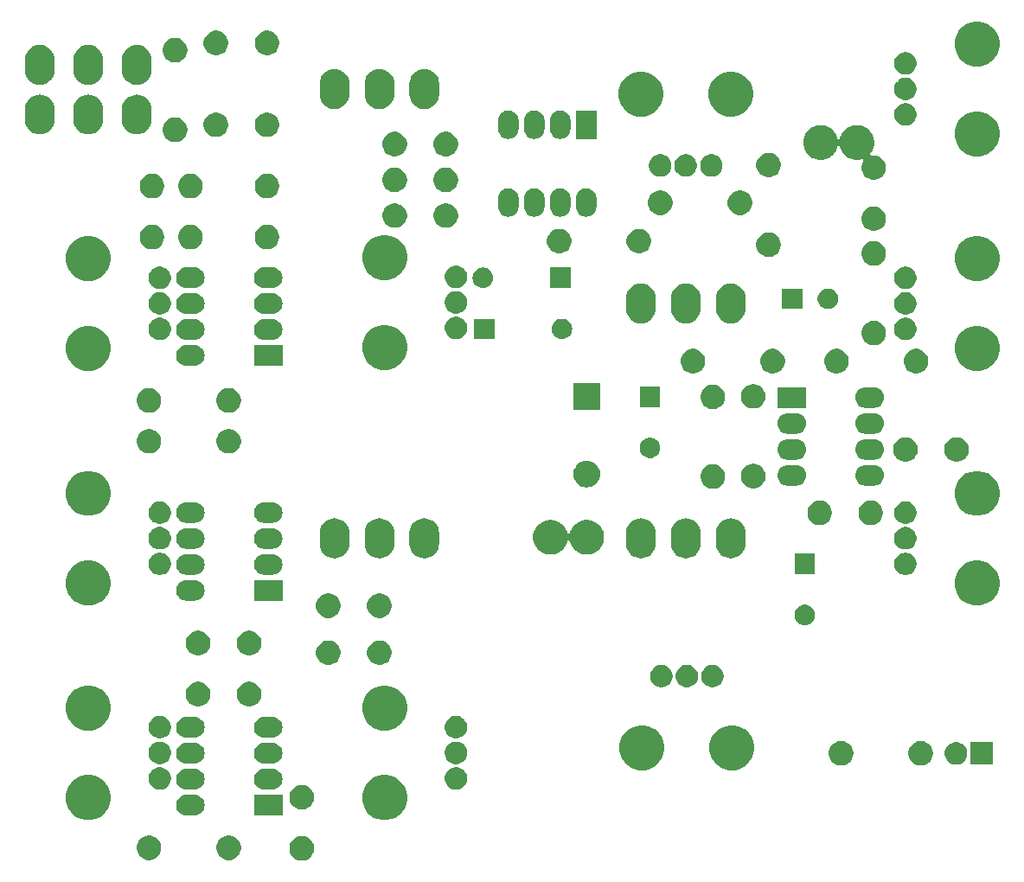
<source format=gbs>
G04 #@! TF.GenerationSoftware,KiCad,Pcbnew,(5.0.2)-1*
G04 #@! TF.CreationDate,2019-06-12T12:13:46+02:00*
G04 #@! TF.ProjectId,Aquarius,41717561-7269-4757-932e-6b696361645f,rev?*
G04 #@! TF.SameCoordinates,Original*
G04 #@! TF.FileFunction,Soldermask,Bot*
G04 #@! TF.FilePolarity,Negative*
%FSLAX46Y46*%
G04 Gerber Fmt 4.6, Leading zero omitted, Abs format (unit mm)*
G04 Created by KiCad (PCBNEW (5.0.2)-1) date 12.06.2019 12:13:46*
%MOMM*%
%LPD*%
G01*
G04 APERTURE LIST*
%ADD10C,0.100000*%
G04 APERTURE END LIST*
D10*
G36*
X117750026Y-115196115D02*
X117968412Y-115286573D01*
X118164958Y-115417901D01*
X118332099Y-115585042D01*
X118463427Y-115781588D01*
X118553885Y-115999974D01*
X118600000Y-116231809D01*
X118600000Y-116468191D01*
X118553885Y-116700026D01*
X118463427Y-116918412D01*
X118332099Y-117114958D01*
X118164958Y-117282099D01*
X117968412Y-117413427D01*
X117750026Y-117503885D01*
X117518191Y-117550000D01*
X117281809Y-117550000D01*
X117049974Y-117503885D01*
X116831588Y-117413427D01*
X116635042Y-117282099D01*
X116467901Y-117114958D01*
X116336573Y-116918412D01*
X116246115Y-116700026D01*
X116200000Y-116468191D01*
X116200000Y-116231809D01*
X116246115Y-115999974D01*
X116336573Y-115781588D01*
X116467901Y-115585042D01*
X116635042Y-115417901D01*
X116831588Y-115286573D01*
X117049974Y-115196115D01*
X117281809Y-115150000D01*
X117518191Y-115150000D01*
X117750026Y-115196115D01*
X117750026Y-115196115D01*
G37*
G36*
X110600026Y-115146115D02*
X110818412Y-115236573D01*
X111014958Y-115367901D01*
X111182099Y-115535042D01*
X111313427Y-115731588D01*
X111403885Y-115949974D01*
X111450000Y-116181809D01*
X111450000Y-116418191D01*
X111403885Y-116650026D01*
X111313427Y-116868412D01*
X111182099Y-117064958D01*
X111014958Y-117232099D01*
X110818412Y-117363427D01*
X110600026Y-117453885D01*
X110368191Y-117500000D01*
X110131809Y-117500000D01*
X109899974Y-117453885D01*
X109681588Y-117363427D01*
X109485042Y-117232099D01*
X109317901Y-117064958D01*
X109186573Y-116868412D01*
X109096115Y-116650026D01*
X109050000Y-116418191D01*
X109050000Y-116181809D01*
X109096115Y-115949974D01*
X109186573Y-115731588D01*
X109317901Y-115535042D01*
X109485042Y-115367901D01*
X109681588Y-115236573D01*
X109899974Y-115146115D01*
X110131809Y-115100000D01*
X110368191Y-115100000D01*
X110600026Y-115146115D01*
X110600026Y-115146115D01*
G37*
G36*
X102800026Y-115146115D02*
X103018412Y-115236573D01*
X103214958Y-115367901D01*
X103382099Y-115535042D01*
X103513427Y-115731588D01*
X103603885Y-115949974D01*
X103650000Y-116181809D01*
X103650000Y-116418191D01*
X103603885Y-116650026D01*
X103513427Y-116868412D01*
X103382099Y-117064958D01*
X103214958Y-117232099D01*
X103018412Y-117363427D01*
X102800026Y-117453885D01*
X102568191Y-117500000D01*
X102331809Y-117500000D01*
X102099974Y-117453885D01*
X101881588Y-117363427D01*
X101685042Y-117232099D01*
X101517901Y-117064958D01*
X101386573Y-116868412D01*
X101296115Y-116650026D01*
X101250000Y-116418191D01*
X101250000Y-116181809D01*
X101296115Y-115949974D01*
X101386573Y-115731588D01*
X101517901Y-115535042D01*
X101685042Y-115367901D01*
X101881588Y-115236573D01*
X102099974Y-115146115D01*
X102331809Y-115100000D01*
X102568191Y-115100000D01*
X102800026Y-115146115D01*
X102800026Y-115146115D01*
G37*
G36*
X97141716Y-109284544D02*
X97542090Y-109450384D01*
X97902421Y-109691150D01*
X98208850Y-109997579D01*
X98449616Y-110357910D01*
X98615456Y-110758284D01*
X98700000Y-111183317D01*
X98700000Y-111616683D01*
X98615456Y-112041716D01*
X98449616Y-112442090D01*
X98208850Y-112802421D01*
X97902421Y-113108850D01*
X97542090Y-113349616D01*
X97141716Y-113515456D01*
X96716683Y-113600000D01*
X96283317Y-113600000D01*
X95858284Y-113515456D01*
X95457910Y-113349616D01*
X95097579Y-113108850D01*
X94791150Y-112802421D01*
X94550384Y-112442090D01*
X94384544Y-112041716D01*
X94300000Y-111616683D01*
X94300000Y-111183317D01*
X94384544Y-110758284D01*
X94550384Y-110357910D01*
X94791150Y-109997579D01*
X95097579Y-109691150D01*
X95457910Y-109450384D01*
X95858284Y-109284544D01*
X96283317Y-109200000D01*
X96716683Y-109200000D01*
X97141716Y-109284544D01*
X97141716Y-109284544D01*
G37*
G36*
X126141716Y-109284544D02*
X126542090Y-109450384D01*
X126902421Y-109691150D01*
X127208850Y-109997579D01*
X127449616Y-110357910D01*
X127615456Y-110758284D01*
X127700000Y-111183317D01*
X127700000Y-111616683D01*
X127615456Y-112041716D01*
X127449616Y-112442090D01*
X127208850Y-112802421D01*
X126902421Y-113108850D01*
X126542090Y-113349616D01*
X126141716Y-113515456D01*
X125716683Y-113600000D01*
X125283317Y-113600000D01*
X124858284Y-113515456D01*
X124457910Y-113349616D01*
X124097579Y-113108850D01*
X123791150Y-112802421D01*
X123550384Y-112442090D01*
X123384544Y-112041716D01*
X123300000Y-111616683D01*
X123300000Y-111183317D01*
X123384544Y-110758284D01*
X123550384Y-110357910D01*
X123791150Y-109997579D01*
X124097579Y-109691150D01*
X124457910Y-109450384D01*
X124858284Y-109284544D01*
X125283317Y-109200000D01*
X125716683Y-109200000D01*
X126141716Y-109284544D01*
X126141716Y-109284544D01*
G37*
G36*
X115520000Y-113120000D02*
X112720000Y-113120000D01*
X112720000Y-111120000D01*
X115520000Y-111120000D01*
X115520000Y-113120000D01*
X115520000Y-113120000D01*
G37*
G36*
X107096030Y-111134469D02*
X107096033Y-111134470D01*
X107096034Y-111134470D01*
X107284535Y-111191651D01*
X107284537Y-111191652D01*
X107458260Y-111284509D01*
X107610528Y-111409472D01*
X107735491Y-111561740D01*
X107809407Y-111700027D01*
X107828349Y-111735465D01*
X107885530Y-111923966D01*
X107885531Y-111923970D01*
X107904838Y-112120000D01*
X107885531Y-112316030D01*
X107885530Y-112316033D01*
X107885530Y-112316034D01*
X107855987Y-112413426D01*
X107828348Y-112504537D01*
X107735491Y-112678260D01*
X107610528Y-112830528D01*
X107458260Y-112955491D01*
X107458258Y-112955492D01*
X107284535Y-113048349D01*
X107096034Y-113105530D01*
X107096033Y-113105530D01*
X107096030Y-113105531D01*
X106949124Y-113120000D01*
X106050876Y-113120000D01*
X105903970Y-113105531D01*
X105903967Y-113105530D01*
X105903966Y-113105530D01*
X105715465Y-113048349D01*
X105541742Y-112955492D01*
X105541740Y-112955491D01*
X105389472Y-112830528D01*
X105264509Y-112678260D01*
X105171652Y-112504537D01*
X105144014Y-112413426D01*
X105114470Y-112316034D01*
X105114470Y-112316033D01*
X105114469Y-112316030D01*
X105095162Y-112120000D01*
X105114469Y-111923970D01*
X105114470Y-111923966D01*
X105171651Y-111735465D01*
X105190593Y-111700027D01*
X105264509Y-111561740D01*
X105389472Y-111409472D01*
X105541740Y-111284509D01*
X105715463Y-111191652D01*
X105715465Y-111191651D01*
X105903966Y-111134470D01*
X105903967Y-111134470D01*
X105903970Y-111134469D01*
X106050876Y-111120000D01*
X106949124Y-111120000D01*
X107096030Y-111134469D01*
X107096030Y-111134469D01*
G37*
G36*
X117750026Y-110196115D02*
X117968412Y-110286573D01*
X118164958Y-110417901D01*
X118332099Y-110585042D01*
X118463427Y-110781588D01*
X118553885Y-110999974D01*
X118600000Y-111231809D01*
X118600000Y-111468191D01*
X118553885Y-111700026D01*
X118463427Y-111918412D01*
X118332099Y-112114958D01*
X118164958Y-112282099D01*
X117968412Y-112413427D01*
X117750026Y-112503885D01*
X117518191Y-112550000D01*
X117281809Y-112550000D01*
X117049974Y-112503885D01*
X116831588Y-112413427D01*
X116635042Y-112282099D01*
X116467901Y-112114958D01*
X116336573Y-111918412D01*
X116246115Y-111700026D01*
X116200000Y-111468191D01*
X116200000Y-111231809D01*
X116246115Y-110999974D01*
X116336573Y-110781588D01*
X116467901Y-110585042D01*
X116635042Y-110417901D01*
X116831588Y-110286573D01*
X117049974Y-110196115D01*
X117281809Y-110150000D01*
X117518191Y-110150000D01*
X117750026Y-110196115D01*
X117750026Y-110196115D01*
G37*
G36*
X103820857Y-108442272D02*
X104021042Y-108525191D01*
X104021045Y-108525193D01*
X104156133Y-108615456D01*
X104201213Y-108645578D01*
X104354422Y-108798787D01*
X104354424Y-108798790D01*
X104354425Y-108798791D01*
X104474807Y-108978955D01*
X104474809Y-108978958D01*
X104557728Y-109179143D01*
X104600000Y-109391658D01*
X104600000Y-109608342D01*
X104557728Y-109820857D01*
X104474809Y-110021042D01*
X104474807Y-110021045D01*
X104357829Y-110196115D01*
X104354422Y-110201213D01*
X104201213Y-110354422D01*
X104201210Y-110354424D01*
X104201209Y-110354425D01*
X104021045Y-110474807D01*
X104021042Y-110474809D01*
X103820857Y-110557728D01*
X103608342Y-110600000D01*
X103391658Y-110600000D01*
X103179143Y-110557728D01*
X102978958Y-110474809D01*
X102978955Y-110474807D01*
X102798791Y-110354425D01*
X102798790Y-110354424D01*
X102798787Y-110354422D01*
X102645578Y-110201213D01*
X102642172Y-110196115D01*
X102525193Y-110021045D01*
X102525191Y-110021042D01*
X102442272Y-109820857D01*
X102400000Y-109608342D01*
X102400000Y-109391658D01*
X102442272Y-109179143D01*
X102525191Y-108978958D01*
X102525193Y-108978955D01*
X102645575Y-108798791D01*
X102645576Y-108798790D01*
X102645578Y-108798787D01*
X102798787Y-108645578D01*
X102843868Y-108615456D01*
X102978955Y-108525193D01*
X102978958Y-108525191D01*
X103179143Y-108442272D01*
X103391658Y-108400000D01*
X103608342Y-108400000D01*
X103820857Y-108442272D01*
X103820857Y-108442272D01*
G37*
G36*
X132820857Y-108442272D02*
X133021042Y-108525191D01*
X133021045Y-108525193D01*
X133156133Y-108615456D01*
X133201213Y-108645578D01*
X133354422Y-108798787D01*
X133354424Y-108798790D01*
X133354425Y-108798791D01*
X133474807Y-108978955D01*
X133474809Y-108978958D01*
X133557728Y-109179143D01*
X133600000Y-109391658D01*
X133600000Y-109608342D01*
X133557728Y-109820857D01*
X133474809Y-110021042D01*
X133474807Y-110021045D01*
X133357829Y-110196115D01*
X133354422Y-110201213D01*
X133201213Y-110354422D01*
X133201210Y-110354424D01*
X133201209Y-110354425D01*
X133021045Y-110474807D01*
X133021042Y-110474809D01*
X132820857Y-110557728D01*
X132608342Y-110600000D01*
X132391658Y-110600000D01*
X132179143Y-110557728D01*
X131978958Y-110474809D01*
X131978955Y-110474807D01*
X131798791Y-110354425D01*
X131798790Y-110354424D01*
X131798787Y-110354422D01*
X131645578Y-110201213D01*
X131642172Y-110196115D01*
X131525193Y-110021045D01*
X131525191Y-110021042D01*
X131442272Y-109820857D01*
X131400000Y-109608342D01*
X131400000Y-109391658D01*
X131442272Y-109179143D01*
X131525191Y-108978958D01*
X131525193Y-108978955D01*
X131645575Y-108798791D01*
X131645576Y-108798790D01*
X131645578Y-108798787D01*
X131798787Y-108645578D01*
X131843868Y-108615456D01*
X131978955Y-108525193D01*
X131978958Y-108525191D01*
X132179143Y-108442272D01*
X132391658Y-108400000D01*
X132608342Y-108400000D01*
X132820857Y-108442272D01*
X132820857Y-108442272D01*
G37*
G36*
X107096030Y-108594469D02*
X107096033Y-108594470D01*
X107096034Y-108594470D01*
X107284535Y-108651651D01*
X107284537Y-108651652D01*
X107458260Y-108744509D01*
X107610528Y-108869472D01*
X107735491Y-109021740D01*
X107735492Y-109021742D01*
X107828349Y-109195465D01*
X107855371Y-109284545D01*
X107885531Y-109383970D01*
X107904838Y-109580000D01*
X107885531Y-109776030D01*
X107828348Y-109964537D01*
X107735491Y-110138260D01*
X107610528Y-110290528D01*
X107458260Y-110415491D01*
X107458258Y-110415492D01*
X107284535Y-110508349D01*
X107096034Y-110565530D01*
X107096033Y-110565530D01*
X107096030Y-110565531D01*
X106949124Y-110580000D01*
X106050876Y-110580000D01*
X105903970Y-110565531D01*
X105903967Y-110565530D01*
X105903966Y-110565530D01*
X105715465Y-110508349D01*
X105541742Y-110415492D01*
X105541740Y-110415491D01*
X105389472Y-110290528D01*
X105264509Y-110138260D01*
X105171652Y-109964537D01*
X105114469Y-109776030D01*
X105095162Y-109580000D01*
X105114469Y-109383970D01*
X105144629Y-109284545D01*
X105171651Y-109195465D01*
X105264508Y-109021742D01*
X105264509Y-109021740D01*
X105389472Y-108869472D01*
X105541740Y-108744509D01*
X105715463Y-108651652D01*
X105715465Y-108651651D01*
X105903966Y-108594470D01*
X105903967Y-108594470D01*
X105903970Y-108594469D01*
X106050876Y-108580000D01*
X106949124Y-108580000D01*
X107096030Y-108594469D01*
X107096030Y-108594469D01*
G37*
G36*
X114716030Y-108594469D02*
X114716033Y-108594470D01*
X114716034Y-108594470D01*
X114904535Y-108651651D01*
X114904537Y-108651652D01*
X115078260Y-108744509D01*
X115230528Y-108869472D01*
X115355491Y-109021740D01*
X115355492Y-109021742D01*
X115448349Y-109195465D01*
X115475371Y-109284545D01*
X115505531Y-109383970D01*
X115524838Y-109580000D01*
X115505531Y-109776030D01*
X115448348Y-109964537D01*
X115355491Y-110138260D01*
X115230528Y-110290528D01*
X115078260Y-110415491D01*
X115078258Y-110415492D01*
X114904535Y-110508349D01*
X114716034Y-110565530D01*
X114716033Y-110565530D01*
X114716030Y-110565531D01*
X114569124Y-110580000D01*
X113670876Y-110580000D01*
X113523970Y-110565531D01*
X113523967Y-110565530D01*
X113523966Y-110565530D01*
X113335465Y-110508349D01*
X113161742Y-110415492D01*
X113161740Y-110415491D01*
X113009472Y-110290528D01*
X112884509Y-110138260D01*
X112791652Y-109964537D01*
X112734469Y-109776030D01*
X112715162Y-109580000D01*
X112734469Y-109383970D01*
X112764629Y-109284545D01*
X112791651Y-109195465D01*
X112884508Y-109021742D01*
X112884509Y-109021740D01*
X113009472Y-108869472D01*
X113161740Y-108744509D01*
X113335463Y-108651652D01*
X113335465Y-108651651D01*
X113523966Y-108594470D01*
X113523967Y-108594470D01*
X113523970Y-108594469D01*
X113670876Y-108580000D01*
X114569124Y-108580000D01*
X114716030Y-108594469D01*
X114716030Y-108594469D01*
G37*
G36*
X151341716Y-104384544D02*
X151742090Y-104550384D01*
X152102421Y-104791150D01*
X152408850Y-105097579D01*
X152649616Y-105457910D01*
X152815456Y-105858284D01*
X152900000Y-106283317D01*
X152900000Y-106716683D01*
X152815456Y-107141716D01*
X152649616Y-107542090D01*
X152408850Y-107902421D01*
X152102421Y-108208850D01*
X151742090Y-108449616D01*
X151341716Y-108615456D01*
X150916683Y-108700000D01*
X150483317Y-108700000D01*
X150058284Y-108615456D01*
X149657910Y-108449616D01*
X149297579Y-108208850D01*
X148991150Y-107902421D01*
X148750384Y-107542090D01*
X148584544Y-107141716D01*
X148500000Y-106716683D01*
X148500000Y-106283317D01*
X148584544Y-105858284D01*
X148750384Y-105457910D01*
X148991150Y-105097579D01*
X149297579Y-104791150D01*
X149657910Y-104550384D01*
X150058284Y-104384544D01*
X150483317Y-104300000D01*
X150916683Y-104300000D01*
X151341716Y-104384544D01*
X151341716Y-104384544D01*
G37*
G36*
X160141716Y-104384544D02*
X160542090Y-104550384D01*
X160902421Y-104791150D01*
X161208850Y-105097579D01*
X161449616Y-105457910D01*
X161615456Y-105858284D01*
X161700000Y-106283317D01*
X161700000Y-106716683D01*
X161615456Y-107141716D01*
X161449616Y-107542090D01*
X161208850Y-107902421D01*
X160902421Y-108208850D01*
X160542090Y-108449616D01*
X160141716Y-108615456D01*
X159716683Y-108700000D01*
X159283317Y-108700000D01*
X158858284Y-108615456D01*
X158457910Y-108449616D01*
X158097579Y-108208850D01*
X157791150Y-107902421D01*
X157550384Y-107542090D01*
X157384544Y-107141716D01*
X157300000Y-106716683D01*
X157300000Y-106283317D01*
X157384544Y-105858284D01*
X157550384Y-105457910D01*
X157791150Y-105097579D01*
X158097579Y-104791150D01*
X158457910Y-104550384D01*
X158858284Y-104384544D01*
X159283317Y-104300000D01*
X159716683Y-104300000D01*
X160141716Y-104384544D01*
X160141716Y-104384544D01*
G37*
G36*
X170550026Y-105896115D02*
X170768412Y-105986573D01*
X170964958Y-106117901D01*
X171132099Y-106285042D01*
X171263427Y-106481588D01*
X171353885Y-106699974D01*
X171400000Y-106931809D01*
X171400000Y-107168191D01*
X171353885Y-107400026D01*
X171263427Y-107618412D01*
X171132099Y-107814958D01*
X170964958Y-107982099D01*
X170768412Y-108113427D01*
X170550026Y-108203885D01*
X170318191Y-108250000D01*
X170081809Y-108250000D01*
X169849974Y-108203885D01*
X169631588Y-108113427D01*
X169435042Y-107982099D01*
X169267901Y-107814958D01*
X169136573Y-107618412D01*
X169046115Y-107400026D01*
X169000000Y-107168191D01*
X169000000Y-106931809D01*
X169046115Y-106699974D01*
X169136573Y-106481588D01*
X169267901Y-106285042D01*
X169435042Y-106117901D01*
X169631588Y-105986573D01*
X169849974Y-105896115D01*
X170081809Y-105850000D01*
X170318191Y-105850000D01*
X170550026Y-105896115D01*
X170550026Y-105896115D01*
G37*
G36*
X178350026Y-105896115D02*
X178568412Y-105986573D01*
X178764958Y-106117901D01*
X178932099Y-106285042D01*
X179063427Y-106481588D01*
X179153885Y-106699974D01*
X179200000Y-106931809D01*
X179200000Y-107168191D01*
X179153885Y-107400026D01*
X179063427Y-107618412D01*
X178932099Y-107814958D01*
X178764958Y-107982099D01*
X178568412Y-108113427D01*
X178350026Y-108203885D01*
X178118191Y-108250000D01*
X177881809Y-108250000D01*
X177649974Y-108203885D01*
X177431588Y-108113427D01*
X177235042Y-107982099D01*
X177067901Y-107814958D01*
X176936573Y-107618412D01*
X176846115Y-107400026D01*
X176800000Y-107168191D01*
X176800000Y-106931809D01*
X176846115Y-106699974D01*
X176936573Y-106481588D01*
X177067901Y-106285042D01*
X177235042Y-106117901D01*
X177431588Y-105986573D01*
X177649974Y-105896115D01*
X177881809Y-105850000D01*
X178118191Y-105850000D01*
X178350026Y-105896115D01*
X178350026Y-105896115D01*
G37*
G36*
X185100000Y-108150000D02*
X182900000Y-108150000D01*
X182900000Y-105950000D01*
X185100000Y-105950000D01*
X185100000Y-108150000D01*
X185100000Y-108150000D01*
G37*
G36*
X181780857Y-105992272D02*
X181981042Y-106075191D01*
X181981045Y-106075193D01*
X182035610Y-106111652D01*
X182161213Y-106195578D01*
X182314422Y-106348787D01*
X182434809Y-106528958D01*
X182517728Y-106729143D01*
X182560000Y-106941658D01*
X182560000Y-107158342D01*
X182517728Y-107370857D01*
X182434809Y-107571042D01*
X182314422Y-107751213D01*
X182161213Y-107904422D01*
X182161210Y-107904424D01*
X182161209Y-107904425D01*
X182065540Y-107968349D01*
X181981042Y-108024809D01*
X181780857Y-108107728D01*
X181568342Y-108150000D01*
X181351658Y-108150000D01*
X181139143Y-108107728D01*
X180938958Y-108024809D01*
X180854460Y-107968349D01*
X180758791Y-107904425D01*
X180758790Y-107904424D01*
X180758787Y-107904422D01*
X180605578Y-107751213D01*
X180485191Y-107571042D01*
X180402272Y-107370857D01*
X180360000Y-107158342D01*
X180360000Y-106941658D01*
X180402272Y-106729143D01*
X180485191Y-106528958D01*
X180605578Y-106348787D01*
X180758787Y-106195578D01*
X180884391Y-106111652D01*
X180938955Y-106075193D01*
X180938958Y-106075191D01*
X181139143Y-105992272D01*
X181351658Y-105950000D01*
X181568342Y-105950000D01*
X181780857Y-105992272D01*
X181780857Y-105992272D01*
G37*
G36*
X132820857Y-105942272D02*
X133021042Y-106025191D01*
X133021045Y-106025193D01*
X133150440Y-106111652D01*
X133201213Y-106145578D01*
X133354422Y-106298787D01*
X133474809Y-106478958D01*
X133557728Y-106679143D01*
X133600000Y-106891658D01*
X133600000Y-107108342D01*
X133557728Y-107320857D01*
X133474809Y-107521042D01*
X133474807Y-107521045D01*
X133409748Y-107618413D01*
X133354422Y-107701213D01*
X133201213Y-107854422D01*
X133201210Y-107854424D01*
X133201209Y-107854425D01*
X133129378Y-107902421D01*
X133021042Y-107974809D01*
X132820857Y-108057728D01*
X132608342Y-108100000D01*
X132391658Y-108100000D01*
X132179143Y-108057728D01*
X131978958Y-107974809D01*
X131870622Y-107902421D01*
X131798791Y-107854425D01*
X131798790Y-107854424D01*
X131798787Y-107854422D01*
X131645578Y-107701213D01*
X131590253Y-107618413D01*
X131525193Y-107521045D01*
X131525191Y-107521042D01*
X131442272Y-107320857D01*
X131400000Y-107108342D01*
X131400000Y-106891658D01*
X131442272Y-106679143D01*
X131525191Y-106478958D01*
X131645578Y-106298787D01*
X131798787Y-106145578D01*
X131849561Y-106111652D01*
X131978955Y-106025193D01*
X131978958Y-106025191D01*
X132179143Y-105942272D01*
X132391658Y-105900000D01*
X132608342Y-105900000D01*
X132820857Y-105942272D01*
X132820857Y-105942272D01*
G37*
G36*
X103820857Y-105942272D02*
X104021042Y-106025191D01*
X104021045Y-106025193D01*
X104150440Y-106111652D01*
X104201213Y-106145578D01*
X104354422Y-106298787D01*
X104474809Y-106478958D01*
X104557728Y-106679143D01*
X104600000Y-106891658D01*
X104600000Y-107108342D01*
X104557728Y-107320857D01*
X104474809Y-107521042D01*
X104474807Y-107521045D01*
X104409748Y-107618413D01*
X104354422Y-107701213D01*
X104201213Y-107854422D01*
X104201210Y-107854424D01*
X104201209Y-107854425D01*
X104129378Y-107902421D01*
X104021042Y-107974809D01*
X103820857Y-108057728D01*
X103608342Y-108100000D01*
X103391658Y-108100000D01*
X103179143Y-108057728D01*
X102978958Y-107974809D01*
X102870622Y-107902421D01*
X102798791Y-107854425D01*
X102798790Y-107854424D01*
X102798787Y-107854422D01*
X102645578Y-107701213D01*
X102590253Y-107618413D01*
X102525193Y-107521045D01*
X102525191Y-107521042D01*
X102442272Y-107320857D01*
X102400000Y-107108342D01*
X102400000Y-106891658D01*
X102442272Y-106679143D01*
X102525191Y-106478958D01*
X102645578Y-106298787D01*
X102798787Y-106145578D01*
X102849561Y-106111652D01*
X102978955Y-106025193D01*
X102978958Y-106025191D01*
X103179143Y-105942272D01*
X103391658Y-105900000D01*
X103608342Y-105900000D01*
X103820857Y-105942272D01*
X103820857Y-105942272D01*
G37*
G36*
X114716030Y-106054469D02*
X114716033Y-106054470D01*
X114716034Y-106054470D01*
X114904535Y-106111651D01*
X114904537Y-106111652D01*
X115078260Y-106204509D01*
X115230528Y-106329472D01*
X115355491Y-106481740D01*
X115355492Y-106481742D01*
X115448349Y-106655465D01*
X115470699Y-106729143D01*
X115505531Y-106843970D01*
X115524838Y-107040000D01*
X115505531Y-107236030D01*
X115505530Y-107236033D01*
X115505530Y-107236034D01*
X115455784Y-107400026D01*
X115448348Y-107424537D01*
X115355491Y-107598260D01*
X115230528Y-107750528D01*
X115078260Y-107875491D01*
X115024134Y-107904422D01*
X114904535Y-107968349D01*
X114716034Y-108025530D01*
X114716033Y-108025530D01*
X114716030Y-108025531D01*
X114569124Y-108040000D01*
X113670876Y-108040000D01*
X113523970Y-108025531D01*
X113523967Y-108025530D01*
X113523966Y-108025530D01*
X113335465Y-107968349D01*
X113215866Y-107904422D01*
X113161740Y-107875491D01*
X113009472Y-107750528D01*
X112884509Y-107598260D01*
X112791652Y-107424537D01*
X112784217Y-107400026D01*
X112734470Y-107236034D01*
X112734470Y-107236033D01*
X112734469Y-107236030D01*
X112715162Y-107040000D01*
X112734469Y-106843970D01*
X112769301Y-106729143D01*
X112791651Y-106655465D01*
X112884508Y-106481742D01*
X112884509Y-106481740D01*
X113009472Y-106329472D01*
X113161740Y-106204509D01*
X113335463Y-106111652D01*
X113335465Y-106111651D01*
X113523966Y-106054470D01*
X113523967Y-106054470D01*
X113523970Y-106054469D01*
X113670876Y-106040000D01*
X114569124Y-106040000D01*
X114716030Y-106054469D01*
X114716030Y-106054469D01*
G37*
G36*
X107096030Y-106054469D02*
X107096033Y-106054470D01*
X107096034Y-106054470D01*
X107284535Y-106111651D01*
X107284537Y-106111652D01*
X107458260Y-106204509D01*
X107610528Y-106329472D01*
X107735491Y-106481740D01*
X107735492Y-106481742D01*
X107828349Y-106655465D01*
X107850699Y-106729143D01*
X107885531Y-106843970D01*
X107904838Y-107040000D01*
X107885531Y-107236030D01*
X107885530Y-107236033D01*
X107885530Y-107236034D01*
X107835784Y-107400026D01*
X107828348Y-107424537D01*
X107735491Y-107598260D01*
X107610528Y-107750528D01*
X107458260Y-107875491D01*
X107404134Y-107904422D01*
X107284535Y-107968349D01*
X107096034Y-108025530D01*
X107096033Y-108025530D01*
X107096030Y-108025531D01*
X106949124Y-108040000D01*
X106050876Y-108040000D01*
X105903970Y-108025531D01*
X105903967Y-108025530D01*
X105903966Y-108025530D01*
X105715465Y-107968349D01*
X105595866Y-107904422D01*
X105541740Y-107875491D01*
X105389472Y-107750528D01*
X105264509Y-107598260D01*
X105171652Y-107424537D01*
X105164217Y-107400026D01*
X105114470Y-107236034D01*
X105114470Y-107236033D01*
X105114469Y-107236030D01*
X105095162Y-107040000D01*
X105114469Y-106843970D01*
X105149301Y-106729143D01*
X105171651Y-106655465D01*
X105264508Y-106481742D01*
X105264509Y-106481740D01*
X105389472Y-106329472D01*
X105541740Y-106204509D01*
X105715463Y-106111652D01*
X105715465Y-106111651D01*
X105903966Y-106054470D01*
X105903967Y-106054470D01*
X105903970Y-106054469D01*
X106050876Y-106040000D01*
X106949124Y-106040000D01*
X107096030Y-106054469D01*
X107096030Y-106054469D01*
G37*
G36*
X132820857Y-103442272D02*
X133021042Y-103525191D01*
X133021045Y-103525193D01*
X133195995Y-103642091D01*
X133201213Y-103645578D01*
X133354422Y-103798787D01*
X133474809Y-103978958D01*
X133557728Y-104179143D01*
X133600000Y-104391658D01*
X133600000Y-104608342D01*
X133557728Y-104820857D01*
X133474809Y-105021042D01*
X133474807Y-105021045D01*
X133423669Y-105097579D01*
X133354422Y-105201213D01*
X133201213Y-105354422D01*
X133201210Y-105354424D01*
X133201209Y-105354425D01*
X133090574Y-105428349D01*
X133021042Y-105474809D01*
X132820857Y-105557728D01*
X132608342Y-105600000D01*
X132391658Y-105600000D01*
X132179143Y-105557728D01*
X131978958Y-105474809D01*
X131909426Y-105428349D01*
X131798791Y-105354425D01*
X131798790Y-105354424D01*
X131798787Y-105354422D01*
X131645578Y-105201213D01*
X131576332Y-105097579D01*
X131525193Y-105021045D01*
X131525191Y-105021042D01*
X131442272Y-104820857D01*
X131400000Y-104608342D01*
X131400000Y-104391658D01*
X131442272Y-104179143D01*
X131525191Y-103978958D01*
X131645578Y-103798787D01*
X131798787Y-103645578D01*
X131804006Y-103642091D01*
X131978955Y-103525193D01*
X131978958Y-103525191D01*
X132179143Y-103442272D01*
X132391658Y-103400000D01*
X132608342Y-103400000D01*
X132820857Y-103442272D01*
X132820857Y-103442272D01*
G37*
G36*
X103820857Y-103442272D02*
X104021042Y-103525191D01*
X104021045Y-103525193D01*
X104195995Y-103642091D01*
X104201213Y-103645578D01*
X104354422Y-103798787D01*
X104474809Y-103978958D01*
X104557728Y-104179143D01*
X104600000Y-104391658D01*
X104600000Y-104608342D01*
X104557728Y-104820857D01*
X104474809Y-105021042D01*
X104474807Y-105021045D01*
X104423669Y-105097579D01*
X104354422Y-105201213D01*
X104201213Y-105354422D01*
X104201210Y-105354424D01*
X104201209Y-105354425D01*
X104090574Y-105428349D01*
X104021042Y-105474809D01*
X103820857Y-105557728D01*
X103608342Y-105600000D01*
X103391658Y-105600000D01*
X103179143Y-105557728D01*
X102978958Y-105474809D01*
X102909426Y-105428349D01*
X102798791Y-105354425D01*
X102798790Y-105354424D01*
X102798787Y-105354422D01*
X102645578Y-105201213D01*
X102576332Y-105097579D01*
X102525193Y-105021045D01*
X102525191Y-105021042D01*
X102442272Y-104820857D01*
X102400000Y-104608342D01*
X102400000Y-104391658D01*
X102442272Y-104179143D01*
X102525191Y-103978958D01*
X102645578Y-103798787D01*
X102798787Y-103645578D01*
X102804006Y-103642091D01*
X102978955Y-103525193D01*
X102978958Y-103525191D01*
X103179143Y-103442272D01*
X103391658Y-103400000D01*
X103608342Y-103400000D01*
X103820857Y-103442272D01*
X103820857Y-103442272D01*
G37*
G36*
X114716030Y-103514469D02*
X114716033Y-103514470D01*
X114716034Y-103514470D01*
X114904535Y-103571651D01*
X114904537Y-103571652D01*
X115078260Y-103664509D01*
X115230528Y-103789472D01*
X115355491Y-103941740D01*
X115448348Y-104115463D01*
X115505531Y-104303970D01*
X115524838Y-104500000D01*
X115505531Y-104696030D01*
X115505530Y-104696033D01*
X115505530Y-104696034D01*
X115476678Y-104791148D01*
X115448348Y-104884537D01*
X115355491Y-105058260D01*
X115230528Y-105210528D01*
X115078260Y-105335491D01*
X115078258Y-105335492D01*
X114904535Y-105428349D01*
X114716034Y-105485530D01*
X114716033Y-105485530D01*
X114716030Y-105485531D01*
X114569124Y-105500000D01*
X113670876Y-105500000D01*
X113523970Y-105485531D01*
X113523967Y-105485530D01*
X113523966Y-105485530D01*
X113335465Y-105428349D01*
X113161742Y-105335492D01*
X113161740Y-105335491D01*
X113009472Y-105210528D01*
X112884509Y-105058260D01*
X112791652Y-104884537D01*
X112763323Y-104791148D01*
X112734470Y-104696034D01*
X112734470Y-104696033D01*
X112734469Y-104696030D01*
X112715162Y-104500000D01*
X112734469Y-104303970D01*
X112791652Y-104115463D01*
X112884509Y-103941740D01*
X113009472Y-103789472D01*
X113161740Y-103664509D01*
X113335463Y-103571652D01*
X113335465Y-103571651D01*
X113523966Y-103514470D01*
X113523967Y-103514470D01*
X113523970Y-103514469D01*
X113670876Y-103500000D01*
X114569124Y-103500000D01*
X114716030Y-103514469D01*
X114716030Y-103514469D01*
G37*
G36*
X107096030Y-103514469D02*
X107096033Y-103514470D01*
X107096034Y-103514470D01*
X107284535Y-103571651D01*
X107284537Y-103571652D01*
X107458260Y-103664509D01*
X107610528Y-103789472D01*
X107735491Y-103941740D01*
X107828348Y-104115463D01*
X107885531Y-104303970D01*
X107904838Y-104500000D01*
X107885531Y-104696030D01*
X107885530Y-104696033D01*
X107885530Y-104696034D01*
X107856678Y-104791148D01*
X107828348Y-104884537D01*
X107735491Y-105058260D01*
X107610528Y-105210528D01*
X107458260Y-105335491D01*
X107458258Y-105335492D01*
X107284535Y-105428349D01*
X107096034Y-105485530D01*
X107096033Y-105485530D01*
X107096030Y-105485531D01*
X106949124Y-105500000D01*
X106050876Y-105500000D01*
X105903970Y-105485531D01*
X105903967Y-105485530D01*
X105903966Y-105485530D01*
X105715465Y-105428349D01*
X105541742Y-105335492D01*
X105541740Y-105335491D01*
X105389472Y-105210528D01*
X105264509Y-105058260D01*
X105171652Y-104884537D01*
X105143323Y-104791148D01*
X105114470Y-104696034D01*
X105114470Y-104696033D01*
X105114469Y-104696030D01*
X105095162Y-104500000D01*
X105114469Y-104303970D01*
X105171652Y-104115463D01*
X105264509Y-103941740D01*
X105389472Y-103789472D01*
X105541740Y-103664509D01*
X105715463Y-103571652D01*
X105715465Y-103571651D01*
X105903966Y-103514470D01*
X105903967Y-103514470D01*
X105903970Y-103514469D01*
X106050876Y-103500000D01*
X106949124Y-103500000D01*
X107096030Y-103514469D01*
X107096030Y-103514469D01*
G37*
G36*
X126141716Y-100484544D02*
X126542090Y-100650384D01*
X126902421Y-100891150D01*
X127208850Y-101197579D01*
X127449616Y-101557910D01*
X127615456Y-101958284D01*
X127700000Y-102383317D01*
X127700000Y-102816683D01*
X127615456Y-103241716D01*
X127449616Y-103642090D01*
X127208850Y-104002421D01*
X126902421Y-104308850D01*
X126542090Y-104549616D01*
X126141716Y-104715456D01*
X125716683Y-104800000D01*
X125283317Y-104800000D01*
X124858284Y-104715456D01*
X124457910Y-104549616D01*
X124097579Y-104308850D01*
X123791150Y-104002421D01*
X123550384Y-103642090D01*
X123384544Y-103241716D01*
X123300000Y-102816683D01*
X123300000Y-102383317D01*
X123384544Y-101958284D01*
X123550384Y-101557910D01*
X123791150Y-101197579D01*
X124097579Y-100891150D01*
X124457910Y-100650384D01*
X124858284Y-100484544D01*
X125283317Y-100400000D01*
X125716683Y-100400000D01*
X126141716Y-100484544D01*
X126141716Y-100484544D01*
G37*
G36*
X97141716Y-100484544D02*
X97542090Y-100650384D01*
X97902421Y-100891150D01*
X98208850Y-101197579D01*
X98449616Y-101557910D01*
X98615456Y-101958284D01*
X98700000Y-102383317D01*
X98700000Y-102816683D01*
X98615456Y-103241716D01*
X98449616Y-103642090D01*
X98208850Y-104002421D01*
X97902421Y-104308850D01*
X97542090Y-104549616D01*
X97141716Y-104715456D01*
X96716683Y-104800000D01*
X96283317Y-104800000D01*
X95858284Y-104715456D01*
X95457910Y-104549616D01*
X95097579Y-104308850D01*
X94791150Y-104002421D01*
X94550384Y-103642090D01*
X94384544Y-103241716D01*
X94300000Y-102816683D01*
X94300000Y-102383317D01*
X94384544Y-101958284D01*
X94550384Y-101557910D01*
X94791150Y-101197579D01*
X95097579Y-100891150D01*
X95457910Y-100650384D01*
X95858284Y-100484544D01*
X96283317Y-100400000D01*
X96716683Y-100400000D01*
X97141716Y-100484544D01*
X97141716Y-100484544D01*
G37*
G36*
X107600026Y-100096115D02*
X107818412Y-100186573D01*
X108014958Y-100317901D01*
X108182099Y-100485042D01*
X108313427Y-100681588D01*
X108403885Y-100899974D01*
X108450000Y-101131809D01*
X108450000Y-101368191D01*
X108403885Y-101600026D01*
X108313427Y-101818412D01*
X108182099Y-102014958D01*
X108014958Y-102182099D01*
X107818412Y-102313427D01*
X107600026Y-102403885D01*
X107368191Y-102450000D01*
X107131809Y-102450000D01*
X106899974Y-102403885D01*
X106681588Y-102313427D01*
X106485042Y-102182099D01*
X106317901Y-102014958D01*
X106186573Y-101818412D01*
X106096115Y-101600026D01*
X106050000Y-101368191D01*
X106050000Y-101131809D01*
X106096115Y-100899974D01*
X106186573Y-100681588D01*
X106317901Y-100485042D01*
X106485042Y-100317901D01*
X106681588Y-100186573D01*
X106899974Y-100096115D01*
X107131809Y-100050000D01*
X107368191Y-100050000D01*
X107600026Y-100096115D01*
X107600026Y-100096115D01*
G37*
G36*
X112600026Y-100096115D02*
X112818412Y-100186573D01*
X113014958Y-100317901D01*
X113182099Y-100485042D01*
X113313427Y-100681588D01*
X113403885Y-100899974D01*
X113450000Y-101131809D01*
X113450000Y-101368191D01*
X113403885Y-101600026D01*
X113313427Y-101818412D01*
X113182099Y-102014958D01*
X113014958Y-102182099D01*
X112818412Y-102313427D01*
X112600026Y-102403885D01*
X112368191Y-102450000D01*
X112131809Y-102450000D01*
X111899974Y-102403885D01*
X111681588Y-102313427D01*
X111485042Y-102182099D01*
X111317901Y-102014958D01*
X111186573Y-101818412D01*
X111096115Y-101600026D01*
X111050000Y-101368191D01*
X111050000Y-101131809D01*
X111096115Y-100899974D01*
X111186573Y-100681588D01*
X111317901Y-100485042D01*
X111485042Y-100317901D01*
X111681588Y-100186573D01*
X111899974Y-100096115D01*
X112131809Y-100050000D01*
X112368191Y-100050000D01*
X112600026Y-100096115D01*
X112600026Y-100096115D01*
G37*
G36*
X155420857Y-98442272D02*
X155621042Y-98525191D01*
X155801213Y-98645578D01*
X155954422Y-98798787D01*
X156074809Y-98978958D01*
X156157728Y-99179143D01*
X156200000Y-99391658D01*
X156200000Y-99608342D01*
X156157728Y-99820857D01*
X156074809Y-100021042D01*
X155954422Y-100201213D01*
X155801213Y-100354422D01*
X155621042Y-100474809D01*
X155420857Y-100557728D01*
X155208342Y-100600000D01*
X154991658Y-100600000D01*
X154779143Y-100557728D01*
X154578958Y-100474809D01*
X154398787Y-100354422D01*
X154245578Y-100201213D01*
X154125191Y-100021042D01*
X154042272Y-99820857D01*
X154000000Y-99608342D01*
X154000000Y-99391658D01*
X154042272Y-99179143D01*
X154125191Y-98978958D01*
X154245578Y-98798787D01*
X154398787Y-98645578D01*
X154578958Y-98525191D01*
X154779143Y-98442272D01*
X154991658Y-98400000D01*
X155208342Y-98400000D01*
X155420857Y-98442272D01*
X155420857Y-98442272D01*
G37*
G36*
X152920857Y-98442272D02*
X153121042Y-98525191D01*
X153301213Y-98645578D01*
X153454422Y-98798787D01*
X153574809Y-98978958D01*
X153657728Y-99179143D01*
X153700000Y-99391658D01*
X153700000Y-99608342D01*
X153657728Y-99820857D01*
X153574809Y-100021042D01*
X153454422Y-100201213D01*
X153301213Y-100354422D01*
X153121042Y-100474809D01*
X152920857Y-100557728D01*
X152708342Y-100600000D01*
X152491658Y-100600000D01*
X152279143Y-100557728D01*
X152078958Y-100474809D01*
X151898787Y-100354422D01*
X151745578Y-100201213D01*
X151625191Y-100021042D01*
X151542272Y-99820857D01*
X151500000Y-99608342D01*
X151500000Y-99391658D01*
X151542272Y-99179143D01*
X151625191Y-98978958D01*
X151745578Y-98798787D01*
X151898787Y-98645578D01*
X152078958Y-98525191D01*
X152279143Y-98442272D01*
X152491658Y-98400000D01*
X152708342Y-98400000D01*
X152920857Y-98442272D01*
X152920857Y-98442272D01*
G37*
G36*
X157920857Y-98442272D02*
X158121042Y-98525191D01*
X158301213Y-98645578D01*
X158454422Y-98798787D01*
X158574809Y-98978958D01*
X158657728Y-99179143D01*
X158700000Y-99391658D01*
X158700000Y-99608342D01*
X158657728Y-99820857D01*
X158574809Y-100021042D01*
X158454422Y-100201213D01*
X158301213Y-100354422D01*
X158121042Y-100474809D01*
X157920857Y-100557728D01*
X157708342Y-100600000D01*
X157491658Y-100600000D01*
X157279143Y-100557728D01*
X157078958Y-100474809D01*
X156898787Y-100354422D01*
X156745578Y-100201213D01*
X156625191Y-100021042D01*
X156542272Y-99820857D01*
X156500000Y-99608342D01*
X156500000Y-99391658D01*
X156542272Y-99179143D01*
X156625191Y-98978958D01*
X156745578Y-98798787D01*
X156898787Y-98645578D01*
X157078958Y-98525191D01*
X157279143Y-98442272D01*
X157491658Y-98400000D01*
X157708342Y-98400000D01*
X157920857Y-98442272D01*
X157920857Y-98442272D01*
G37*
G36*
X120350026Y-96046115D02*
X120568412Y-96136573D01*
X120764958Y-96267901D01*
X120932099Y-96435042D01*
X121063427Y-96631588D01*
X121153885Y-96849974D01*
X121200000Y-97081809D01*
X121200000Y-97318191D01*
X121153885Y-97550026D01*
X121063427Y-97768412D01*
X120932099Y-97964958D01*
X120764958Y-98132099D01*
X120568412Y-98263427D01*
X120350026Y-98353885D01*
X120118191Y-98400000D01*
X119881809Y-98400000D01*
X119649974Y-98353885D01*
X119431588Y-98263427D01*
X119235042Y-98132099D01*
X119067901Y-97964958D01*
X118936573Y-97768412D01*
X118846115Y-97550026D01*
X118800000Y-97318191D01*
X118800000Y-97081809D01*
X118846115Y-96849974D01*
X118936573Y-96631588D01*
X119067901Y-96435042D01*
X119235042Y-96267901D01*
X119431588Y-96136573D01*
X119649974Y-96046115D01*
X119881809Y-96000000D01*
X120118191Y-96000000D01*
X120350026Y-96046115D01*
X120350026Y-96046115D01*
G37*
G36*
X125350026Y-96046115D02*
X125568412Y-96136573D01*
X125764958Y-96267901D01*
X125932099Y-96435042D01*
X126063427Y-96631588D01*
X126153885Y-96849974D01*
X126200000Y-97081809D01*
X126200000Y-97318191D01*
X126153885Y-97550026D01*
X126063427Y-97768412D01*
X125932099Y-97964958D01*
X125764958Y-98132099D01*
X125568412Y-98263427D01*
X125350026Y-98353885D01*
X125118191Y-98400000D01*
X124881809Y-98400000D01*
X124649974Y-98353885D01*
X124431588Y-98263427D01*
X124235042Y-98132099D01*
X124067901Y-97964958D01*
X123936573Y-97768412D01*
X123846115Y-97550026D01*
X123800000Y-97318191D01*
X123800000Y-97081809D01*
X123846115Y-96849974D01*
X123936573Y-96631588D01*
X124067901Y-96435042D01*
X124235042Y-96267901D01*
X124431588Y-96136573D01*
X124649974Y-96046115D01*
X124881809Y-96000000D01*
X125118191Y-96000000D01*
X125350026Y-96046115D01*
X125350026Y-96046115D01*
G37*
G36*
X107600026Y-95096115D02*
X107818412Y-95186573D01*
X108014958Y-95317901D01*
X108182099Y-95485042D01*
X108313427Y-95681588D01*
X108403885Y-95899974D01*
X108450000Y-96131809D01*
X108450000Y-96368191D01*
X108403885Y-96600026D01*
X108313427Y-96818412D01*
X108182099Y-97014958D01*
X108014958Y-97182099D01*
X107818412Y-97313427D01*
X107600026Y-97403885D01*
X107368191Y-97450000D01*
X107131809Y-97450000D01*
X106899974Y-97403885D01*
X106681588Y-97313427D01*
X106485042Y-97182099D01*
X106317901Y-97014958D01*
X106186573Y-96818412D01*
X106096115Y-96600026D01*
X106050000Y-96368191D01*
X106050000Y-96131809D01*
X106096115Y-95899974D01*
X106186573Y-95681588D01*
X106317901Y-95485042D01*
X106485042Y-95317901D01*
X106681588Y-95186573D01*
X106899974Y-95096115D01*
X107131809Y-95050000D01*
X107368191Y-95050000D01*
X107600026Y-95096115D01*
X107600026Y-95096115D01*
G37*
G36*
X112600026Y-95096115D02*
X112818412Y-95186573D01*
X113014958Y-95317901D01*
X113182099Y-95485042D01*
X113313427Y-95681588D01*
X113403885Y-95899974D01*
X113450000Y-96131809D01*
X113450000Y-96368191D01*
X113403885Y-96600026D01*
X113313427Y-96818412D01*
X113182099Y-97014958D01*
X113014958Y-97182099D01*
X112818412Y-97313427D01*
X112600026Y-97403885D01*
X112368191Y-97450000D01*
X112131809Y-97450000D01*
X111899974Y-97403885D01*
X111681588Y-97313427D01*
X111485042Y-97182099D01*
X111317901Y-97014958D01*
X111186573Y-96818412D01*
X111096115Y-96600026D01*
X111050000Y-96368191D01*
X111050000Y-96131809D01*
X111096115Y-95899974D01*
X111186573Y-95681588D01*
X111317901Y-95485042D01*
X111485042Y-95317901D01*
X111681588Y-95186573D01*
X111899974Y-95096115D01*
X112131809Y-95050000D01*
X112368191Y-95050000D01*
X112600026Y-95096115D01*
X112600026Y-95096115D01*
G37*
G36*
X166825770Y-92515372D02*
X166941689Y-92538429D01*
X167123678Y-92613811D01*
X167287463Y-92723249D01*
X167426751Y-92862537D01*
X167536189Y-93026322D01*
X167611571Y-93208311D01*
X167650000Y-93401509D01*
X167650000Y-93598491D01*
X167611571Y-93791689D01*
X167536189Y-93973678D01*
X167426751Y-94137463D01*
X167287463Y-94276751D01*
X167123678Y-94386189D01*
X166941689Y-94461571D01*
X166825770Y-94484628D01*
X166748493Y-94500000D01*
X166551507Y-94500000D01*
X166474230Y-94484628D01*
X166358311Y-94461571D01*
X166176322Y-94386189D01*
X166012537Y-94276751D01*
X165873249Y-94137463D01*
X165763811Y-93973678D01*
X165688429Y-93791689D01*
X165650000Y-93598491D01*
X165650000Y-93401509D01*
X165688429Y-93208311D01*
X165763811Y-93026322D01*
X165873249Y-92862537D01*
X166012537Y-92723249D01*
X166176322Y-92613811D01*
X166358311Y-92538429D01*
X166474230Y-92515372D01*
X166551507Y-92500000D01*
X166748493Y-92500000D01*
X166825770Y-92515372D01*
X166825770Y-92515372D01*
G37*
G36*
X125350026Y-91446115D02*
X125568412Y-91536573D01*
X125764958Y-91667901D01*
X125932099Y-91835042D01*
X126063427Y-92031588D01*
X126153885Y-92249974D01*
X126200000Y-92481809D01*
X126200000Y-92718191D01*
X126153885Y-92950026D01*
X126063427Y-93168412D01*
X125932099Y-93364958D01*
X125764958Y-93532099D01*
X125568412Y-93663427D01*
X125350026Y-93753885D01*
X125118191Y-93800000D01*
X124881809Y-93800000D01*
X124649974Y-93753885D01*
X124431588Y-93663427D01*
X124235042Y-93532099D01*
X124067901Y-93364958D01*
X123936573Y-93168412D01*
X123846115Y-92950026D01*
X123800000Y-92718191D01*
X123800000Y-92481809D01*
X123846115Y-92249974D01*
X123936573Y-92031588D01*
X124067901Y-91835042D01*
X124235042Y-91667901D01*
X124431588Y-91536573D01*
X124649974Y-91446115D01*
X124881809Y-91400000D01*
X125118191Y-91400000D01*
X125350026Y-91446115D01*
X125350026Y-91446115D01*
G37*
G36*
X120350026Y-91446115D02*
X120568412Y-91536573D01*
X120764958Y-91667901D01*
X120932099Y-91835042D01*
X121063427Y-92031588D01*
X121153885Y-92249974D01*
X121200000Y-92481809D01*
X121200000Y-92718191D01*
X121153885Y-92950026D01*
X121063427Y-93168412D01*
X120932099Y-93364958D01*
X120764958Y-93532099D01*
X120568412Y-93663427D01*
X120350026Y-93753885D01*
X120118191Y-93800000D01*
X119881809Y-93800000D01*
X119649974Y-93753885D01*
X119431588Y-93663427D01*
X119235042Y-93532099D01*
X119067901Y-93364958D01*
X118936573Y-93168412D01*
X118846115Y-92950026D01*
X118800000Y-92718191D01*
X118800000Y-92481809D01*
X118846115Y-92249974D01*
X118936573Y-92031588D01*
X119067901Y-91835042D01*
X119235042Y-91667901D01*
X119431588Y-91536573D01*
X119649974Y-91446115D01*
X119881809Y-91400000D01*
X120118191Y-91400000D01*
X120350026Y-91446115D01*
X120350026Y-91446115D01*
G37*
G36*
X97141716Y-88284544D02*
X97542090Y-88450384D01*
X97902421Y-88691150D01*
X98208850Y-88997579D01*
X98449616Y-89357910D01*
X98615456Y-89758284D01*
X98700000Y-90183317D01*
X98700000Y-90616683D01*
X98615456Y-91041716D01*
X98449616Y-91442090D01*
X98208850Y-91802421D01*
X97902421Y-92108850D01*
X97542090Y-92349616D01*
X97141716Y-92515456D01*
X96716683Y-92600000D01*
X96283317Y-92600000D01*
X95858284Y-92515456D01*
X95457910Y-92349616D01*
X95097579Y-92108850D01*
X94791150Y-91802421D01*
X94550384Y-91442090D01*
X94384544Y-91041716D01*
X94300000Y-90616683D01*
X94300000Y-90183317D01*
X94384544Y-89758284D01*
X94550384Y-89357910D01*
X94791150Y-88997579D01*
X95097579Y-88691150D01*
X95457910Y-88450384D01*
X95858284Y-88284544D01*
X96283317Y-88200000D01*
X96716683Y-88200000D01*
X97141716Y-88284544D01*
X97141716Y-88284544D01*
G37*
G36*
X184141716Y-88284544D02*
X184542090Y-88450384D01*
X184902421Y-88691150D01*
X185208850Y-88997579D01*
X185449616Y-89357910D01*
X185615456Y-89758284D01*
X185700000Y-90183317D01*
X185700000Y-90616683D01*
X185615456Y-91041716D01*
X185449616Y-91442090D01*
X185208850Y-91802421D01*
X184902421Y-92108850D01*
X184542090Y-92349616D01*
X184141716Y-92515456D01*
X183716683Y-92600000D01*
X183283317Y-92600000D01*
X182858284Y-92515456D01*
X182457910Y-92349616D01*
X182097579Y-92108850D01*
X181791150Y-91802421D01*
X181550384Y-91442090D01*
X181384544Y-91041716D01*
X181300000Y-90616683D01*
X181300000Y-90183317D01*
X181384544Y-89758284D01*
X181550384Y-89357910D01*
X181791150Y-88997579D01*
X182097579Y-88691150D01*
X182457910Y-88450384D01*
X182858284Y-88284544D01*
X183283317Y-88200000D01*
X183716683Y-88200000D01*
X184141716Y-88284544D01*
X184141716Y-88284544D01*
G37*
G36*
X107096030Y-90114469D02*
X107096033Y-90114470D01*
X107096034Y-90114470D01*
X107284535Y-90171651D01*
X107284537Y-90171652D01*
X107458260Y-90264509D01*
X107610528Y-90389472D01*
X107735491Y-90541740D01*
X107828348Y-90715463D01*
X107885531Y-90903970D01*
X107904838Y-91100000D01*
X107885531Y-91296030D01*
X107885530Y-91296033D01*
X107885530Y-91296034D01*
X107840004Y-91446115D01*
X107828348Y-91484537D01*
X107735491Y-91658260D01*
X107610528Y-91810528D01*
X107458260Y-91935491D01*
X107458258Y-91935492D01*
X107284535Y-92028349D01*
X107096034Y-92085530D01*
X107096033Y-92085530D01*
X107096030Y-92085531D01*
X106949124Y-92100000D01*
X106050876Y-92100000D01*
X105903970Y-92085531D01*
X105903967Y-92085530D01*
X105903966Y-92085530D01*
X105715465Y-92028349D01*
X105541742Y-91935492D01*
X105541740Y-91935491D01*
X105389472Y-91810528D01*
X105264509Y-91658260D01*
X105171652Y-91484537D01*
X105159997Y-91446115D01*
X105114470Y-91296034D01*
X105114470Y-91296033D01*
X105114469Y-91296030D01*
X105095162Y-91100000D01*
X105114469Y-90903970D01*
X105171652Y-90715463D01*
X105264509Y-90541740D01*
X105389472Y-90389472D01*
X105541740Y-90264509D01*
X105715463Y-90171652D01*
X105715465Y-90171651D01*
X105903966Y-90114470D01*
X105903967Y-90114470D01*
X105903970Y-90114469D01*
X106050876Y-90100000D01*
X106949124Y-90100000D01*
X107096030Y-90114469D01*
X107096030Y-90114469D01*
G37*
G36*
X115520000Y-92100000D02*
X112720000Y-92100000D01*
X112720000Y-90100000D01*
X115520000Y-90100000D01*
X115520000Y-92100000D01*
X115520000Y-92100000D01*
G37*
G36*
X176820857Y-87442272D02*
X177021042Y-87525191D01*
X177021045Y-87525193D01*
X177180372Y-87631652D01*
X177201213Y-87645578D01*
X177354422Y-87798787D01*
X177474809Y-87978958D01*
X177557728Y-88179143D01*
X177600000Y-88391658D01*
X177600000Y-88608342D01*
X177557728Y-88820857D01*
X177474809Y-89021042D01*
X177354422Y-89201213D01*
X177201213Y-89354422D01*
X177201210Y-89354424D01*
X177201209Y-89354425D01*
X177139748Y-89395492D01*
X177021042Y-89474809D01*
X176820857Y-89557728D01*
X176608342Y-89600000D01*
X176391658Y-89600000D01*
X176179143Y-89557728D01*
X175978958Y-89474809D01*
X175860252Y-89395492D01*
X175798791Y-89354425D01*
X175798790Y-89354424D01*
X175798787Y-89354422D01*
X175645578Y-89201213D01*
X175525191Y-89021042D01*
X175442272Y-88820857D01*
X175400000Y-88608342D01*
X175400000Y-88391658D01*
X175442272Y-88179143D01*
X175525191Y-87978958D01*
X175645578Y-87798787D01*
X175798787Y-87645578D01*
X175819629Y-87631652D01*
X175978955Y-87525193D01*
X175978958Y-87525191D01*
X176179143Y-87442272D01*
X176391658Y-87400000D01*
X176608342Y-87400000D01*
X176820857Y-87442272D01*
X176820857Y-87442272D01*
G37*
G36*
X103820857Y-87442272D02*
X104021042Y-87525191D01*
X104021045Y-87525193D01*
X104180372Y-87631652D01*
X104201213Y-87645578D01*
X104354422Y-87798787D01*
X104474809Y-87978958D01*
X104557728Y-88179143D01*
X104600000Y-88391658D01*
X104600000Y-88608342D01*
X104557728Y-88820857D01*
X104474809Y-89021042D01*
X104354422Y-89201213D01*
X104201213Y-89354422D01*
X104201210Y-89354424D01*
X104201209Y-89354425D01*
X104139748Y-89395492D01*
X104021042Y-89474809D01*
X103820857Y-89557728D01*
X103608342Y-89600000D01*
X103391658Y-89600000D01*
X103179143Y-89557728D01*
X102978958Y-89474809D01*
X102860252Y-89395492D01*
X102798791Y-89354425D01*
X102798790Y-89354424D01*
X102798787Y-89354422D01*
X102645578Y-89201213D01*
X102525191Y-89021042D01*
X102442272Y-88820857D01*
X102400000Y-88608342D01*
X102400000Y-88391658D01*
X102442272Y-88179143D01*
X102525191Y-87978958D01*
X102645578Y-87798787D01*
X102798787Y-87645578D01*
X102819629Y-87631652D01*
X102978955Y-87525193D01*
X102978958Y-87525191D01*
X103179143Y-87442272D01*
X103391658Y-87400000D01*
X103608342Y-87400000D01*
X103820857Y-87442272D01*
X103820857Y-87442272D01*
G37*
G36*
X114716030Y-87574469D02*
X114716033Y-87574470D01*
X114716034Y-87574470D01*
X114904535Y-87631651D01*
X114904537Y-87631652D01*
X115078260Y-87724509D01*
X115230528Y-87849472D01*
X115355491Y-88001740D01*
X115355492Y-88001742D01*
X115448349Y-88175465D01*
X115481438Y-88284545D01*
X115505531Y-88363970D01*
X115524838Y-88560000D01*
X115505531Y-88756030D01*
X115448348Y-88944537D01*
X115355491Y-89118260D01*
X115230528Y-89270528D01*
X115078260Y-89395491D01*
X115078258Y-89395492D01*
X114904535Y-89488349D01*
X114716034Y-89545530D01*
X114716033Y-89545530D01*
X114716030Y-89545531D01*
X114569124Y-89560000D01*
X113670876Y-89560000D01*
X113523970Y-89545531D01*
X113523967Y-89545530D01*
X113523966Y-89545530D01*
X113335465Y-89488349D01*
X113161742Y-89395492D01*
X113161740Y-89395491D01*
X113009472Y-89270528D01*
X112884509Y-89118260D01*
X112791652Y-88944537D01*
X112734469Y-88756030D01*
X112715162Y-88560000D01*
X112734469Y-88363970D01*
X112758562Y-88284545D01*
X112791651Y-88175465D01*
X112884508Y-88001742D01*
X112884509Y-88001740D01*
X113009472Y-87849472D01*
X113161740Y-87724509D01*
X113335463Y-87631652D01*
X113335465Y-87631651D01*
X113523966Y-87574470D01*
X113523967Y-87574470D01*
X113523970Y-87574469D01*
X113670876Y-87560000D01*
X114569124Y-87560000D01*
X114716030Y-87574469D01*
X114716030Y-87574469D01*
G37*
G36*
X107096030Y-87574469D02*
X107096033Y-87574470D01*
X107096034Y-87574470D01*
X107284535Y-87631651D01*
X107284537Y-87631652D01*
X107458260Y-87724509D01*
X107610528Y-87849472D01*
X107735491Y-88001740D01*
X107735492Y-88001742D01*
X107828349Y-88175465D01*
X107861438Y-88284545D01*
X107885531Y-88363970D01*
X107904838Y-88560000D01*
X107885531Y-88756030D01*
X107828348Y-88944537D01*
X107735491Y-89118260D01*
X107610528Y-89270528D01*
X107458260Y-89395491D01*
X107458258Y-89395492D01*
X107284535Y-89488349D01*
X107096034Y-89545530D01*
X107096033Y-89545530D01*
X107096030Y-89545531D01*
X106949124Y-89560000D01*
X106050876Y-89560000D01*
X105903970Y-89545531D01*
X105903967Y-89545530D01*
X105903966Y-89545530D01*
X105715465Y-89488349D01*
X105541742Y-89395492D01*
X105541740Y-89395491D01*
X105389472Y-89270528D01*
X105264509Y-89118260D01*
X105171652Y-88944537D01*
X105114469Y-88756030D01*
X105095162Y-88560000D01*
X105114469Y-88363970D01*
X105138562Y-88284545D01*
X105171651Y-88175465D01*
X105264508Y-88001742D01*
X105264509Y-88001740D01*
X105389472Y-87849472D01*
X105541740Y-87724509D01*
X105715463Y-87631652D01*
X105715465Y-87631651D01*
X105903966Y-87574470D01*
X105903967Y-87574470D01*
X105903970Y-87574469D01*
X106050876Y-87560000D01*
X106949124Y-87560000D01*
X107096030Y-87574469D01*
X107096030Y-87574469D01*
G37*
G36*
X167650000Y-89500000D02*
X165650000Y-89500000D01*
X165650000Y-87500000D01*
X167650000Y-87500000D01*
X167650000Y-89500000D01*
X167650000Y-89500000D01*
G37*
G36*
X159684249Y-84070981D02*
X159957575Y-84153894D01*
X160209473Y-84288536D01*
X160209474Y-84288537D01*
X160209476Y-84288538D01*
X160430265Y-84469735D01*
X160502478Y-84557727D01*
X160611464Y-84690526D01*
X160746106Y-84942424D01*
X160829019Y-85215750D01*
X160850000Y-85428775D01*
X160850000Y-86571225D01*
X160829019Y-86784250D01*
X160746106Y-87057576D01*
X160611464Y-87309474D01*
X160430265Y-87530265D01*
X160209474Y-87711464D01*
X159957576Y-87846106D01*
X159684250Y-87929019D01*
X159400000Y-87957015D01*
X159115751Y-87929019D01*
X158842425Y-87846106D01*
X158590527Y-87711464D01*
X158423600Y-87574470D01*
X158369738Y-87530267D01*
X158369736Y-87530265D01*
X158188536Y-87309474D01*
X158053894Y-87057576D01*
X157970981Y-86784250D01*
X157950000Y-86571225D01*
X157950000Y-85428776D01*
X157970981Y-85215751D01*
X158053894Y-84942425D01*
X158188536Y-84690527D01*
X158218608Y-84653884D01*
X158369735Y-84469735D01*
X158590524Y-84288538D01*
X158590526Y-84288536D01*
X158842424Y-84153894D01*
X159115750Y-84070981D01*
X159400000Y-84042985D01*
X159684249Y-84070981D01*
X159684249Y-84070981D01*
G37*
G36*
X155284249Y-84070981D02*
X155557575Y-84153894D01*
X155809473Y-84288536D01*
X155809474Y-84288537D01*
X155809476Y-84288538D01*
X156030265Y-84469735D01*
X156102478Y-84557727D01*
X156211464Y-84690526D01*
X156346106Y-84942424D01*
X156429019Y-85215750D01*
X156450000Y-85428775D01*
X156450000Y-86571225D01*
X156429019Y-86784250D01*
X156346106Y-87057576D01*
X156211464Y-87309474D01*
X156030265Y-87530265D01*
X155809474Y-87711464D01*
X155557576Y-87846106D01*
X155284250Y-87929019D01*
X155000000Y-87957015D01*
X154715751Y-87929019D01*
X154442425Y-87846106D01*
X154190527Y-87711464D01*
X154023600Y-87574470D01*
X153969738Y-87530267D01*
X153969736Y-87530265D01*
X153788536Y-87309474D01*
X153653894Y-87057576D01*
X153570981Y-86784250D01*
X153550000Y-86571225D01*
X153550000Y-85428776D01*
X153570981Y-85215751D01*
X153653894Y-84942425D01*
X153788536Y-84690527D01*
X153818608Y-84653884D01*
X153969735Y-84469735D01*
X154190524Y-84288538D01*
X154190526Y-84288536D01*
X154442424Y-84153894D01*
X154715750Y-84070981D01*
X155000000Y-84042985D01*
X155284249Y-84070981D01*
X155284249Y-84070981D01*
G37*
G36*
X150884249Y-84070981D02*
X151157575Y-84153894D01*
X151409473Y-84288536D01*
X151409474Y-84288537D01*
X151409476Y-84288538D01*
X151630265Y-84469735D01*
X151702478Y-84557727D01*
X151811464Y-84690526D01*
X151946106Y-84942424D01*
X152029019Y-85215750D01*
X152050000Y-85428775D01*
X152050000Y-86571225D01*
X152029019Y-86784250D01*
X151946106Y-87057576D01*
X151811464Y-87309474D01*
X151630265Y-87530265D01*
X151409474Y-87711464D01*
X151157576Y-87846106D01*
X150884250Y-87929019D01*
X150600000Y-87957015D01*
X150315751Y-87929019D01*
X150042425Y-87846106D01*
X149790527Y-87711464D01*
X149623600Y-87574470D01*
X149569738Y-87530267D01*
X149569736Y-87530265D01*
X149388536Y-87309474D01*
X149253894Y-87057576D01*
X149170981Y-86784250D01*
X149150000Y-86571225D01*
X149150000Y-85428776D01*
X149170981Y-85215751D01*
X149253894Y-84942425D01*
X149388536Y-84690527D01*
X149418608Y-84653884D01*
X149569735Y-84469735D01*
X149790524Y-84288538D01*
X149790526Y-84288536D01*
X150042424Y-84153894D01*
X150315750Y-84070981D01*
X150600000Y-84042985D01*
X150884249Y-84070981D01*
X150884249Y-84070981D01*
G37*
G36*
X129684250Y-84070981D02*
X129957576Y-84153894D01*
X130209474Y-84288536D01*
X130430265Y-84469735D01*
X130611464Y-84690526D01*
X130746106Y-84942424D01*
X130829019Y-85215750D01*
X130850000Y-85428775D01*
X130850000Y-86571225D01*
X130829019Y-86784250D01*
X130746106Y-87057576D01*
X130611464Y-87309474D01*
X130611462Y-87309476D01*
X130430265Y-87530265D01*
X130209476Y-87711462D01*
X130209474Y-87711463D01*
X130209473Y-87711464D01*
X129957575Y-87846106D01*
X129684249Y-87929019D01*
X129400000Y-87957015D01*
X129115750Y-87929019D01*
X128842424Y-87846106D01*
X128590526Y-87711464D01*
X128510241Y-87645575D01*
X128369735Y-87530265D01*
X128188538Y-87309476D01*
X128188536Y-87309473D01*
X128053894Y-87057575D01*
X127970981Y-86784249D01*
X127950000Y-86571224D01*
X127950000Y-85428775D01*
X127970981Y-85215750D01*
X128053894Y-84942424D01*
X128188536Y-84690526D01*
X128369736Y-84469735D01*
X128374859Y-84465531D01*
X128557681Y-84315492D01*
X128590527Y-84288536D01*
X128842425Y-84153894D01*
X129115751Y-84070981D01*
X129400000Y-84042985D01*
X129684250Y-84070981D01*
X129684250Y-84070981D01*
G37*
G36*
X120884250Y-84070981D02*
X121157576Y-84153894D01*
X121409474Y-84288536D01*
X121630265Y-84469735D01*
X121811464Y-84690526D01*
X121946106Y-84942424D01*
X122029019Y-85215750D01*
X122050000Y-85428775D01*
X122050000Y-86571225D01*
X122029019Y-86784250D01*
X121946106Y-87057576D01*
X121811464Y-87309474D01*
X121811462Y-87309476D01*
X121630265Y-87530265D01*
X121409476Y-87711462D01*
X121409474Y-87711463D01*
X121409473Y-87711464D01*
X121157575Y-87846106D01*
X120884249Y-87929019D01*
X120600000Y-87957015D01*
X120315750Y-87929019D01*
X120042424Y-87846106D01*
X119790526Y-87711464D01*
X119710241Y-87645575D01*
X119569735Y-87530265D01*
X119388538Y-87309476D01*
X119388536Y-87309473D01*
X119253894Y-87057575D01*
X119170981Y-86784249D01*
X119150000Y-86571224D01*
X119150000Y-85428775D01*
X119170981Y-85215750D01*
X119253894Y-84942424D01*
X119388536Y-84690526D01*
X119569736Y-84469735D01*
X119574859Y-84465531D01*
X119757681Y-84315492D01*
X119790527Y-84288536D01*
X120042425Y-84153894D01*
X120315751Y-84070981D01*
X120600000Y-84042985D01*
X120884250Y-84070981D01*
X120884250Y-84070981D01*
G37*
G36*
X125284250Y-84070981D02*
X125557576Y-84153894D01*
X125809474Y-84288536D01*
X126030265Y-84469735D01*
X126211464Y-84690526D01*
X126346106Y-84942424D01*
X126429019Y-85215750D01*
X126450000Y-85428775D01*
X126450000Y-86571225D01*
X126429019Y-86784250D01*
X126346106Y-87057576D01*
X126211464Y-87309474D01*
X126211462Y-87309476D01*
X126030265Y-87530265D01*
X125809476Y-87711462D01*
X125809474Y-87711463D01*
X125809473Y-87711464D01*
X125557575Y-87846106D01*
X125284249Y-87929019D01*
X125000000Y-87957015D01*
X124715750Y-87929019D01*
X124442424Y-87846106D01*
X124190526Y-87711464D01*
X124110241Y-87645575D01*
X123969735Y-87530265D01*
X123788538Y-87309476D01*
X123788536Y-87309473D01*
X123653894Y-87057575D01*
X123570981Y-86784249D01*
X123550000Y-86571224D01*
X123550000Y-85428775D01*
X123570981Y-85215750D01*
X123653894Y-84942424D01*
X123788536Y-84690526D01*
X123969736Y-84469735D01*
X123974859Y-84465531D01*
X124157681Y-84315492D01*
X124190527Y-84288536D01*
X124442425Y-84153894D01*
X124715751Y-84070981D01*
X125000000Y-84042985D01*
X125284250Y-84070981D01*
X125284250Y-84070981D01*
G37*
G36*
X142081629Y-84232793D02*
X142245834Y-84265455D01*
X142366631Y-84315491D01*
X142555189Y-84393594D01*
X142833607Y-84579627D01*
X143070373Y-84816393D01*
X143256406Y-85094811D01*
X143384545Y-85404167D01*
X143402402Y-85493939D01*
X143409515Y-85517389D01*
X143421066Y-85538999D01*
X143436612Y-85557941D01*
X143455554Y-85573487D01*
X143477165Y-85585038D01*
X143500614Y-85592151D01*
X143525000Y-85594553D01*
X143549386Y-85592151D01*
X143572836Y-85585038D01*
X143594446Y-85573487D01*
X143613388Y-85557941D01*
X143628934Y-85538999D01*
X143640485Y-85517388D01*
X143647598Y-85493939D01*
X143665455Y-85404167D01*
X143793594Y-85094811D01*
X143979627Y-84816393D01*
X144216393Y-84579627D01*
X144494811Y-84393594D01*
X144683369Y-84315491D01*
X144804166Y-84265455D01*
X144968372Y-84232792D01*
X145132576Y-84200130D01*
X145467424Y-84200130D01*
X145631629Y-84232793D01*
X145795834Y-84265455D01*
X145916631Y-84315491D01*
X146105189Y-84393594D01*
X146383607Y-84579627D01*
X146620373Y-84816393D01*
X146806406Y-85094811D01*
X146843560Y-85184509D01*
X146934545Y-85404166D01*
X146949421Y-85478955D01*
X146999870Y-85732576D01*
X146999870Y-86067424D01*
X146934545Y-86395833D01*
X146806406Y-86705189D01*
X146620373Y-86983607D01*
X146383607Y-87220373D01*
X146105189Y-87406406D01*
X145923973Y-87481468D01*
X145795834Y-87534545D01*
X145667863Y-87560000D01*
X145467424Y-87599870D01*
X145132576Y-87599870D01*
X144932137Y-87560000D01*
X144804166Y-87534545D01*
X144676027Y-87481468D01*
X144494811Y-87406406D01*
X144216393Y-87220373D01*
X143979627Y-86983607D01*
X143793594Y-86705189D01*
X143665455Y-86395833D01*
X143647598Y-86306061D01*
X143640485Y-86282611D01*
X143628934Y-86261001D01*
X143613388Y-86242059D01*
X143594446Y-86226513D01*
X143572835Y-86214962D01*
X143549386Y-86207849D01*
X143525000Y-86205447D01*
X143500614Y-86207849D01*
X143477164Y-86214962D01*
X143455554Y-86226513D01*
X143436612Y-86242059D01*
X143421066Y-86261001D01*
X143409515Y-86282612D01*
X143402402Y-86306061D01*
X143384545Y-86395833D01*
X143256406Y-86705189D01*
X143070373Y-86983607D01*
X142833607Y-87220373D01*
X142555189Y-87406406D01*
X142373973Y-87481468D01*
X142245834Y-87534545D01*
X142117863Y-87560000D01*
X141917424Y-87599870D01*
X141582576Y-87599870D01*
X141382137Y-87560000D01*
X141254166Y-87534545D01*
X141126027Y-87481468D01*
X140944811Y-87406406D01*
X140666393Y-87220373D01*
X140429627Y-86983607D01*
X140243594Y-86705189D01*
X140115455Y-86395833D01*
X140050130Y-86067424D01*
X140050130Y-85732576D01*
X140100579Y-85478955D01*
X140115455Y-85404166D01*
X140206440Y-85184509D01*
X140243594Y-85094811D01*
X140429627Y-84816393D01*
X140666393Y-84579627D01*
X140944811Y-84393594D01*
X141133369Y-84315491D01*
X141254166Y-84265455D01*
X141418372Y-84232792D01*
X141582576Y-84200130D01*
X141917424Y-84200130D01*
X142081629Y-84232793D01*
X142081629Y-84232793D01*
G37*
G36*
X103820857Y-84942272D02*
X104021042Y-85025191D01*
X104021045Y-85025193D01*
X104120508Y-85091652D01*
X104201213Y-85145578D01*
X104354422Y-85298787D01*
X104474809Y-85478958D01*
X104557728Y-85679143D01*
X104600000Y-85891658D01*
X104600000Y-86108342D01*
X104557728Y-86320857D01*
X104474809Y-86521042D01*
X104354422Y-86701213D01*
X104201213Y-86854422D01*
X104201210Y-86854424D01*
X104201209Y-86854425D01*
X104060642Y-86948349D01*
X104021042Y-86974809D01*
X103820857Y-87057728D01*
X103608342Y-87100000D01*
X103391658Y-87100000D01*
X103179143Y-87057728D01*
X102978958Y-86974809D01*
X102939358Y-86948349D01*
X102798791Y-86854425D01*
X102798790Y-86854424D01*
X102798787Y-86854422D01*
X102645578Y-86701213D01*
X102525191Y-86521042D01*
X102442272Y-86320857D01*
X102400000Y-86108342D01*
X102400000Y-85891658D01*
X102442272Y-85679143D01*
X102525191Y-85478958D01*
X102645578Y-85298787D01*
X102798787Y-85145578D01*
X102879493Y-85091652D01*
X102978955Y-85025193D01*
X102978958Y-85025191D01*
X103179143Y-84942272D01*
X103391658Y-84900000D01*
X103608342Y-84900000D01*
X103820857Y-84942272D01*
X103820857Y-84942272D01*
G37*
G36*
X176820857Y-84942272D02*
X177021042Y-85025191D01*
X177021045Y-85025193D01*
X177120508Y-85091652D01*
X177201213Y-85145578D01*
X177354422Y-85298787D01*
X177474809Y-85478958D01*
X177557728Y-85679143D01*
X177600000Y-85891658D01*
X177600000Y-86108342D01*
X177557728Y-86320857D01*
X177474809Y-86521042D01*
X177354422Y-86701213D01*
X177201213Y-86854422D01*
X177201210Y-86854424D01*
X177201209Y-86854425D01*
X177060642Y-86948349D01*
X177021042Y-86974809D01*
X176820857Y-87057728D01*
X176608342Y-87100000D01*
X176391658Y-87100000D01*
X176179143Y-87057728D01*
X175978958Y-86974809D01*
X175939358Y-86948349D01*
X175798791Y-86854425D01*
X175798790Y-86854424D01*
X175798787Y-86854422D01*
X175645578Y-86701213D01*
X175525191Y-86521042D01*
X175442272Y-86320857D01*
X175400000Y-86108342D01*
X175400000Y-85891658D01*
X175442272Y-85679143D01*
X175525191Y-85478958D01*
X175645578Y-85298787D01*
X175798787Y-85145578D01*
X175879493Y-85091652D01*
X175978955Y-85025193D01*
X175978958Y-85025191D01*
X176179143Y-84942272D01*
X176391658Y-84900000D01*
X176608342Y-84900000D01*
X176820857Y-84942272D01*
X176820857Y-84942272D01*
G37*
G36*
X107096030Y-85034469D02*
X107096033Y-85034470D01*
X107096034Y-85034470D01*
X107284535Y-85091651D01*
X107284537Y-85091652D01*
X107458260Y-85184509D01*
X107610528Y-85309472D01*
X107735491Y-85461740D01*
X107765236Y-85517389D01*
X107828349Y-85635465D01*
X107885530Y-85823966D01*
X107885531Y-85823970D01*
X107904838Y-86020000D01*
X107885531Y-86216030D01*
X107885530Y-86216033D01*
X107885530Y-86216034D01*
X107830989Y-86395833D01*
X107828348Y-86404537D01*
X107735491Y-86578260D01*
X107610528Y-86730528D01*
X107458260Y-86855491D01*
X107458258Y-86855492D01*
X107284535Y-86948349D01*
X107096034Y-87005530D01*
X107096033Y-87005530D01*
X107096030Y-87005531D01*
X106949124Y-87020000D01*
X106050876Y-87020000D01*
X105903970Y-87005531D01*
X105903967Y-87005530D01*
X105903966Y-87005530D01*
X105715465Y-86948349D01*
X105541742Y-86855492D01*
X105541740Y-86855491D01*
X105389472Y-86730528D01*
X105264509Y-86578260D01*
X105171652Y-86404537D01*
X105169012Y-86395833D01*
X105114470Y-86216034D01*
X105114470Y-86216033D01*
X105114469Y-86216030D01*
X105095162Y-86020000D01*
X105114469Y-85823970D01*
X105114470Y-85823966D01*
X105171651Y-85635465D01*
X105234764Y-85517389D01*
X105264509Y-85461740D01*
X105389472Y-85309472D01*
X105541740Y-85184509D01*
X105715463Y-85091652D01*
X105715465Y-85091651D01*
X105903966Y-85034470D01*
X105903967Y-85034470D01*
X105903970Y-85034469D01*
X106050876Y-85020000D01*
X106949124Y-85020000D01*
X107096030Y-85034469D01*
X107096030Y-85034469D01*
G37*
G36*
X114716030Y-85034469D02*
X114716033Y-85034470D01*
X114716034Y-85034470D01*
X114904535Y-85091651D01*
X114904537Y-85091652D01*
X115078260Y-85184509D01*
X115230528Y-85309472D01*
X115355491Y-85461740D01*
X115385236Y-85517389D01*
X115448349Y-85635465D01*
X115505530Y-85823966D01*
X115505531Y-85823970D01*
X115524838Y-86020000D01*
X115505531Y-86216030D01*
X115505530Y-86216033D01*
X115505530Y-86216034D01*
X115450989Y-86395833D01*
X115448348Y-86404537D01*
X115355491Y-86578260D01*
X115230528Y-86730528D01*
X115078260Y-86855491D01*
X115078258Y-86855492D01*
X114904535Y-86948349D01*
X114716034Y-87005530D01*
X114716033Y-87005530D01*
X114716030Y-87005531D01*
X114569124Y-87020000D01*
X113670876Y-87020000D01*
X113523970Y-87005531D01*
X113523967Y-87005530D01*
X113523966Y-87005530D01*
X113335465Y-86948349D01*
X113161742Y-86855492D01*
X113161740Y-86855491D01*
X113009472Y-86730528D01*
X112884509Y-86578260D01*
X112791652Y-86404537D01*
X112789012Y-86395833D01*
X112734470Y-86216034D01*
X112734470Y-86216033D01*
X112734469Y-86216030D01*
X112715162Y-86020000D01*
X112734469Y-85823970D01*
X112734470Y-85823966D01*
X112791651Y-85635465D01*
X112854764Y-85517389D01*
X112884509Y-85461740D01*
X113009472Y-85309472D01*
X113161740Y-85184509D01*
X113335463Y-85091652D01*
X113335465Y-85091651D01*
X113523966Y-85034470D01*
X113523967Y-85034470D01*
X113523970Y-85034469D01*
X113670876Y-85020000D01*
X114569124Y-85020000D01*
X114716030Y-85034469D01*
X114716030Y-85034469D01*
G37*
G36*
X168450026Y-82346115D02*
X168668412Y-82436573D01*
X168864958Y-82567901D01*
X169032099Y-82735042D01*
X169163427Y-82931588D01*
X169253885Y-83149974D01*
X169300000Y-83381809D01*
X169300000Y-83618191D01*
X169253885Y-83850026D01*
X169163427Y-84068412D01*
X169032099Y-84264958D01*
X168864958Y-84432099D01*
X168668412Y-84563427D01*
X168450026Y-84653885D01*
X168218191Y-84700000D01*
X167981809Y-84700000D01*
X167749974Y-84653885D01*
X167531588Y-84563427D01*
X167335042Y-84432099D01*
X167167901Y-84264958D01*
X167036573Y-84068412D01*
X166946115Y-83850026D01*
X166900000Y-83618191D01*
X166900000Y-83381809D01*
X166946115Y-83149974D01*
X167036573Y-82931588D01*
X167167901Y-82735042D01*
X167335042Y-82567901D01*
X167531588Y-82436573D01*
X167749974Y-82346115D01*
X167981809Y-82300000D01*
X168218191Y-82300000D01*
X168450026Y-82346115D01*
X168450026Y-82346115D01*
G37*
G36*
X173450026Y-82346115D02*
X173668412Y-82436573D01*
X173864958Y-82567901D01*
X174032099Y-82735042D01*
X174163427Y-82931588D01*
X174253885Y-83149974D01*
X174300000Y-83381809D01*
X174300000Y-83618191D01*
X174253885Y-83850026D01*
X174163427Y-84068412D01*
X174032099Y-84264958D01*
X173864958Y-84432099D01*
X173668412Y-84563427D01*
X173450026Y-84653885D01*
X173218191Y-84700000D01*
X172981809Y-84700000D01*
X172749974Y-84653885D01*
X172531588Y-84563427D01*
X172335042Y-84432099D01*
X172167901Y-84264958D01*
X172036573Y-84068412D01*
X171946115Y-83850026D01*
X171900000Y-83618191D01*
X171900000Y-83381809D01*
X171946115Y-83149974D01*
X172036573Y-82931588D01*
X172167901Y-82735042D01*
X172335042Y-82567901D01*
X172531588Y-82436573D01*
X172749974Y-82346115D01*
X172981809Y-82300000D01*
X173218191Y-82300000D01*
X173450026Y-82346115D01*
X173450026Y-82346115D01*
G37*
G36*
X103820857Y-82442272D02*
X104021042Y-82525191D01*
X104021045Y-82525193D01*
X104199614Y-82644509D01*
X104201213Y-82645578D01*
X104354422Y-82798787D01*
X104474809Y-82978958D01*
X104557728Y-83179143D01*
X104600000Y-83391658D01*
X104600000Y-83608342D01*
X104557728Y-83820857D01*
X104474809Y-84021042D01*
X104354422Y-84201213D01*
X104201213Y-84354422D01*
X104201210Y-84354424D01*
X104201209Y-84354425D01*
X104120506Y-84408349D01*
X104021042Y-84474809D01*
X103820857Y-84557728D01*
X103608342Y-84600000D01*
X103391658Y-84600000D01*
X103179143Y-84557728D01*
X102978958Y-84474809D01*
X102879494Y-84408349D01*
X102798791Y-84354425D01*
X102798790Y-84354424D01*
X102798787Y-84354422D01*
X102645578Y-84201213D01*
X102525191Y-84021042D01*
X102442272Y-83820857D01*
X102400000Y-83608342D01*
X102400000Y-83391658D01*
X102442272Y-83179143D01*
X102525191Y-82978958D01*
X102645578Y-82798787D01*
X102798787Y-82645578D01*
X102800387Y-82644509D01*
X102978955Y-82525193D01*
X102978958Y-82525191D01*
X103179143Y-82442272D01*
X103391658Y-82400000D01*
X103608342Y-82400000D01*
X103820857Y-82442272D01*
X103820857Y-82442272D01*
G37*
G36*
X176820857Y-82442272D02*
X177021042Y-82525191D01*
X177021045Y-82525193D01*
X177199614Y-82644509D01*
X177201213Y-82645578D01*
X177354422Y-82798787D01*
X177474809Y-82978958D01*
X177557728Y-83179143D01*
X177600000Y-83391658D01*
X177600000Y-83608342D01*
X177557728Y-83820857D01*
X177474809Y-84021042D01*
X177354422Y-84201213D01*
X177201213Y-84354422D01*
X177201210Y-84354424D01*
X177201209Y-84354425D01*
X177120506Y-84408349D01*
X177021042Y-84474809D01*
X176820857Y-84557728D01*
X176608342Y-84600000D01*
X176391658Y-84600000D01*
X176179143Y-84557728D01*
X175978958Y-84474809D01*
X175879494Y-84408349D01*
X175798791Y-84354425D01*
X175798790Y-84354424D01*
X175798787Y-84354422D01*
X175645578Y-84201213D01*
X175525191Y-84021042D01*
X175442272Y-83820857D01*
X175400000Y-83608342D01*
X175400000Y-83391658D01*
X175442272Y-83179143D01*
X175525191Y-82978958D01*
X175645578Y-82798787D01*
X175798787Y-82645578D01*
X175800387Y-82644509D01*
X175978955Y-82525193D01*
X175978958Y-82525191D01*
X176179143Y-82442272D01*
X176391658Y-82400000D01*
X176608342Y-82400000D01*
X176820857Y-82442272D01*
X176820857Y-82442272D01*
G37*
G36*
X107096030Y-82494469D02*
X107096033Y-82494470D01*
X107096034Y-82494470D01*
X107284535Y-82551651D01*
X107284537Y-82551652D01*
X107458260Y-82644509D01*
X107610528Y-82769472D01*
X107735491Y-82921740D01*
X107735492Y-82921742D01*
X107828349Y-83095465D01*
X107844884Y-83149974D01*
X107885531Y-83283970D01*
X107904838Y-83480000D01*
X107885531Y-83676030D01*
X107885530Y-83676033D01*
X107885530Y-83676034D01*
X107841599Y-83820857D01*
X107828348Y-83864537D01*
X107735491Y-84038260D01*
X107610528Y-84190528D01*
X107458260Y-84315491D01*
X107458258Y-84315492D01*
X107284535Y-84408349D01*
X107096034Y-84465530D01*
X107096033Y-84465530D01*
X107096030Y-84465531D01*
X106949124Y-84480000D01*
X106050876Y-84480000D01*
X105903970Y-84465531D01*
X105903967Y-84465530D01*
X105903966Y-84465530D01*
X105715465Y-84408349D01*
X105541742Y-84315492D01*
X105541740Y-84315491D01*
X105389472Y-84190528D01*
X105264509Y-84038260D01*
X105171652Y-83864537D01*
X105158402Y-83820857D01*
X105114470Y-83676034D01*
X105114470Y-83676033D01*
X105114469Y-83676030D01*
X105095162Y-83480000D01*
X105114469Y-83283970D01*
X105155116Y-83149974D01*
X105171651Y-83095465D01*
X105264508Y-82921742D01*
X105264509Y-82921740D01*
X105389472Y-82769472D01*
X105541740Y-82644509D01*
X105715463Y-82551652D01*
X105715465Y-82551651D01*
X105903966Y-82494470D01*
X105903967Y-82494470D01*
X105903970Y-82494469D01*
X106050876Y-82480000D01*
X106949124Y-82480000D01*
X107096030Y-82494469D01*
X107096030Y-82494469D01*
G37*
G36*
X114716030Y-82494469D02*
X114716033Y-82494470D01*
X114716034Y-82494470D01*
X114904535Y-82551651D01*
X114904537Y-82551652D01*
X115078260Y-82644509D01*
X115230528Y-82769472D01*
X115355491Y-82921740D01*
X115355492Y-82921742D01*
X115448349Y-83095465D01*
X115464884Y-83149974D01*
X115505531Y-83283970D01*
X115524838Y-83480000D01*
X115505531Y-83676030D01*
X115505530Y-83676033D01*
X115505530Y-83676034D01*
X115461599Y-83820857D01*
X115448348Y-83864537D01*
X115355491Y-84038260D01*
X115230528Y-84190528D01*
X115078260Y-84315491D01*
X115078258Y-84315492D01*
X114904535Y-84408349D01*
X114716034Y-84465530D01*
X114716033Y-84465530D01*
X114716030Y-84465531D01*
X114569124Y-84480000D01*
X113670876Y-84480000D01*
X113523970Y-84465531D01*
X113523967Y-84465530D01*
X113523966Y-84465530D01*
X113335465Y-84408349D01*
X113161742Y-84315492D01*
X113161740Y-84315491D01*
X113009472Y-84190528D01*
X112884509Y-84038260D01*
X112791652Y-83864537D01*
X112778402Y-83820857D01*
X112734470Y-83676034D01*
X112734470Y-83676033D01*
X112734469Y-83676030D01*
X112715162Y-83480000D01*
X112734469Y-83283970D01*
X112775116Y-83149974D01*
X112791651Y-83095465D01*
X112884508Y-82921742D01*
X112884509Y-82921740D01*
X113009472Y-82769472D01*
X113161740Y-82644509D01*
X113335463Y-82551652D01*
X113335465Y-82551651D01*
X113523966Y-82494470D01*
X113523967Y-82494470D01*
X113523970Y-82494469D01*
X113670876Y-82480000D01*
X114569124Y-82480000D01*
X114716030Y-82494469D01*
X114716030Y-82494469D01*
G37*
G36*
X97141716Y-79484544D02*
X97542090Y-79650384D01*
X97902421Y-79891150D01*
X98208850Y-80197579D01*
X98449616Y-80557910D01*
X98615456Y-80958284D01*
X98700000Y-81383317D01*
X98700000Y-81816683D01*
X98615456Y-82241716D01*
X98449616Y-82642090D01*
X98208850Y-83002421D01*
X97902421Y-83308850D01*
X97542090Y-83549616D01*
X97141716Y-83715456D01*
X96716683Y-83800000D01*
X96283317Y-83800000D01*
X95858284Y-83715456D01*
X95457910Y-83549616D01*
X95097579Y-83308850D01*
X94791150Y-83002421D01*
X94550384Y-82642090D01*
X94384544Y-82241716D01*
X94300000Y-81816683D01*
X94300000Y-81383317D01*
X94384544Y-80958284D01*
X94550384Y-80557910D01*
X94791150Y-80197579D01*
X95097579Y-79891150D01*
X95457910Y-79650384D01*
X95858284Y-79484544D01*
X96283317Y-79400000D01*
X96716683Y-79400000D01*
X97141716Y-79484544D01*
X97141716Y-79484544D01*
G37*
G36*
X184141716Y-79484544D02*
X184542090Y-79650384D01*
X184902421Y-79891150D01*
X185208850Y-80197579D01*
X185449616Y-80557910D01*
X185615456Y-80958284D01*
X185700000Y-81383317D01*
X185700000Y-81816683D01*
X185615456Y-82241716D01*
X185449616Y-82642090D01*
X185208850Y-83002421D01*
X184902421Y-83308850D01*
X184542090Y-83549616D01*
X184141716Y-83715456D01*
X183716683Y-83800000D01*
X183283317Y-83800000D01*
X182858284Y-83715456D01*
X182457910Y-83549616D01*
X182097579Y-83308850D01*
X181791150Y-83002421D01*
X181550384Y-82642090D01*
X181384544Y-82241716D01*
X181300000Y-81816683D01*
X181300000Y-81383317D01*
X181384544Y-80958284D01*
X181550384Y-80557910D01*
X181791150Y-80197579D01*
X182097579Y-79891150D01*
X182457910Y-79650384D01*
X182858284Y-79484544D01*
X183283317Y-79400000D01*
X183716683Y-79400000D01*
X184141716Y-79484544D01*
X184141716Y-79484544D01*
G37*
G36*
X158000026Y-78796115D02*
X158218412Y-78886573D01*
X158414958Y-79017901D01*
X158582099Y-79185042D01*
X158713427Y-79381588D01*
X158803885Y-79599974D01*
X158850000Y-79831809D01*
X158850000Y-80068191D01*
X158803885Y-80300026D01*
X158713427Y-80518412D01*
X158582099Y-80714958D01*
X158414958Y-80882099D01*
X158218412Y-81013427D01*
X158000026Y-81103885D01*
X157768191Y-81150000D01*
X157531809Y-81150000D01*
X157299974Y-81103885D01*
X157081588Y-81013427D01*
X156885042Y-80882099D01*
X156717901Y-80714958D01*
X156586573Y-80518412D01*
X156496115Y-80300026D01*
X156450000Y-80068191D01*
X156450000Y-79831809D01*
X156496115Y-79599974D01*
X156586573Y-79381588D01*
X156717901Y-79185042D01*
X156885042Y-79017901D01*
X157081588Y-78886573D01*
X157299974Y-78796115D01*
X157531809Y-78750000D01*
X157768191Y-78750000D01*
X158000026Y-78796115D01*
X158000026Y-78796115D01*
G37*
G36*
X161950026Y-78746115D02*
X162168412Y-78836573D01*
X162364958Y-78967901D01*
X162532099Y-79135042D01*
X162663427Y-79331588D01*
X162753885Y-79549974D01*
X162800000Y-79781809D01*
X162800000Y-80018191D01*
X162753885Y-80250026D01*
X162663427Y-80468412D01*
X162532099Y-80664958D01*
X162364958Y-80832099D01*
X162168412Y-80963427D01*
X161950026Y-81053885D01*
X161718191Y-81100000D01*
X161481809Y-81100000D01*
X161249974Y-81053885D01*
X161031588Y-80963427D01*
X160835042Y-80832099D01*
X160667901Y-80664958D01*
X160536573Y-80468412D01*
X160446115Y-80250026D01*
X160400000Y-80018191D01*
X160400000Y-79781809D01*
X160446115Y-79549974D01*
X160536573Y-79331588D01*
X160667901Y-79135042D01*
X160835042Y-78967901D01*
X161031588Y-78836573D01*
X161249974Y-78746115D01*
X161481809Y-78700000D01*
X161718191Y-78700000D01*
X161950026Y-78746115D01*
X161950026Y-78746115D01*
G37*
G36*
X145554845Y-78438810D02*
X145799896Y-78513145D01*
X146025736Y-78633860D01*
X146223687Y-78796313D01*
X146386140Y-78994264D01*
X146506855Y-79220104D01*
X146581190Y-79465155D01*
X146606290Y-79720000D01*
X146581190Y-79974845D01*
X146506855Y-80219896D01*
X146386140Y-80445736D01*
X146223687Y-80643687D01*
X146025736Y-80806140D01*
X145799896Y-80926855D01*
X145554845Y-81001190D01*
X145363864Y-81020000D01*
X145236136Y-81020000D01*
X145045155Y-81001190D01*
X144800104Y-80926855D01*
X144574264Y-80806140D01*
X144376313Y-80643687D01*
X144213860Y-80445736D01*
X144093145Y-80219896D01*
X144018810Y-79974845D01*
X143993710Y-79720000D01*
X144018810Y-79465155D01*
X144093145Y-79220104D01*
X144213860Y-78994264D01*
X144376313Y-78796313D01*
X144574264Y-78633860D01*
X144800104Y-78513145D01*
X145045155Y-78438810D01*
X145236136Y-78420000D01*
X145363864Y-78420000D01*
X145554845Y-78438810D01*
X145554845Y-78438810D01*
G37*
G36*
X173596030Y-78854469D02*
X173596033Y-78854470D01*
X173596034Y-78854470D01*
X173784535Y-78911651D01*
X173784537Y-78911652D01*
X173958260Y-79004509D01*
X174110528Y-79129472D01*
X174235491Y-79281740D01*
X174235492Y-79281742D01*
X174328349Y-79455465D01*
X174357018Y-79549974D01*
X174385531Y-79643970D01*
X174404838Y-79840000D01*
X174385531Y-80036030D01*
X174385530Y-80036033D01*
X174385530Y-80036034D01*
X174375776Y-80068190D01*
X174328348Y-80224537D01*
X174235491Y-80398260D01*
X174110528Y-80550528D01*
X173958260Y-80675491D01*
X173784537Y-80768348D01*
X173784535Y-80768349D01*
X173596034Y-80825530D01*
X173596033Y-80825530D01*
X173596030Y-80825531D01*
X173449124Y-80840000D01*
X172550876Y-80840000D01*
X172403970Y-80825531D01*
X172403967Y-80825530D01*
X172403966Y-80825530D01*
X172215465Y-80768349D01*
X172215463Y-80768348D01*
X172041740Y-80675491D01*
X171889472Y-80550528D01*
X171764509Y-80398260D01*
X171671652Y-80224537D01*
X171624225Y-80068190D01*
X171614470Y-80036034D01*
X171614470Y-80036033D01*
X171614469Y-80036030D01*
X171595162Y-79840000D01*
X171614469Y-79643970D01*
X171642982Y-79549974D01*
X171671651Y-79455465D01*
X171764508Y-79281742D01*
X171764509Y-79281740D01*
X171889472Y-79129472D01*
X172041740Y-79004509D01*
X172215463Y-78911652D01*
X172215465Y-78911651D01*
X172403966Y-78854470D01*
X172403967Y-78854470D01*
X172403970Y-78854469D01*
X172550876Y-78840000D01*
X173449124Y-78840000D01*
X173596030Y-78854469D01*
X173596030Y-78854469D01*
G37*
G36*
X165976030Y-78854469D02*
X165976033Y-78854470D01*
X165976034Y-78854470D01*
X166164535Y-78911651D01*
X166164537Y-78911652D01*
X166338260Y-79004509D01*
X166490528Y-79129472D01*
X166615491Y-79281740D01*
X166615492Y-79281742D01*
X166708349Y-79455465D01*
X166737018Y-79549974D01*
X166765531Y-79643970D01*
X166784838Y-79840000D01*
X166765531Y-80036030D01*
X166765530Y-80036033D01*
X166765530Y-80036034D01*
X166755776Y-80068190D01*
X166708348Y-80224537D01*
X166615491Y-80398260D01*
X166490528Y-80550528D01*
X166338260Y-80675491D01*
X166164537Y-80768348D01*
X166164535Y-80768349D01*
X165976034Y-80825530D01*
X165976033Y-80825530D01*
X165976030Y-80825531D01*
X165829124Y-80840000D01*
X164930876Y-80840000D01*
X164783970Y-80825531D01*
X164783967Y-80825530D01*
X164783966Y-80825530D01*
X164595465Y-80768349D01*
X164595463Y-80768348D01*
X164421740Y-80675491D01*
X164269472Y-80550528D01*
X164144509Y-80398260D01*
X164051652Y-80224537D01*
X164004225Y-80068190D01*
X163994470Y-80036034D01*
X163994470Y-80036033D01*
X163994469Y-80036030D01*
X163975162Y-79840000D01*
X163994469Y-79643970D01*
X164022982Y-79549974D01*
X164051651Y-79455465D01*
X164144508Y-79281742D01*
X164144509Y-79281740D01*
X164269472Y-79129472D01*
X164421740Y-79004509D01*
X164595463Y-78911652D01*
X164595465Y-78911651D01*
X164783966Y-78854470D01*
X164783967Y-78854470D01*
X164783970Y-78854469D01*
X164930876Y-78840000D01*
X165829124Y-78840000D01*
X165976030Y-78854469D01*
X165976030Y-78854469D01*
G37*
G36*
X176850026Y-76146115D02*
X177068412Y-76236573D01*
X177264958Y-76367901D01*
X177432099Y-76535042D01*
X177563427Y-76731588D01*
X177653885Y-76949974D01*
X177700000Y-77181809D01*
X177700000Y-77418191D01*
X177653885Y-77650026D01*
X177563427Y-77868412D01*
X177432099Y-78064958D01*
X177264958Y-78232099D01*
X177068412Y-78363427D01*
X176850026Y-78453885D01*
X176618191Y-78500000D01*
X176381809Y-78500000D01*
X176149974Y-78453885D01*
X175931588Y-78363427D01*
X175735042Y-78232099D01*
X175567901Y-78064958D01*
X175436573Y-77868412D01*
X175346115Y-77650026D01*
X175300000Y-77418191D01*
X175300000Y-77181809D01*
X175346115Y-76949974D01*
X175436573Y-76731588D01*
X175567901Y-76535042D01*
X175735042Y-76367901D01*
X175931588Y-76236573D01*
X176149974Y-76146115D01*
X176381809Y-76100000D01*
X176618191Y-76100000D01*
X176850026Y-76146115D01*
X176850026Y-76146115D01*
G37*
G36*
X181850026Y-76146115D02*
X182068412Y-76236573D01*
X182264958Y-76367901D01*
X182432099Y-76535042D01*
X182563427Y-76731588D01*
X182653885Y-76949974D01*
X182700000Y-77181809D01*
X182700000Y-77418191D01*
X182653885Y-77650026D01*
X182563427Y-77868412D01*
X182432099Y-78064958D01*
X182264958Y-78232099D01*
X182068412Y-78363427D01*
X181850026Y-78453885D01*
X181618191Y-78500000D01*
X181381809Y-78500000D01*
X181149974Y-78453885D01*
X180931588Y-78363427D01*
X180735042Y-78232099D01*
X180567901Y-78064958D01*
X180436573Y-77868412D01*
X180346115Y-77650026D01*
X180300000Y-77418191D01*
X180300000Y-77181809D01*
X180346115Y-76949974D01*
X180436573Y-76731588D01*
X180567901Y-76535042D01*
X180735042Y-76367901D01*
X180931588Y-76236573D01*
X181149974Y-76146115D01*
X181381809Y-76100000D01*
X181618191Y-76100000D01*
X181850026Y-76146115D01*
X181850026Y-76146115D01*
G37*
G36*
X165976030Y-76314469D02*
X165976033Y-76314470D01*
X165976034Y-76314470D01*
X166164535Y-76371651D01*
X166164537Y-76371652D01*
X166338260Y-76464509D01*
X166490528Y-76589472D01*
X166615491Y-76741740D01*
X166615492Y-76741742D01*
X166708349Y-76915465D01*
X166718817Y-76949974D01*
X166765531Y-77103970D01*
X166784838Y-77300000D01*
X166765531Y-77496030D01*
X166765530Y-77496033D01*
X166765530Y-77496034D01*
X166717647Y-77653885D01*
X166708348Y-77684537D01*
X166615491Y-77858260D01*
X166490528Y-78010528D01*
X166338260Y-78135491D01*
X166164537Y-78228348D01*
X166164535Y-78228349D01*
X165976034Y-78285530D01*
X165976033Y-78285530D01*
X165976030Y-78285531D01*
X165829124Y-78300000D01*
X164930876Y-78300000D01*
X164783970Y-78285531D01*
X164783967Y-78285530D01*
X164783966Y-78285530D01*
X164595465Y-78228349D01*
X164595463Y-78228348D01*
X164421740Y-78135491D01*
X164269472Y-78010528D01*
X164144509Y-77858260D01*
X164051652Y-77684537D01*
X164042354Y-77653885D01*
X163994470Y-77496034D01*
X163994470Y-77496033D01*
X163994469Y-77496030D01*
X163975162Y-77300000D01*
X163994469Y-77103970D01*
X164041183Y-76949974D01*
X164051651Y-76915465D01*
X164144508Y-76741742D01*
X164144509Y-76741740D01*
X164269472Y-76589472D01*
X164421740Y-76464509D01*
X164595463Y-76371652D01*
X164595465Y-76371651D01*
X164783966Y-76314470D01*
X164783967Y-76314470D01*
X164783970Y-76314469D01*
X164930876Y-76300000D01*
X165829124Y-76300000D01*
X165976030Y-76314469D01*
X165976030Y-76314469D01*
G37*
G36*
X173596030Y-76314469D02*
X173596033Y-76314470D01*
X173596034Y-76314470D01*
X173784535Y-76371651D01*
X173784537Y-76371652D01*
X173958260Y-76464509D01*
X174110528Y-76589472D01*
X174235491Y-76741740D01*
X174235492Y-76741742D01*
X174328349Y-76915465D01*
X174338817Y-76949974D01*
X174385531Y-77103970D01*
X174404838Y-77300000D01*
X174385531Y-77496030D01*
X174385530Y-77496033D01*
X174385530Y-77496034D01*
X174337647Y-77653885D01*
X174328348Y-77684537D01*
X174235491Y-77858260D01*
X174110528Y-78010528D01*
X173958260Y-78135491D01*
X173784537Y-78228348D01*
X173784535Y-78228349D01*
X173596034Y-78285530D01*
X173596033Y-78285530D01*
X173596030Y-78285531D01*
X173449124Y-78300000D01*
X172550876Y-78300000D01*
X172403970Y-78285531D01*
X172403967Y-78285530D01*
X172403966Y-78285530D01*
X172215465Y-78228349D01*
X172215463Y-78228348D01*
X172041740Y-78135491D01*
X171889472Y-78010528D01*
X171764509Y-77858260D01*
X171671652Y-77684537D01*
X171662354Y-77653885D01*
X171614470Y-77496034D01*
X171614470Y-77496033D01*
X171614469Y-77496030D01*
X171595162Y-77300000D01*
X171614469Y-77103970D01*
X171661183Y-76949974D01*
X171671651Y-76915465D01*
X171764508Y-76741742D01*
X171764509Y-76741740D01*
X171889472Y-76589472D01*
X172041740Y-76464509D01*
X172215463Y-76371652D01*
X172215465Y-76371651D01*
X172403966Y-76314470D01*
X172403967Y-76314470D01*
X172403970Y-76314469D01*
X172550876Y-76300000D01*
X173449124Y-76300000D01*
X173596030Y-76314469D01*
X173596030Y-76314469D01*
G37*
G36*
X151675770Y-76165372D02*
X151791689Y-76188429D01*
X151973678Y-76263811D01*
X152137463Y-76373249D01*
X152276751Y-76512537D01*
X152386189Y-76676322D01*
X152461571Y-76858311D01*
X152500000Y-77051509D01*
X152500000Y-77248491D01*
X152461571Y-77441689D01*
X152386189Y-77623678D01*
X152276751Y-77787463D01*
X152137463Y-77926751D01*
X151973678Y-78036189D01*
X151791689Y-78111571D01*
X151675770Y-78134628D01*
X151598493Y-78150000D01*
X151401507Y-78150000D01*
X151324230Y-78134628D01*
X151208311Y-78111571D01*
X151026322Y-78036189D01*
X150862537Y-77926751D01*
X150723249Y-77787463D01*
X150613811Y-77623678D01*
X150538429Y-77441689D01*
X150500000Y-77248491D01*
X150500000Y-77051509D01*
X150538429Y-76858311D01*
X150613811Y-76676322D01*
X150723249Y-76512537D01*
X150862537Y-76373249D01*
X151026322Y-76263811D01*
X151208311Y-76188429D01*
X151324230Y-76165372D01*
X151401507Y-76150000D01*
X151598493Y-76150000D01*
X151675770Y-76165372D01*
X151675770Y-76165372D01*
G37*
G36*
X110600026Y-75346115D02*
X110818412Y-75436573D01*
X111014958Y-75567901D01*
X111182099Y-75735042D01*
X111313427Y-75931588D01*
X111403885Y-76149974D01*
X111450000Y-76381809D01*
X111450000Y-76618191D01*
X111403885Y-76850026D01*
X111313427Y-77068412D01*
X111182099Y-77264958D01*
X111014958Y-77432099D01*
X110818412Y-77563427D01*
X110600026Y-77653885D01*
X110368191Y-77700000D01*
X110131809Y-77700000D01*
X109899974Y-77653885D01*
X109681588Y-77563427D01*
X109485042Y-77432099D01*
X109317901Y-77264958D01*
X109186573Y-77068412D01*
X109096115Y-76850026D01*
X109050000Y-76618191D01*
X109050000Y-76381809D01*
X109096115Y-76149974D01*
X109186573Y-75931588D01*
X109317901Y-75735042D01*
X109485042Y-75567901D01*
X109681588Y-75436573D01*
X109899974Y-75346115D01*
X110131809Y-75300000D01*
X110368191Y-75300000D01*
X110600026Y-75346115D01*
X110600026Y-75346115D01*
G37*
G36*
X102800026Y-75346115D02*
X103018412Y-75436573D01*
X103214958Y-75567901D01*
X103382099Y-75735042D01*
X103513427Y-75931588D01*
X103603885Y-76149974D01*
X103650000Y-76381809D01*
X103650000Y-76618191D01*
X103603885Y-76850026D01*
X103513427Y-77068412D01*
X103382099Y-77264958D01*
X103214958Y-77432099D01*
X103018412Y-77563427D01*
X102800026Y-77653885D01*
X102568191Y-77700000D01*
X102331809Y-77700000D01*
X102099974Y-77653885D01*
X101881588Y-77563427D01*
X101685042Y-77432099D01*
X101517901Y-77264958D01*
X101386573Y-77068412D01*
X101296115Y-76850026D01*
X101250000Y-76618191D01*
X101250000Y-76381809D01*
X101296115Y-76149974D01*
X101386573Y-75931588D01*
X101517901Y-75735042D01*
X101685042Y-75567901D01*
X101881588Y-75436573D01*
X102099974Y-75346115D01*
X102331809Y-75300000D01*
X102568191Y-75300000D01*
X102800026Y-75346115D01*
X102800026Y-75346115D01*
G37*
G36*
X165976030Y-73774469D02*
X165976033Y-73774470D01*
X165976034Y-73774470D01*
X166164535Y-73831651D01*
X166164537Y-73831652D01*
X166338260Y-73924509D01*
X166490528Y-74049472D01*
X166615491Y-74201740D01*
X166708348Y-74375463D01*
X166765531Y-74563970D01*
X166784838Y-74760000D01*
X166765531Y-74956030D01*
X166708348Y-75144537D01*
X166615491Y-75318260D01*
X166490528Y-75470528D01*
X166338260Y-75595491D01*
X166338258Y-75595492D01*
X166164535Y-75688349D01*
X165976034Y-75745530D01*
X165976033Y-75745530D01*
X165976030Y-75745531D01*
X165829124Y-75760000D01*
X164930876Y-75760000D01*
X164783970Y-75745531D01*
X164783967Y-75745530D01*
X164783966Y-75745530D01*
X164595465Y-75688349D01*
X164421742Y-75595492D01*
X164421740Y-75595491D01*
X164269472Y-75470528D01*
X164144509Y-75318260D01*
X164051652Y-75144537D01*
X163994469Y-74956030D01*
X163975162Y-74760000D01*
X163994469Y-74563970D01*
X164051652Y-74375463D01*
X164144509Y-74201740D01*
X164269472Y-74049472D01*
X164421740Y-73924509D01*
X164595463Y-73831652D01*
X164595465Y-73831651D01*
X164783966Y-73774470D01*
X164783967Y-73774470D01*
X164783970Y-73774469D01*
X164930876Y-73760000D01*
X165829124Y-73760000D01*
X165976030Y-73774469D01*
X165976030Y-73774469D01*
G37*
G36*
X173596030Y-73774469D02*
X173596033Y-73774470D01*
X173596034Y-73774470D01*
X173784535Y-73831651D01*
X173784537Y-73831652D01*
X173958260Y-73924509D01*
X174110528Y-74049472D01*
X174235491Y-74201740D01*
X174328348Y-74375463D01*
X174385531Y-74563970D01*
X174404838Y-74760000D01*
X174385531Y-74956030D01*
X174328348Y-75144537D01*
X174235491Y-75318260D01*
X174110528Y-75470528D01*
X173958260Y-75595491D01*
X173958258Y-75595492D01*
X173784535Y-75688349D01*
X173596034Y-75745530D01*
X173596033Y-75745530D01*
X173596030Y-75745531D01*
X173449124Y-75760000D01*
X172550876Y-75760000D01*
X172403970Y-75745531D01*
X172403967Y-75745530D01*
X172403966Y-75745530D01*
X172215465Y-75688349D01*
X172041742Y-75595492D01*
X172041740Y-75595491D01*
X171889472Y-75470528D01*
X171764509Y-75318260D01*
X171671652Y-75144537D01*
X171614469Y-74956030D01*
X171595162Y-74760000D01*
X171614469Y-74563970D01*
X171671652Y-74375463D01*
X171764509Y-74201740D01*
X171889472Y-74049472D01*
X172041740Y-73924509D01*
X172215463Y-73831652D01*
X172215465Y-73831651D01*
X172403966Y-73774470D01*
X172403967Y-73774470D01*
X172403970Y-73774469D01*
X172550876Y-73760000D01*
X173449124Y-73760000D01*
X173596030Y-73774469D01*
X173596030Y-73774469D01*
G37*
G36*
X110600026Y-71346115D02*
X110818412Y-71436573D01*
X111014958Y-71567901D01*
X111182099Y-71735042D01*
X111313427Y-71931588D01*
X111403885Y-72149974D01*
X111450000Y-72381809D01*
X111450000Y-72618191D01*
X111403885Y-72850026D01*
X111313427Y-73068412D01*
X111182099Y-73264958D01*
X111014958Y-73432099D01*
X110818412Y-73563427D01*
X110600026Y-73653885D01*
X110368191Y-73700000D01*
X110131809Y-73700000D01*
X109899974Y-73653885D01*
X109681588Y-73563427D01*
X109485042Y-73432099D01*
X109317901Y-73264958D01*
X109186573Y-73068412D01*
X109096115Y-72850026D01*
X109050000Y-72618191D01*
X109050000Y-72381809D01*
X109096115Y-72149974D01*
X109186573Y-71931588D01*
X109317901Y-71735042D01*
X109485042Y-71567901D01*
X109681588Y-71436573D01*
X109899974Y-71346115D01*
X110131809Y-71300000D01*
X110368191Y-71300000D01*
X110600026Y-71346115D01*
X110600026Y-71346115D01*
G37*
G36*
X102800026Y-71346115D02*
X103018412Y-71436573D01*
X103214958Y-71567901D01*
X103382099Y-71735042D01*
X103513427Y-71931588D01*
X103603885Y-72149974D01*
X103650000Y-72381809D01*
X103650000Y-72618191D01*
X103603885Y-72850026D01*
X103513427Y-73068412D01*
X103382099Y-73264958D01*
X103214958Y-73432099D01*
X103018412Y-73563427D01*
X102800026Y-73653885D01*
X102568191Y-73700000D01*
X102331809Y-73700000D01*
X102099974Y-73653885D01*
X101881588Y-73563427D01*
X101685042Y-73432099D01*
X101517901Y-73264958D01*
X101386573Y-73068412D01*
X101296115Y-72850026D01*
X101250000Y-72618191D01*
X101250000Y-72381809D01*
X101296115Y-72149974D01*
X101386573Y-71931588D01*
X101517901Y-71735042D01*
X101685042Y-71567901D01*
X101881588Y-71436573D01*
X102099974Y-71346115D01*
X102331809Y-71300000D01*
X102568191Y-71300000D01*
X102800026Y-71346115D01*
X102800026Y-71346115D01*
G37*
G36*
X146600000Y-73400000D02*
X144000000Y-73400000D01*
X144000000Y-70800000D01*
X146600000Y-70800000D01*
X146600000Y-73400000D01*
X146600000Y-73400000D01*
G37*
G36*
X158000026Y-70996115D02*
X158218412Y-71086573D01*
X158414958Y-71217901D01*
X158582099Y-71385042D01*
X158713427Y-71581588D01*
X158803885Y-71799974D01*
X158850000Y-72031809D01*
X158850000Y-72268191D01*
X158803885Y-72500026D01*
X158713427Y-72718412D01*
X158582099Y-72914958D01*
X158414958Y-73082099D01*
X158218412Y-73213427D01*
X158000026Y-73303885D01*
X157768191Y-73350000D01*
X157531809Y-73350000D01*
X157299974Y-73303885D01*
X157081588Y-73213427D01*
X156885042Y-73082099D01*
X156717901Y-72914958D01*
X156586573Y-72718412D01*
X156496115Y-72500026D01*
X156450000Y-72268191D01*
X156450000Y-72031809D01*
X156496115Y-71799974D01*
X156586573Y-71581588D01*
X156717901Y-71385042D01*
X156885042Y-71217901D01*
X157081588Y-71086573D01*
X157299974Y-70996115D01*
X157531809Y-70950000D01*
X157768191Y-70950000D01*
X158000026Y-70996115D01*
X158000026Y-70996115D01*
G37*
G36*
X161950026Y-70946115D02*
X162168412Y-71036573D01*
X162364958Y-71167901D01*
X162532099Y-71335042D01*
X162663427Y-71531588D01*
X162753885Y-71749974D01*
X162800000Y-71981809D01*
X162800000Y-72218191D01*
X162753885Y-72450026D01*
X162663427Y-72668412D01*
X162532099Y-72864958D01*
X162364958Y-73032099D01*
X162168412Y-73163427D01*
X161950026Y-73253885D01*
X161718191Y-73300000D01*
X161481809Y-73300000D01*
X161249974Y-73253885D01*
X161031588Y-73163427D01*
X160835042Y-73032099D01*
X160667901Y-72864958D01*
X160536573Y-72668412D01*
X160446115Y-72450026D01*
X160400000Y-72218191D01*
X160400000Y-71981809D01*
X160446115Y-71749974D01*
X160536573Y-71531588D01*
X160667901Y-71335042D01*
X160835042Y-71167901D01*
X161031588Y-71036573D01*
X161249974Y-70946115D01*
X161481809Y-70900000D01*
X161718191Y-70900000D01*
X161950026Y-70946115D01*
X161950026Y-70946115D01*
G37*
G36*
X173596030Y-71234469D02*
X173596033Y-71234470D01*
X173596034Y-71234470D01*
X173784535Y-71291651D01*
X173784537Y-71291652D01*
X173958260Y-71384509D01*
X174110528Y-71509472D01*
X174235491Y-71661740D01*
X174235492Y-71661742D01*
X174328349Y-71835465D01*
X174372742Y-71981809D01*
X174385531Y-72023970D01*
X174404838Y-72220000D01*
X174385531Y-72416030D01*
X174385530Y-72416033D01*
X174385530Y-72416034D01*
X174375219Y-72450026D01*
X174328348Y-72604537D01*
X174235491Y-72778260D01*
X174110528Y-72930528D01*
X173958260Y-73055491D01*
X173934085Y-73068413D01*
X173784535Y-73148349D01*
X173596034Y-73205530D01*
X173596033Y-73205530D01*
X173596030Y-73205531D01*
X173449124Y-73220000D01*
X172550876Y-73220000D01*
X172403970Y-73205531D01*
X172403967Y-73205530D01*
X172403966Y-73205530D01*
X172215465Y-73148349D01*
X172065915Y-73068413D01*
X172041740Y-73055491D01*
X171889472Y-72930528D01*
X171764509Y-72778260D01*
X171671652Y-72604537D01*
X171624782Y-72450026D01*
X171614470Y-72416034D01*
X171614470Y-72416033D01*
X171614469Y-72416030D01*
X171595162Y-72220000D01*
X171614469Y-72023970D01*
X171627258Y-71981809D01*
X171671651Y-71835465D01*
X171764508Y-71661742D01*
X171764509Y-71661740D01*
X171889472Y-71509472D01*
X172041740Y-71384509D01*
X172215463Y-71291652D01*
X172215465Y-71291651D01*
X172403966Y-71234470D01*
X172403967Y-71234470D01*
X172403970Y-71234469D01*
X172550876Y-71220000D01*
X173449124Y-71220000D01*
X173596030Y-71234469D01*
X173596030Y-71234469D01*
G37*
G36*
X166780000Y-73220000D02*
X163980000Y-73220000D01*
X163980000Y-71220000D01*
X166780000Y-71220000D01*
X166780000Y-73220000D01*
X166780000Y-73220000D01*
G37*
G36*
X152500000Y-73150000D02*
X150500000Y-73150000D01*
X150500000Y-71150000D01*
X152500000Y-71150000D01*
X152500000Y-73150000D01*
X152500000Y-73150000D01*
G37*
G36*
X163850026Y-67496115D02*
X164068412Y-67586573D01*
X164264958Y-67717901D01*
X164432099Y-67885042D01*
X164563427Y-68081588D01*
X164653885Y-68299974D01*
X164700000Y-68531809D01*
X164700000Y-68768191D01*
X164653885Y-69000026D01*
X164563427Y-69218412D01*
X164432099Y-69414958D01*
X164264958Y-69582099D01*
X164068412Y-69713427D01*
X163850026Y-69803885D01*
X163618191Y-69850000D01*
X163381809Y-69850000D01*
X163149974Y-69803885D01*
X162931588Y-69713427D01*
X162735042Y-69582099D01*
X162567901Y-69414958D01*
X162436573Y-69218412D01*
X162346115Y-69000026D01*
X162300000Y-68768191D01*
X162300000Y-68531809D01*
X162346115Y-68299974D01*
X162436573Y-68081588D01*
X162567901Y-67885042D01*
X162735042Y-67717901D01*
X162931588Y-67586573D01*
X163149974Y-67496115D01*
X163381809Y-67450000D01*
X163618191Y-67450000D01*
X163850026Y-67496115D01*
X163850026Y-67496115D01*
G37*
G36*
X177900026Y-67496115D02*
X178118412Y-67586573D01*
X178314958Y-67717901D01*
X178482099Y-67885042D01*
X178613427Y-68081588D01*
X178703885Y-68299974D01*
X178750000Y-68531809D01*
X178750000Y-68768191D01*
X178703885Y-69000026D01*
X178613427Y-69218412D01*
X178482099Y-69414958D01*
X178314958Y-69582099D01*
X178118412Y-69713427D01*
X177900026Y-69803885D01*
X177668191Y-69850000D01*
X177431809Y-69850000D01*
X177199974Y-69803885D01*
X176981588Y-69713427D01*
X176785042Y-69582099D01*
X176617901Y-69414958D01*
X176486573Y-69218412D01*
X176396115Y-69000026D01*
X176350000Y-68768191D01*
X176350000Y-68531809D01*
X176396115Y-68299974D01*
X176486573Y-68081588D01*
X176617901Y-67885042D01*
X176785042Y-67717901D01*
X176981588Y-67586573D01*
X177199974Y-67496115D01*
X177431809Y-67450000D01*
X177668191Y-67450000D01*
X177900026Y-67496115D01*
X177900026Y-67496115D01*
G37*
G36*
X156050026Y-67496115D02*
X156268412Y-67586573D01*
X156464958Y-67717901D01*
X156632099Y-67885042D01*
X156763427Y-68081588D01*
X156853885Y-68299974D01*
X156900000Y-68531809D01*
X156900000Y-68768191D01*
X156853885Y-69000026D01*
X156763427Y-69218412D01*
X156632099Y-69414958D01*
X156464958Y-69582099D01*
X156268412Y-69713427D01*
X156050026Y-69803885D01*
X155818191Y-69850000D01*
X155581809Y-69850000D01*
X155349974Y-69803885D01*
X155131588Y-69713427D01*
X154935042Y-69582099D01*
X154767901Y-69414958D01*
X154636573Y-69218412D01*
X154546115Y-69000026D01*
X154500000Y-68768191D01*
X154500000Y-68531809D01*
X154546115Y-68299974D01*
X154636573Y-68081588D01*
X154767901Y-67885042D01*
X154935042Y-67717901D01*
X155131588Y-67586573D01*
X155349974Y-67496115D01*
X155581809Y-67450000D01*
X155818191Y-67450000D01*
X156050026Y-67496115D01*
X156050026Y-67496115D01*
G37*
G36*
X170100026Y-67496115D02*
X170318412Y-67586573D01*
X170514958Y-67717901D01*
X170682099Y-67885042D01*
X170813427Y-68081588D01*
X170903885Y-68299974D01*
X170950000Y-68531809D01*
X170950000Y-68768191D01*
X170903885Y-69000026D01*
X170813427Y-69218412D01*
X170682099Y-69414958D01*
X170514958Y-69582099D01*
X170318412Y-69713427D01*
X170100026Y-69803885D01*
X169868191Y-69850000D01*
X169631809Y-69850000D01*
X169399974Y-69803885D01*
X169181588Y-69713427D01*
X168985042Y-69582099D01*
X168817901Y-69414958D01*
X168686573Y-69218412D01*
X168596115Y-69000026D01*
X168550000Y-68768191D01*
X168550000Y-68531809D01*
X168596115Y-68299974D01*
X168686573Y-68081588D01*
X168817901Y-67885042D01*
X168985042Y-67717901D01*
X169181588Y-67586573D01*
X169399974Y-67496115D01*
X169631809Y-67450000D01*
X169868191Y-67450000D01*
X170100026Y-67496115D01*
X170100026Y-67496115D01*
G37*
G36*
X184141716Y-65284544D02*
X184542090Y-65450384D01*
X184902421Y-65691150D01*
X185208850Y-65997579D01*
X185449616Y-66357910D01*
X185615456Y-66758284D01*
X185700000Y-67183317D01*
X185700000Y-67616683D01*
X185615456Y-68041716D01*
X185449616Y-68442090D01*
X185208850Y-68802421D01*
X184902421Y-69108850D01*
X184542090Y-69349616D01*
X184141716Y-69515456D01*
X183716683Y-69600000D01*
X183283317Y-69600000D01*
X182858284Y-69515456D01*
X182457910Y-69349616D01*
X182097579Y-69108850D01*
X181791150Y-68802421D01*
X181550384Y-68442090D01*
X181384544Y-68041716D01*
X181300000Y-67616683D01*
X181300000Y-67183317D01*
X181384544Y-66758284D01*
X181550384Y-66357910D01*
X181791150Y-65997579D01*
X182097579Y-65691150D01*
X182457910Y-65450384D01*
X182858284Y-65284544D01*
X183283317Y-65200000D01*
X183716683Y-65200000D01*
X184141716Y-65284544D01*
X184141716Y-65284544D01*
G37*
G36*
X97141716Y-65284544D02*
X97542090Y-65450384D01*
X97902421Y-65691150D01*
X98208850Y-65997579D01*
X98449616Y-66357910D01*
X98615456Y-66758284D01*
X98700000Y-67183317D01*
X98700000Y-67616683D01*
X98615456Y-68041716D01*
X98449616Y-68442090D01*
X98208850Y-68802421D01*
X97902421Y-69108850D01*
X97542090Y-69349616D01*
X97141716Y-69515456D01*
X96716683Y-69600000D01*
X96283317Y-69600000D01*
X95858284Y-69515456D01*
X95457910Y-69349616D01*
X95097579Y-69108850D01*
X94791150Y-68802421D01*
X94550384Y-68442090D01*
X94384544Y-68041716D01*
X94300000Y-67616683D01*
X94300000Y-67183317D01*
X94384544Y-66758284D01*
X94550384Y-66357910D01*
X94791150Y-65997579D01*
X95097579Y-65691150D01*
X95457910Y-65450384D01*
X95858284Y-65284544D01*
X96283317Y-65200000D01*
X96716683Y-65200000D01*
X97141716Y-65284544D01*
X97141716Y-65284544D01*
G37*
G36*
X126141716Y-65184544D02*
X126542090Y-65350384D01*
X126902421Y-65591150D01*
X127208850Y-65897579D01*
X127449616Y-66257910D01*
X127615456Y-66658284D01*
X127700000Y-67083317D01*
X127700000Y-67516683D01*
X127615456Y-67941716D01*
X127449616Y-68342090D01*
X127208850Y-68702421D01*
X126902421Y-69008850D01*
X126542090Y-69249616D01*
X126141716Y-69415456D01*
X125716683Y-69500000D01*
X125283317Y-69500000D01*
X124858284Y-69415456D01*
X124457910Y-69249616D01*
X124097579Y-69008850D01*
X123791150Y-68702421D01*
X123550384Y-68342090D01*
X123384544Y-67941716D01*
X123300000Y-67516683D01*
X123300000Y-67083317D01*
X123384544Y-66658284D01*
X123550384Y-66257910D01*
X123791150Y-65897579D01*
X124097579Y-65591150D01*
X124457910Y-65350384D01*
X124858284Y-65184544D01*
X125283317Y-65100000D01*
X125716683Y-65100000D01*
X126141716Y-65184544D01*
X126141716Y-65184544D01*
G37*
G36*
X115520000Y-69100000D02*
X112720000Y-69100000D01*
X112720000Y-67100000D01*
X115520000Y-67100000D01*
X115520000Y-69100000D01*
X115520000Y-69100000D01*
G37*
G36*
X107096030Y-67114469D02*
X107096033Y-67114470D01*
X107096034Y-67114470D01*
X107284535Y-67171651D01*
X107284537Y-67171652D01*
X107458260Y-67264509D01*
X107610528Y-67389472D01*
X107735491Y-67541740D01*
X107828348Y-67715463D01*
X107885531Y-67903970D01*
X107904838Y-68100000D01*
X107885531Y-68296030D01*
X107885530Y-68296033D01*
X107885530Y-68296034D01*
X107841225Y-68442090D01*
X107828348Y-68484537D01*
X107735491Y-68658260D01*
X107610528Y-68810528D01*
X107458260Y-68935491D01*
X107458258Y-68935492D01*
X107284535Y-69028349D01*
X107096034Y-69085530D01*
X107096033Y-69085530D01*
X107096030Y-69085531D01*
X106949124Y-69100000D01*
X106050876Y-69100000D01*
X105903970Y-69085531D01*
X105903967Y-69085530D01*
X105903966Y-69085530D01*
X105715465Y-69028349D01*
X105541742Y-68935492D01*
X105541740Y-68935491D01*
X105389472Y-68810528D01*
X105264509Y-68658260D01*
X105171652Y-68484537D01*
X105158776Y-68442090D01*
X105114470Y-68296034D01*
X105114470Y-68296033D01*
X105114469Y-68296030D01*
X105095162Y-68100000D01*
X105114469Y-67903970D01*
X105171652Y-67715463D01*
X105264509Y-67541740D01*
X105389472Y-67389472D01*
X105541740Y-67264509D01*
X105715463Y-67171652D01*
X105715465Y-67171651D01*
X105903966Y-67114470D01*
X105903967Y-67114470D01*
X105903970Y-67114469D01*
X106050876Y-67100000D01*
X106949124Y-67100000D01*
X107096030Y-67114469D01*
X107096030Y-67114469D01*
G37*
G36*
X173750026Y-64746115D02*
X173968412Y-64836573D01*
X174164958Y-64967901D01*
X174332099Y-65135042D01*
X174463427Y-65331588D01*
X174553885Y-65549974D01*
X174600000Y-65781809D01*
X174600000Y-66018191D01*
X174553885Y-66250026D01*
X174463427Y-66468412D01*
X174332099Y-66664958D01*
X174164958Y-66832099D01*
X173968412Y-66963427D01*
X173750026Y-67053885D01*
X173518191Y-67100000D01*
X173281809Y-67100000D01*
X173049974Y-67053885D01*
X172831588Y-66963427D01*
X172635042Y-66832099D01*
X172467901Y-66664958D01*
X172336573Y-66468412D01*
X172246115Y-66250026D01*
X172200000Y-66018191D01*
X172200000Y-65781809D01*
X172246115Y-65549974D01*
X172336573Y-65331588D01*
X172467901Y-65135042D01*
X172635042Y-64967901D01*
X172831588Y-64836573D01*
X173049974Y-64746115D01*
X173281809Y-64700000D01*
X173518191Y-64700000D01*
X173750026Y-64746115D01*
X173750026Y-64746115D01*
G37*
G36*
X176820857Y-64442272D02*
X177021042Y-64525191D01*
X177021045Y-64525193D01*
X177180372Y-64631652D01*
X177201213Y-64645578D01*
X177354422Y-64798787D01*
X177474809Y-64978958D01*
X177557728Y-65179143D01*
X177600000Y-65391658D01*
X177600000Y-65608342D01*
X177557728Y-65820857D01*
X177474809Y-66021042D01*
X177354422Y-66201213D01*
X177201213Y-66354422D01*
X177201210Y-66354424D01*
X177201209Y-66354425D01*
X177090574Y-66428349D01*
X177021042Y-66474809D01*
X176820857Y-66557728D01*
X176608342Y-66600000D01*
X176391658Y-66600000D01*
X176179143Y-66557728D01*
X175978958Y-66474809D01*
X175909426Y-66428349D01*
X175798791Y-66354425D01*
X175798790Y-66354424D01*
X175798787Y-66354422D01*
X175645578Y-66201213D01*
X175525191Y-66021042D01*
X175442272Y-65820857D01*
X175400000Y-65608342D01*
X175400000Y-65391658D01*
X175442272Y-65179143D01*
X175525191Y-64978958D01*
X175645578Y-64798787D01*
X175798787Y-64645578D01*
X175819629Y-64631652D01*
X175978955Y-64525193D01*
X175978958Y-64525191D01*
X176179143Y-64442272D01*
X176391658Y-64400000D01*
X176608342Y-64400000D01*
X176820857Y-64442272D01*
X176820857Y-64442272D01*
G37*
G36*
X103820857Y-64442272D02*
X104021042Y-64525191D01*
X104021045Y-64525193D01*
X104180372Y-64631652D01*
X104201213Y-64645578D01*
X104354422Y-64798787D01*
X104474809Y-64978958D01*
X104557728Y-65179143D01*
X104600000Y-65391658D01*
X104600000Y-65608342D01*
X104557728Y-65820857D01*
X104474809Y-66021042D01*
X104354422Y-66201213D01*
X104201213Y-66354422D01*
X104201210Y-66354424D01*
X104201209Y-66354425D01*
X104090574Y-66428349D01*
X104021042Y-66474809D01*
X103820857Y-66557728D01*
X103608342Y-66600000D01*
X103391658Y-66600000D01*
X103179143Y-66557728D01*
X102978958Y-66474809D01*
X102909426Y-66428349D01*
X102798791Y-66354425D01*
X102798790Y-66354424D01*
X102798787Y-66354422D01*
X102645578Y-66201213D01*
X102525191Y-66021042D01*
X102442272Y-65820857D01*
X102400000Y-65608342D01*
X102400000Y-65391658D01*
X102442272Y-65179143D01*
X102525191Y-64978958D01*
X102645578Y-64798787D01*
X102798787Y-64645578D01*
X102819629Y-64631652D01*
X102978955Y-64525193D01*
X102978958Y-64525191D01*
X103179143Y-64442272D01*
X103391658Y-64400000D01*
X103608342Y-64400000D01*
X103820857Y-64442272D01*
X103820857Y-64442272D01*
G37*
G36*
X114716030Y-64574469D02*
X114716033Y-64574470D01*
X114716034Y-64574470D01*
X114904535Y-64631651D01*
X114904537Y-64631652D01*
X115078260Y-64724509D01*
X115230528Y-64849472D01*
X115355491Y-65001740D01*
X115355492Y-65001742D01*
X115448349Y-65175465D01*
X115483596Y-65291659D01*
X115505531Y-65363970D01*
X115524838Y-65560000D01*
X115505531Y-65756030D01*
X115505530Y-65756033D01*
X115505530Y-65756034D01*
X115455475Y-65921045D01*
X115448348Y-65944537D01*
X115355491Y-66118260D01*
X115230528Y-66270528D01*
X115078260Y-66395491D01*
X114941833Y-66468413D01*
X114904535Y-66488349D01*
X114716034Y-66545530D01*
X114716033Y-66545530D01*
X114716030Y-66545531D01*
X114569124Y-66560000D01*
X113670876Y-66560000D01*
X113523970Y-66545531D01*
X113523967Y-66545530D01*
X113523966Y-66545530D01*
X113335465Y-66488349D01*
X113298167Y-66468413D01*
X113161740Y-66395491D01*
X113009472Y-66270528D01*
X112884509Y-66118260D01*
X112791652Y-65944537D01*
X112784526Y-65921045D01*
X112734470Y-65756034D01*
X112734470Y-65756033D01*
X112734469Y-65756030D01*
X112715162Y-65560000D01*
X112734469Y-65363970D01*
X112756404Y-65291659D01*
X112791651Y-65175465D01*
X112884508Y-65001742D01*
X112884509Y-65001740D01*
X113009472Y-64849472D01*
X113161740Y-64724509D01*
X113335463Y-64631652D01*
X113335465Y-64631651D01*
X113523966Y-64574470D01*
X113523967Y-64574470D01*
X113523970Y-64574469D01*
X113670876Y-64560000D01*
X114569124Y-64560000D01*
X114716030Y-64574469D01*
X114716030Y-64574469D01*
G37*
G36*
X107096030Y-64574469D02*
X107096033Y-64574470D01*
X107096034Y-64574470D01*
X107284535Y-64631651D01*
X107284537Y-64631652D01*
X107458260Y-64724509D01*
X107610528Y-64849472D01*
X107735491Y-65001740D01*
X107735492Y-65001742D01*
X107828349Y-65175465D01*
X107863596Y-65291659D01*
X107885531Y-65363970D01*
X107904838Y-65560000D01*
X107885531Y-65756030D01*
X107885530Y-65756033D01*
X107885530Y-65756034D01*
X107835475Y-65921045D01*
X107828348Y-65944537D01*
X107735491Y-66118260D01*
X107610528Y-66270528D01*
X107458260Y-66395491D01*
X107321833Y-66468413D01*
X107284535Y-66488349D01*
X107096034Y-66545530D01*
X107096033Y-66545530D01*
X107096030Y-66545531D01*
X106949124Y-66560000D01*
X106050876Y-66560000D01*
X105903970Y-66545531D01*
X105903967Y-66545530D01*
X105903966Y-66545530D01*
X105715465Y-66488349D01*
X105678167Y-66468413D01*
X105541740Y-66395491D01*
X105389472Y-66270528D01*
X105264509Y-66118260D01*
X105171652Y-65944537D01*
X105164526Y-65921045D01*
X105114470Y-65756034D01*
X105114470Y-65756033D01*
X105114469Y-65756030D01*
X105095162Y-65560000D01*
X105114469Y-65363970D01*
X105136404Y-65291659D01*
X105171651Y-65175465D01*
X105264508Y-65001742D01*
X105264509Y-65001740D01*
X105389472Y-64849472D01*
X105541740Y-64724509D01*
X105715463Y-64631652D01*
X105715465Y-64631651D01*
X105903966Y-64574470D01*
X105903967Y-64574470D01*
X105903970Y-64574469D01*
X106050876Y-64560000D01*
X106949124Y-64560000D01*
X107096030Y-64574469D01*
X107096030Y-64574469D01*
G37*
G36*
X132820857Y-64342272D02*
X133021042Y-64425191D01*
X133021045Y-64425193D01*
X133154656Y-64514469D01*
X133201213Y-64545578D01*
X133354422Y-64698787D01*
X133354424Y-64698790D01*
X133354425Y-64698791D01*
X133415016Y-64789472D01*
X133474809Y-64878958D01*
X133557728Y-65079143D01*
X133600000Y-65291658D01*
X133600000Y-65508342D01*
X133557728Y-65720857D01*
X133474809Y-65921042D01*
X133474807Y-65921045D01*
X133383123Y-66058260D01*
X133354422Y-66101213D01*
X133201213Y-66254422D01*
X133201210Y-66254424D01*
X133201209Y-66254425D01*
X133195993Y-66257910D01*
X133021042Y-66374809D01*
X132820857Y-66457728D01*
X132608342Y-66500000D01*
X132391658Y-66500000D01*
X132179143Y-66457728D01*
X131978958Y-66374809D01*
X131804007Y-66257910D01*
X131798791Y-66254425D01*
X131798790Y-66254424D01*
X131798787Y-66254422D01*
X131645578Y-66101213D01*
X131616878Y-66058260D01*
X131525193Y-65921045D01*
X131525191Y-65921042D01*
X131442272Y-65720857D01*
X131400000Y-65508342D01*
X131400000Y-65291658D01*
X131442272Y-65079143D01*
X131525191Y-64878958D01*
X131584984Y-64789472D01*
X131645575Y-64698791D01*
X131645576Y-64698790D01*
X131645578Y-64698787D01*
X131798787Y-64545578D01*
X131845345Y-64514469D01*
X131978955Y-64425193D01*
X131978958Y-64425191D01*
X132179143Y-64342272D01*
X132391658Y-64300000D01*
X132608342Y-64300000D01*
X132820857Y-64342272D01*
X132820857Y-64342272D01*
G37*
G36*
X136250000Y-66500000D02*
X134250000Y-66500000D01*
X134250000Y-64500000D01*
X136250000Y-64500000D01*
X136250000Y-66500000D01*
X136250000Y-66500000D01*
G37*
G36*
X143066030Y-64514469D02*
X143066033Y-64514470D01*
X143066034Y-64514470D01*
X143254535Y-64571651D01*
X143254537Y-64571652D01*
X143428260Y-64664509D01*
X143580528Y-64789472D01*
X143705491Y-64941740D01*
X143790083Y-65100000D01*
X143798349Y-65115465D01*
X143855530Y-65303966D01*
X143855531Y-65303970D01*
X143874838Y-65500000D01*
X143855531Y-65696030D01*
X143855530Y-65696033D01*
X143855530Y-65696034D01*
X143829511Y-65781809D01*
X143798348Y-65884537D01*
X143705491Y-66058260D01*
X143580528Y-66210528D01*
X143428260Y-66335491D01*
X143428258Y-66335492D01*
X143254535Y-66428349D01*
X143066034Y-66485530D01*
X143066033Y-66485530D01*
X143066030Y-66485531D01*
X142919124Y-66500000D01*
X142820876Y-66500000D01*
X142673970Y-66485531D01*
X142673967Y-66485530D01*
X142673966Y-66485530D01*
X142485465Y-66428349D01*
X142311742Y-66335492D01*
X142311740Y-66335491D01*
X142159472Y-66210528D01*
X142034509Y-66058260D01*
X141941652Y-65884537D01*
X141910490Y-65781809D01*
X141884470Y-65696034D01*
X141884470Y-65696033D01*
X141884469Y-65696030D01*
X141865162Y-65500000D01*
X141884469Y-65303970D01*
X141884470Y-65303966D01*
X141941651Y-65115465D01*
X141949917Y-65100000D01*
X142034509Y-64941740D01*
X142159472Y-64789472D01*
X142311740Y-64664509D01*
X142485463Y-64571652D01*
X142485465Y-64571651D01*
X142673966Y-64514470D01*
X142673967Y-64514470D01*
X142673970Y-64514469D01*
X142820876Y-64500000D01*
X142919124Y-64500000D01*
X143066030Y-64514469D01*
X143066030Y-64514469D01*
G37*
G36*
X155284249Y-61070981D02*
X155557575Y-61153894D01*
X155809473Y-61288536D01*
X155809474Y-61288537D01*
X155809476Y-61288538D01*
X156030265Y-61469735D01*
X156137171Y-61600000D01*
X156211464Y-61690526D01*
X156346106Y-61942424D01*
X156429019Y-62215750D01*
X156450000Y-62428775D01*
X156450000Y-63571225D01*
X156429019Y-63784250D01*
X156346106Y-64057576D01*
X156211464Y-64309474D01*
X156030265Y-64530265D01*
X155809474Y-64711464D01*
X155557576Y-64846106D01*
X155284250Y-64929019D01*
X155000000Y-64957015D01*
X154715751Y-64929019D01*
X154442425Y-64846106D01*
X154190527Y-64711464D01*
X154023600Y-64574470D01*
X153969738Y-64530267D01*
X153969736Y-64530265D01*
X153788536Y-64309474D01*
X153653894Y-64057576D01*
X153570981Y-63784250D01*
X153550000Y-63571225D01*
X153550000Y-62428776D01*
X153570981Y-62215751D01*
X153653894Y-61942425D01*
X153788536Y-61690527D01*
X153810461Y-61663811D01*
X153969735Y-61469735D01*
X154190524Y-61288538D01*
X154190526Y-61288536D01*
X154442424Y-61153894D01*
X154715750Y-61070981D01*
X155000000Y-61042985D01*
X155284249Y-61070981D01*
X155284249Y-61070981D01*
G37*
G36*
X159684249Y-61070981D02*
X159957575Y-61153894D01*
X160209473Y-61288536D01*
X160209474Y-61288537D01*
X160209476Y-61288538D01*
X160430265Y-61469735D01*
X160537171Y-61600000D01*
X160611464Y-61690526D01*
X160746106Y-61942424D01*
X160829019Y-62215750D01*
X160850000Y-62428775D01*
X160850000Y-63571225D01*
X160829019Y-63784250D01*
X160746106Y-64057576D01*
X160611464Y-64309474D01*
X160430265Y-64530265D01*
X160209474Y-64711464D01*
X159957576Y-64846106D01*
X159684250Y-64929019D01*
X159400000Y-64957015D01*
X159115751Y-64929019D01*
X158842425Y-64846106D01*
X158590527Y-64711464D01*
X158423600Y-64574470D01*
X158369738Y-64530267D01*
X158369736Y-64530265D01*
X158188536Y-64309474D01*
X158053894Y-64057576D01*
X157970981Y-63784250D01*
X157950000Y-63571225D01*
X157950000Y-62428776D01*
X157970981Y-62215751D01*
X158053894Y-61942425D01*
X158188536Y-61690527D01*
X158210461Y-61663811D01*
X158369735Y-61469735D01*
X158590524Y-61288538D01*
X158590526Y-61288536D01*
X158842424Y-61153894D01*
X159115750Y-61070981D01*
X159400000Y-61042985D01*
X159684249Y-61070981D01*
X159684249Y-61070981D01*
G37*
G36*
X150884249Y-61070981D02*
X151157575Y-61153894D01*
X151409473Y-61288536D01*
X151409474Y-61288537D01*
X151409476Y-61288538D01*
X151630265Y-61469735D01*
X151737171Y-61600000D01*
X151811464Y-61690526D01*
X151946106Y-61942424D01*
X152029019Y-62215750D01*
X152050000Y-62428775D01*
X152050000Y-63571225D01*
X152029019Y-63784250D01*
X151946106Y-64057576D01*
X151811464Y-64309474D01*
X151630265Y-64530265D01*
X151409474Y-64711464D01*
X151157576Y-64846106D01*
X150884250Y-64929019D01*
X150600000Y-64957015D01*
X150315751Y-64929019D01*
X150042425Y-64846106D01*
X149790527Y-64711464D01*
X149623600Y-64574470D01*
X149569738Y-64530267D01*
X149569736Y-64530265D01*
X149388536Y-64309474D01*
X149253894Y-64057576D01*
X149170981Y-63784250D01*
X149150000Y-63571225D01*
X149150000Y-62428776D01*
X149170981Y-62215751D01*
X149253894Y-61942425D01*
X149388536Y-61690527D01*
X149410461Y-61663811D01*
X149569735Y-61469735D01*
X149790524Y-61288538D01*
X149790526Y-61288536D01*
X150042424Y-61153894D01*
X150315750Y-61070981D01*
X150600000Y-61042985D01*
X150884249Y-61070981D01*
X150884249Y-61070981D01*
G37*
G36*
X176820857Y-61942272D02*
X177021042Y-62025191D01*
X177021045Y-62025193D01*
X177120508Y-62091652D01*
X177201213Y-62145578D01*
X177354422Y-62298787D01*
X177474809Y-62478958D01*
X177557728Y-62679143D01*
X177600000Y-62891658D01*
X177600000Y-63108342D01*
X177557728Y-63320857D01*
X177474809Y-63521042D01*
X177354422Y-63701213D01*
X177201213Y-63854422D01*
X177201210Y-63854424D01*
X177201209Y-63854425D01*
X177060642Y-63948349D01*
X177021042Y-63974809D01*
X176820857Y-64057728D01*
X176608342Y-64100000D01*
X176391658Y-64100000D01*
X176179143Y-64057728D01*
X175978958Y-63974809D01*
X175939358Y-63948349D01*
X175798791Y-63854425D01*
X175798790Y-63854424D01*
X175798787Y-63854422D01*
X175645578Y-63701213D01*
X175525191Y-63521042D01*
X175442272Y-63320857D01*
X175400000Y-63108342D01*
X175400000Y-62891658D01*
X175442272Y-62679143D01*
X175525191Y-62478958D01*
X175645578Y-62298787D01*
X175798787Y-62145578D01*
X175879493Y-62091652D01*
X175978955Y-62025193D01*
X175978958Y-62025191D01*
X176179143Y-61942272D01*
X176391658Y-61900000D01*
X176608342Y-61900000D01*
X176820857Y-61942272D01*
X176820857Y-61942272D01*
G37*
G36*
X103820857Y-61942272D02*
X104021042Y-62025191D01*
X104021045Y-62025193D01*
X104120508Y-62091652D01*
X104201213Y-62145578D01*
X104354422Y-62298787D01*
X104474809Y-62478958D01*
X104557728Y-62679143D01*
X104600000Y-62891658D01*
X104600000Y-63108342D01*
X104557728Y-63320857D01*
X104474809Y-63521042D01*
X104354422Y-63701213D01*
X104201213Y-63854422D01*
X104201210Y-63854424D01*
X104201209Y-63854425D01*
X104060642Y-63948349D01*
X104021042Y-63974809D01*
X103820857Y-64057728D01*
X103608342Y-64100000D01*
X103391658Y-64100000D01*
X103179143Y-64057728D01*
X102978958Y-63974809D01*
X102939358Y-63948349D01*
X102798791Y-63854425D01*
X102798790Y-63854424D01*
X102798787Y-63854422D01*
X102645578Y-63701213D01*
X102525191Y-63521042D01*
X102442272Y-63320857D01*
X102400000Y-63108342D01*
X102400000Y-62891658D01*
X102442272Y-62679143D01*
X102525191Y-62478958D01*
X102645578Y-62298787D01*
X102798787Y-62145578D01*
X102879493Y-62091652D01*
X102978955Y-62025193D01*
X102978958Y-62025191D01*
X103179143Y-61942272D01*
X103391658Y-61900000D01*
X103608342Y-61900000D01*
X103820857Y-61942272D01*
X103820857Y-61942272D01*
G37*
G36*
X114716030Y-62034469D02*
X114716033Y-62034470D01*
X114716034Y-62034470D01*
X114904535Y-62091651D01*
X114904537Y-62091652D01*
X115078260Y-62184509D01*
X115230528Y-62309472D01*
X115355491Y-62461740D01*
X115355492Y-62461742D01*
X115448349Y-62635465D01*
X115495730Y-62791659D01*
X115505531Y-62823970D01*
X115524838Y-63020000D01*
X115505531Y-63216030D01*
X115505530Y-63216033D01*
X115505530Y-63216034D01*
X115471946Y-63326747D01*
X115448348Y-63404537D01*
X115355491Y-63578260D01*
X115230528Y-63730528D01*
X115078260Y-63855491D01*
X114904537Y-63948348D01*
X114904535Y-63948349D01*
X114716034Y-64005530D01*
X114716033Y-64005530D01*
X114716030Y-64005531D01*
X114569124Y-64020000D01*
X113670876Y-64020000D01*
X113523970Y-64005531D01*
X113523967Y-64005530D01*
X113523966Y-64005530D01*
X113335465Y-63948349D01*
X113335463Y-63948348D01*
X113161740Y-63855491D01*
X113009472Y-63730528D01*
X112884509Y-63578260D01*
X112791652Y-63404537D01*
X112768055Y-63326747D01*
X112734470Y-63216034D01*
X112734470Y-63216033D01*
X112734469Y-63216030D01*
X112715162Y-63020000D01*
X112734469Y-62823970D01*
X112744270Y-62791659D01*
X112791651Y-62635465D01*
X112884508Y-62461742D01*
X112884509Y-62461740D01*
X113009472Y-62309472D01*
X113161740Y-62184509D01*
X113335463Y-62091652D01*
X113335465Y-62091651D01*
X113523966Y-62034470D01*
X113523967Y-62034470D01*
X113523970Y-62034469D01*
X113670876Y-62020000D01*
X114569124Y-62020000D01*
X114716030Y-62034469D01*
X114716030Y-62034469D01*
G37*
G36*
X107096030Y-62034469D02*
X107096033Y-62034470D01*
X107096034Y-62034470D01*
X107284535Y-62091651D01*
X107284537Y-62091652D01*
X107458260Y-62184509D01*
X107610528Y-62309472D01*
X107735491Y-62461740D01*
X107735492Y-62461742D01*
X107828349Y-62635465D01*
X107875730Y-62791659D01*
X107885531Y-62823970D01*
X107904838Y-63020000D01*
X107885531Y-63216030D01*
X107885530Y-63216033D01*
X107885530Y-63216034D01*
X107851946Y-63326747D01*
X107828348Y-63404537D01*
X107735491Y-63578260D01*
X107610528Y-63730528D01*
X107458260Y-63855491D01*
X107284537Y-63948348D01*
X107284535Y-63948349D01*
X107096034Y-64005530D01*
X107096033Y-64005530D01*
X107096030Y-64005531D01*
X106949124Y-64020000D01*
X106050876Y-64020000D01*
X105903970Y-64005531D01*
X105903967Y-64005530D01*
X105903966Y-64005530D01*
X105715465Y-63948349D01*
X105715463Y-63948348D01*
X105541740Y-63855491D01*
X105389472Y-63730528D01*
X105264509Y-63578260D01*
X105171652Y-63404537D01*
X105148055Y-63326747D01*
X105114470Y-63216034D01*
X105114470Y-63216033D01*
X105114469Y-63216030D01*
X105095162Y-63020000D01*
X105114469Y-62823970D01*
X105124270Y-62791659D01*
X105171651Y-62635465D01*
X105264508Y-62461742D01*
X105264509Y-62461740D01*
X105389472Y-62309472D01*
X105541740Y-62184509D01*
X105715463Y-62091652D01*
X105715465Y-62091651D01*
X105903966Y-62034470D01*
X105903967Y-62034470D01*
X105903970Y-62034469D01*
X106050876Y-62020000D01*
X106949124Y-62020000D01*
X107096030Y-62034469D01*
X107096030Y-62034469D01*
G37*
G36*
X132820857Y-61842272D02*
X133021042Y-61925191D01*
X133021045Y-61925193D01*
X133184588Y-62034469D01*
X133201213Y-62045578D01*
X133354422Y-62198787D01*
X133354424Y-62198790D01*
X133354425Y-62198791D01*
X133365757Y-62215751D01*
X133474809Y-62378958D01*
X133557728Y-62579143D01*
X133600000Y-62791658D01*
X133600000Y-63008342D01*
X133557728Y-63220857D01*
X133474809Y-63421042D01*
X133474807Y-63421045D01*
X133374460Y-63571225D01*
X133354422Y-63601213D01*
X133201213Y-63754422D01*
X133201210Y-63754424D01*
X133201209Y-63754425D01*
X133051553Y-63854422D01*
X133021042Y-63874809D01*
X132820857Y-63957728D01*
X132608342Y-64000000D01*
X132391658Y-64000000D01*
X132179143Y-63957728D01*
X131978958Y-63874809D01*
X131948447Y-63854422D01*
X131798791Y-63754425D01*
X131798790Y-63754424D01*
X131798787Y-63754422D01*
X131645578Y-63601213D01*
X131625541Y-63571225D01*
X131525193Y-63421045D01*
X131525191Y-63421042D01*
X131442272Y-63220857D01*
X131400000Y-63008342D01*
X131400000Y-62791658D01*
X131442272Y-62579143D01*
X131525191Y-62378958D01*
X131634243Y-62215751D01*
X131645575Y-62198791D01*
X131645576Y-62198790D01*
X131645578Y-62198787D01*
X131798787Y-62045578D01*
X131815413Y-62034469D01*
X131978955Y-61925193D01*
X131978958Y-61925191D01*
X132179143Y-61842272D01*
X132391658Y-61800000D01*
X132608342Y-61800000D01*
X132820857Y-61842272D01*
X132820857Y-61842272D01*
G37*
G36*
X169075770Y-61565372D02*
X169191689Y-61588429D01*
X169373678Y-61663811D01*
X169537463Y-61773249D01*
X169676751Y-61912537D01*
X169786189Y-62076322D01*
X169861571Y-62258311D01*
X169900000Y-62451509D01*
X169900000Y-62648491D01*
X169861571Y-62841689D01*
X169786189Y-63023678D01*
X169676751Y-63187463D01*
X169537463Y-63326751D01*
X169373678Y-63436189D01*
X169191689Y-63511571D01*
X169075770Y-63534628D01*
X168998493Y-63550000D01*
X168801507Y-63550000D01*
X168724230Y-63534628D01*
X168608311Y-63511571D01*
X168426322Y-63436189D01*
X168262537Y-63326751D01*
X168123249Y-63187463D01*
X168013811Y-63023678D01*
X167938429Y-62841689D01*
X167900000Y-62648491D01*
X167900000Y-62451509D01*
X167938429Y-62258311D01*
X168013811Y-62076322D01*
X168123249Y-61912537D01*
X168262537Y-61773249D01*
X168426322Y-61663811D01*
X168608311Y-61588429D01*
X168724230Y-61565372D01*
X168801507Y-61550000D01*
X168998493Y-61550000D01*
X169075770Y-61565372D01*
X169075770Y-61565372D01*
G37*
G36*
X166400000Y-63550000D02*
X164400000Y-63550000D01*
X164400000Y-61550000D01*
X166400000Y-61550000D01*
X166400000Y-63550000D01*
X166400000Y-63550000D01*
G37*
G36*
X176820857Y-59442272D02*
X177021042Y-59525191D01*
X177021045Y-59525193D01*
X177199614Y-59644509D01*
X177201213Y-59645578D01*
X177354422Y-59798787D01*
X177354424Y-59798790D01*
X177354425Y-59798791D01*
X177436577Y-59921740D01*
X177474809Y-59978958D01*
X177557728Y-60179143D01*
X177600000Y-60391658D01*
X177600000Y-60608342D01*
X177557728Y-60820857D01*
X177474809Y-61021042D01*
X177354422Y-61201213D01*
X177201213Y-61354422D01*
X177201210Y-61354424D01*
X177201209Y-61354425D01*
X177090574Y-61428349D01*
X177021042Y-61474809D01*
X176820857Y-61557728D01*
X176608342Y-61600000D01*
X176391658Y-61600000D01*
X176179143Y-61557728D01*
X175978958Y-61474809D01*
X175909426Y-61428349D01*
X175798791Y-61354425D01*
X175798790Y-61354424D01*
X175798787Y-61354422D01*
X175645578Y-61201213D01*
X175525191Y-61021042D01*
X175442272Y-60820857D01*
X175400000Y-60608342D01*
X175400000Y-60391658D01*
X175442272Y-60179143D01*
X175525191Y-59978958D01*
X175563423Y-59921740D01*
X175645575Y-59798791D01*
X175645576Y-59798790D01*
X175645578Y-59798787D01*
X175798787Y-59645578D01*
X175800387Y-59644509D01*
X175978955Y-59525193D01*
X175978958Y-59525191D01*
X176179143Y-59442272D01*
X176391658Y-59400000D01*
X176608342Y-59400000D01*
X176820857Y-59442272D01*
X176820857Y-59442272D01*
G37*
G36*
X103820857Y-59442272D02*
X104021042Y-59525191D01*
X104021045Y-59525193D01*
X104199614Y-59644509D01*
X104201213Y-59645578D01*
X104354422Y-59798787D01*
X104354424Y-59798790D01*
X104354425Y-59798791D01*
X104436577Y-59921740D01*
X104474809Y-59978958D01*
X104557728Y-60179143D01*
X104600000Y-60391658D01*
X104600000Y-60608342D01*
X104557728Y-60820857D01*
X104474809Y-61021042D01*
X104354422Y-61201213D01*
X104201213Y-61354422D01*
X104201210Y-61354424D01*
X104201209Y-61354425D01*
X104090574Y-61428349D01*
X104021042Y-61474809D01*
X103820857Y-61557728D01*
X103608342Y-61600000D01*
X103391658Y-61600000D01*
X103179143Y-61557728D01*
X102978958Y-61474809D01*
X102909426Y-61428349D01*
X102798791Y-61354425D01*
X102798790Y-61354424D01*
X102798787Y-61354422D01*
X102645578Y-61201213D01*
X102525191Y-61021042D01*
X102442272Y-60820857D01*
X102400000Y-60608342D01*
X102400000Y-60391658D01*
X102442272Y-60179143D01*
X102525191Y-59978958D01*
X102563423Y-59921740D01*
X102645575Y-59798791D01*
X102645576Y-59798790D01*
X102645578Y-59798787D01*
X102798787Y-59645578D01*
X102800387Y-59644509D01*
X102978955Y-59525193D01*
X102978958Y-59525191D01*
X103179143Y-59442272D01*
X103391658Y-59400000D01*
X103608342Y-59400000D01*
X103820857Y-59442272D01*
X103820857Y-59442272D01*
G37*
G36*
X132820857Y-59342272D02*
X133021042Y-59425191D01*
X133021045Y-59425193D01*
X133195995Y-59542091D01*
X133201213Y-59545578D01*
X133354422Y-59698787D01*
X133354424Y-59698790D01*
X133354425Y-59698791D01*
X133415016Y-59789472D01*
X133474809Y-59878958D01*
X133557728Y-60079143D01*
X133600000Y-60291658D01*
X133600000Y-60508342D01*
X133557728Y-60720857D01*
X133474809Y-60921042D01*
X133474807Y-60921045D01*
X133374623Y-61070981D01*
X133354422Y-61101213D01*
X133201213Y-61254422D01*
X133021042Y-61374809D01*
X132820857Y-61457728D01*
X132608342Y-61500000D01*
X132391658Y-61500000D01*
X132179143Y-61457728D01*
X131978958Y-61374809D01*
X131798787Y-61254422D01*
X131645578Y-61101213D01*
X131625378Y-61070981D01*
X131525193Y-60921045D01*
X131525191Y-60921042D01*
X131442272Y-60720857D01*
X131400000Y-60508342D01*
X131400000Y-60291658D01*
X131442272Y-60079143D01*
X131525191Y-59878958D01*
X131584984Y-59789472D01*
X131645575Y-59698791D01*
X131645576Y-59698790D01*
X131645578Y-59698787D01*
X131798787Y-59545578D01*
X131804006Y-59542091D01*
X131978955Y-59425193D01*
X131978958Y-59425191D01*
X132179143Y-59342272D01*
X132391658Y-59300000D01*
X132608342Y-59300000D01*
X132820857Y-59342272D01*
X132820857Y-59342272D01*
G37*
G36*
X143750000Y-61500000D02*
X141750000Y-61500000D01*
X141750000Y-59500000D01*
X143750000Y-59500000D01*
X143750000Y-61500000D01*
X143750000Y-61500000D01*
G37*
G36*
X135326030Y-59514469D02*
X135326033Y-59514470D01*
X135326034Y-59514470D01*
X135514535Y-59571651D01*
X135514537Y-59571652D01*
X135688260Y-59664509D01*
X135840528Y-59789472D01*
X135965491Y-59941740D01*
X136047658Y-60095463D01*
X136058349Y-60115465D01*
X136115530Y-60303966D01*
X136115531Y-60303970D01*
X136134838Y-60500000D01*
X136115531Y-60696030D01*
X136115530Y-60696033D01*
X136115530Y-60696034D01*
X136109639Y-60715455D01*
X136058348Y-60884537D01*
X135965491Y-61058260D01*
X135840528Y-61210528D01*
X135688260Y-61335491D01*
X135688258Y-61335492D01*
X135514535Y-61428349D01*
X135326034Y-61485530D01*
X135326033Y-61485530D01*
X135326030Y-61485531D01*
X135179124Y-61500000D01*
X135080876Y-61500000D01*
X134933970Y-61485531D01*
X134933967Y-61485530D01*
X134933966Y-61485530D01*
X134745465Y-61428349D01*
X134571742Y-61335492D01*
X134571740Y-61335491D01*
X134419472Y-61210528D01*
X134294509Y-61058260D01*
X134201652Y-60884537D01*
X134150362Y-60715455D01*
X134144470Y-60696034D01*
X134144470Y-60696033D01*
X134144469Y-60696030D01*
X134125162Y-60500000D01*
X134144469Y-60303970D01*
X134144470Y-60303966D01*
X134201651Y-60115465D01*
X134212342Y-60095463D01*
X134294509Y-59941740D01*
X134419472Y-59789472D01*
X134571740Y-59664509D01*
X134745463Y-59571652D01*
X134745465Y-59571651D01*
X134933966Y-59514470D01*
X134933967Y-59514470D01*
X134933970Y-59514469D01*
X135080876Y-59500000D01*
X135179124Y-59500000D01*
X135326030Y-59514469D01*
X135326030Y-59514469D01*
G37*
G36*
X114716030Y-59494469D02*
X114716033Y-59494470D01*
X114716034Y-59494470D01*
X114904535Y-59551651D01*
X114904537Y-59551652D01*
X115078260Y-59644509D01*
X115230528Y-59769472D01*
X115355491Y-59921740D01*
X115448348Y-60095463D01*
X115505531Y-60283970D01*
X115524838Y-60480000D01*
X115505531Y-60676030D01*
X115505530Y-60676033D01*
X115505530Y-60676034D01*
X115461599Y-60820857D01*
X115448348Y-60864537D01*
X115355491Y-61038260D01*
X115230528Y-61190528D01*
X115078260Y-61315491D01*
X115078258Y-61315492D01*
X114904535Y-61408349D01*
X114716034Y-61465530D01*
X114716033Y-61465530D01*
X114716030Y-61465531D01*
X114569124Y-61480000D01*
X113670876Y-61480000D01*
X113523970Y-61465531D01*
X113523967Y-61465530D01*
X113523966Y-61465530D01*
X113335465Y-61408349D01*
X113161742Y-61315492D01*
X113161740Y-61315491D01*
X113009472Y-61190528D01*
X112884509Y-61038260D01*
X112791652Y-60864537D01*
X112778402Y-60820857D01*
X112734470Y-60676034D01*
X112734470Y-60676033D01*
X112734469Y-60676030D01*
X112715162Y-60480000D01*
X112734469Y-60283970D01*
X112791652Y-60095463D01*
X112884509Y-59921740D01*
X113009472Y-59769472D01*
X113161740Y-59644509D01*
X113335463Y-59551652D01*
X113335465Y-59551651D01*
X113523966Y-59494470D01*
X113523967Y-59494470D01*
X113523970Y-59494469D01*
X113670876Y-59480000D01*
X114569124Y-59480000D01*
X114716030Y-59494469D01*
X114716030Y-59494469D01*
G37*
G36*
X107096030Y-59494469D02*
X107096033Y-59494470D01*
X107096034Y-59494470D01*
X107284535Y-59551651D01*
X107284537Y-59551652D01*
X107458260Y-59644509D01*
X107610528Y-59769472D01*
X107735491Y-59921740D01*
X107828348Y-60095463D01*
X107885531Y-60283970D01*
X107904838Y-60480000D01*
X107885531Y-60676030D01*
X107885530Y-60676033D01*
X107885530Y-60676034D01*
X107841599Y-60820857D01*
X107828348Y-60864537D01*
X107735491Y-61038260D01*
X107610528Y-61190528D01*
X107458260Y-61315491D01*
X107458258Y-61315492D01*
X107284535Y-61408349D01*
X107096034Y-61465530D01*
X107096033Y-61465530D01*
X107096030Y-61465531D01*
X106949124Y-61480000D01*
X106050876Y-61480000D01*
X105903970Y-61465531D01*
X105903967Y-61465530D01*
X105903966Y-61465530D01*
X105715465Y-61408349D01*
X105541742Y-61315492D01*
X105541740Y-61315491D01*
X105389472Y-61190528D01*
X105264509Y-61038260D01*
X105171652Y-60864537D01*
X105158402Y-60820857D01*
X105114470Y-60676034D01*
X105114470Y-60676033D01*
X105114469Y-60676030D01*
X105095162Y-60480000D01*
X105114469Y-60283970D01*
X105171652Y-60095463D01*
X105264509Y-59921740D01*
X105389472Y-59769472D01*
X105541740Y-59644509D01*
X105715463Y-59551652D01*
X105715465Y-59551651D01*
X105903966Y-59494470D01*
X105903967Y-59494470D01*
X105903970Y-59494469D01*
X106050876Y-59480000D01*
X106949124Y-59480000D01*
X107096030Y-59494469D01*
X107096030Y-59494469D01*
G37*
G36*
X184141716Y-56484544D02*
X184542090Y-56650384D01*
X184902421Y-56891150D01*
X185208850Y-57197579D01*
X185449616Y-57557910D01*
X185615456Y-57958284D01*
X185700000Y-58383317D01*
X185700000Y-58816683D01*
X185615456Y-59241716D01*
X185449616Y-59642090D01*
X185208850Y-60002421D01*
X184902421Y-60308850D01*
X184542090Y-60549616D01*
X184141716Y-60715456D01*
X183716683Y-60800000D01*
X183283317Y-60800000D01*
X182858284Y-60715456D01*
X182457910Y-60549616D01*
X182097579Y-60308850D01*
X181791150Y-60002421D01*
X181550384Y-59642090D01*
X181384544Y-59241716D01*
X181300000Y-58816683D01*
X181300000Y-58383317D01*
X181384544Y-57958284D01*
X181550384Y-57557910D01*
X181791150Y-57197579D01*
X182097579Y-56891150D01*
X182457910Y-56650384D01*
X182858284Y-56484544D01*
X183283317Y-56400000D01*
X183716683Y-56400000D01*
X184141716Y-56484544D01*
X184141716Y-56484544D01*
G37*
G36*
X97141716Y-56484544D02*
X97542090Y-56650384D01*
X97902421Y-56891150D01*
X98208850Y-57197579D01*
X98449616Y-57557910D01*
X98615456Y-57958284D01*
X98700000Y-58383317D01*
X98700000Y-58816683D01*
X98615456Y-59241716D01*
X98449616Y-59642090D01*
X98208850Y-60002421D01*
X97902421Y-60308850D01*
X97542090Y-60549616D01*
X97141716Y-60715456D01*
X96716683Y-60800000D01*
X96283317Y-60800000D01*
X95858284Y-60715456D01*
X95457910Y-60549616D01*
X95097579Y-60308850D01*
X94791150Y-60002421D01*
X94550384Y-59642090D01*
X94384544Y-59241716D01*
X94300000Y-58816683D01*
X94300000Y-58383317D01*
X94384544Y-57958284D01*
X94550384Y-57557910D01*
X94791150Y-57197579D01*
X95097579Y-56891150D01*
X95457910Y-56650384D01*
X95858284Y-56484544D01*
X96283317Y-56400000D01*
X96716683Y-56400000D01*
X97141716Y-56484544D01*
X97141716Y-56484544D01*
G37*
G36*
X126141716Y-56384544D02*
X126542090Y-56550384D01*
X126902421Y-56791150D01*
X127208850Y-57097579D01*
X127449616Y-57457910D01*
X127615456Y-57858284D01*
X127700000Y-58283317D01*
X127700000Y-58716683D01*
X127615456Y-59141716D01*
X127449616Y-59542090D01*
X127208850Y-59902421D01*
X126902421Y-60208850D01*
X126542090Y-60449616D01*
X126141716Y-60615456D01*
X125716683Y-60700000D01*
X125283317Y-60700000D01*
X124858284Y-60615456D01*
X124457910Y-60449616D01*
X124097579Y-60208850D01*
X123791150Y-59902421D01*
X123550384Y-59542090D01*
X123384544Y-59141716D01*
X123300000Y-58716683D01*
X123300000Y-58283317D01*
X123384544Y-57858284D01*
X123550384Y-57457910D01*
X123791150Y-57097579D01*
X124097579Y-56791150D01*
X124457910Y-56550384D01*
X124858284Y-56384544D01*
X125283317Y-56300000D01*
X125716683Y-56300000D01*
X126141716Y-56384544D01*
X126141716Y-56384544D01*
G37*
G36*
X173750026Y-56946115D02*
X173968412Y-57036573D01*
X174164958Y-57167901D01*
X174332099Y-57335042D01*
X174463427Y-57531588D01*
X174553885Y-57749974D01*
X174600000Y-57981809D01*
X174600000Y-58218191D01*
X174553885Y-58450026D01*
X174463427Y-58668412D01*
X174332099Y-58864958D01*
X174164958Y-59032099D01*
X173968412Y-59163427D01*
X173750026Y-59253885D01*
X173518191Y-59300000D01*
X173281809Y-59300000D01*
X173049974Y-59253885D01*
X172831588Y-59163427D01*
X172635042Y-59032099D01*
X172467901Y-58864958D01*
X172336573Y-58668412D01*
X172246115Y-58450026D01*
X172200000Y-58218191D01*
X172200000Y-57981809D01*
X172246115Y-57749974D01*
X172336573Y-57531588D01*
X172467901Y-57335042D01*
X172635042Y-57167901D01*
X172831588Y-57036573D01*
X173049974Y-56946115D01*
X173281809Y-56900000D01*
X173518191Y-56900000D01*
X173750026Y-56946115D01*
X173750026Y-56946115D01*
G37*
G36*
X163450026Y-56096115D02*
X163668412Y-56186573D01*
X163864958Y-56317901D01*
X164032099Y-56485042D01*
X164163427Y-56681588D01*
X164253885Y-56899974D01*
X164300000Y-57131809D01*
X164300000Y-57368191D01*
X164253885Y-57600026D01*
X164163427Y-57818412D01*
X164032099Y-58014958D01*
X163864958Y-58182099D01*
X163668412Y-58313427D01*
X163450026Y-58403885D01*
X163218191Y-58450000D01*
X162981809Y-58450000D01*
X162749974Y-58403885D01*
X162531588Y-58313427D01*
X162335042Y-58182099D01*
X162167901Y-58014958D01*
X162036573Y-57818412D01*
X161946115Y-57600026D01*
X161900000Y-57368191D01*
X161900000Y-57131809D01*
X161946115Y-56899974D01*
X162036573Y-56681588D01*
X162167901Y-56485042D01*
X162335042Y-56317901D01*
X162531588Y-56186573D01*
X162749974Y-56096115D01*
X162981809Y-56050000D01*
X163218191Y-56050000D01*
X163450026Y-56096115D01*
X163450026Y-56096115D01*
G37*
G36*
X142950026Y-55746115D02*
X143168412Y-55836573D01*
X143364958Y-55967901D01*
X143532099Y-56135042D01*
X143663427Y-56331588D01*
X143753885Y-56549974D01*
X143800000Y-56781809D01*
X143800000Y-57018191D01*
X143753885Y-57250026D01*
X143663427Y-57468412D01*
X143532099Y-57664958D01*
X143364958Y-57832099D01*
X143168412Y-57963427D01*
X142950026Y-58053885D01*
X142718191Y-58100000D01*
X142481809Y-58100000D01*
X142249974Y-58053885D01*
X142031588Y-57963427D01*
X141835042Y-57832099D01*
X141667901Y-57664958D01*
X141536573Y-57468412D01*
X141446115Y-57250026D01*
X141400000Y-57018191D01*
X141400000Y-56781809D01*
X141446115Y-56549974D01*
X141536573Y-56331588D01*
X141667901Y-56135042D01*
X141835042Y-55967901D01*
X142031588Y-55836573D01*
X142249974Y-55746115D01*
X142481809Y-55700000D01*
X142718191Y-55700000D01*
X142950026Y-55746115D01*
X142950026Y-55746115D01*
G37*
G36*
X150750026Y-55746115D02*
X150968412Y-55836573D01*
X151164958Y-55967901D01*
X151332099Y-56135042D01*
X151463427Y-56331588D01*
X151553885Y-56549974D01*
X151600000Y-56781809D01*
X151600000Y-57018191D01*
X151553885Y-57250026D01*
X151463427Y-57468412D01*
X151332099Y-57664958D01*
X151164958Y-57832099D01*
X150968412Y-57963427D01*
X150750026Y-58053885D01*
X150518191Y-58100000D01*
X150281809Y-58100000D01*
X150049974Y-58053885D01*
X149831588Y-57963427D01*
X149635042Y-57832099D01*
X149467901Y-57664958D01*
X149336573Y-57468412D01*
X149246115Y-57250026D01*
X149200000Y-57018191D01*
X149200000Y-56781809D01*
X149246115Y-56549974D01*
X149336573Y-56331588D01*
X149467901Y-56135042D01*
X149635042Y-55967901D01*
X149831588Y-55836573D01*
X150049974Y-55746115D01*
X150281809Y-55700000D01*
X150518191Y-55700000D01*
X150750026Y-55746115D01*
X150750026Y-55746115D01*
G37*
G36*
X103100026Y-55346115D02*
X103318412Y-55436573D01*
X103514958Y-55567901D01*
X103682099Y-55735042D01*
X103813427Y-55931588D01*
X103903885Y-56149974D01*
X103950000Y-56381809D01*
X103950000Y-56618191D01*
X103903885Y-56850026D01*
X103813427Y-57068412D01*
X103682099Y-57264958D01*
X103514958Y-57432099D01*
X103318412Y-57563427D01*
X103100026Y-57653885D01*
X102868191Y-57700000D01*
X102631809Y-57700000D01*
X102399974Y-57653885D01*
X102181588Y-57563427D01*
X101985042Y-57432099D01*
X101817901Y-57264958D01*
X101686573Y-57068412D01*
X101596115Y-56850026D01*
X101550000Y-56618191D01*
X101550000Y-56381809D01*
X101596115Y-56149974D01*
X101686573Y-55931588D01*
X101817901Y-55735042D01*
X101985042Y-55567901D01*
X102181588Y-55436573D01*
X102399974Y-55346115D01*
X102631809Y-55300000D01*
X102868191Y-55300000D01*
X103100026Y-55346115D01*
X103100026Y-55346115D01*
G37*
G36*
X106850026Y-55346115D02*
X107068412Y-55436573D01*
X107264958Y-55567901D01*
X107432099Y-55735042D01*
X107563427Y-55931588D01*
X107653885Y-56149974D01*
X107700000Y-56381809D01*
X107700000Y-56618191D01*
X107653885Y-56850026D01*
X107563427Y-57068412D01*
X107432099Y-57264958D01*
X107264958Y-57432099D01*
X107068412Y-57563427D01*
X106850026Y-57653885D01*
X106618191Y-57700000D01*
X106381809Y-57700000D01*
X106149974Y-57653885D01*
X105931588Y-57563427D01*
X105735042Y-57432099D01*
X105567901Y-57264958D01*
X105436573Y-57068412D01*
X105346115Y-56850026D01*
X105300000Y-56618191D01*
X105300000Y-56381809D01*
X105346115Y-56149974D01*
X105436573Y-55931588D01*
X105567901Y-55735042D01*
X105735042Y-55567901D01*
X105931588Y-55436573D01*
X106149974Y-55346115D01*
X106381809Y-55300000D01*
X106618191Y-55300000D01*
X106850026Y-55346115D01*
X106850026Y-55346115D01*
G37*
G36*
X114350026Y-55346115D02*
X114568412Y-55436573D01*
X114764958Y-55567901D01*
X114932099Y-55735042D01*
X115063427Y-55931588D01*
X115153885Y-56149974D01*
X115200000Y-56381809D01*
X115200000Y-56618191D01*
X115153885Y-56850026D01*
X115063427Y-57068412D01*
X114932099Y-57264958D01*
X114764958Y-57432099D01*
X114568412Y-57563427D01*
X114350026Y-57653885D01*
X114118191Y-57700000D01*
X113881809Y-57700000D01*
X113649974Y-57653885D01*
X113431588Y-57563427D01*
X113235042Y-57432099D01*
X113067901Y-57264958D01*
X112936573Y-57068412D01*
X112846115Y-56850026D01*
X112800000Y-56618191D01*
X112800000Y-56381809D01*
X112846115Y-56149974D01*
X112936573Y-55931588D01*
X113067901Y-55735042D01*
X113235042Y-55567901D01*
X113431588Y-55436573D01*
X113649974Y-55346115D01*
X113881809Y-55300000D01*
X114118191Y-55300000D01*
X114350026Y-55346115D01*
X114350026Y-55346115D01*
G37*
G36*
X173750026Y-53546115D02*
X173968412Y-53636573D01*
X174164958Y-53767901D01*
X174332099Y-53935042D01*
X174463427Y-54131588D01*
X174553885Y-54349974D01*
X174600000Y-54581809D01*
X174600000Y-54818191D01*
X174553885Y-55050026D01*
X174463427Y-55268412D01*
X174332099Y-55464958D01*
X174164958Y-55632099D01*
X173968412Y-55763427D01*
X173750026Y-55853885D01*
X173518191Y-55900000D01*
X173281809Y-55900000D01*
X173049974Y-55853885D01*
X172831588Y-55763427D01*
X172635042Y-55632099D01*
X172467901Y-55464958D01*
X172336573Y-55268412D01*
X172246115Y-55050026D01*
X172200000Y-54818191D01*
X172200000Y-54581809D01*
X172246115Y-54349974D01*
X172336573Y-54131588D01*
X172467901Y-53935042D01*
X172635042Y-53767901D01*
X172831588Y-53636573D01*
X173049974Y-53546115D01*
X173281809Y-53500000D01*
X173518191Y-53500000D01*
X173750026Y-53546115D01*
X173750026Y-53546115D01*
G37*
G36*
X126850026Y-53246115D02*
X127068412Y-53336573D01*
X127264958Y-53467901D01*
X127432099Y-53635042D01*
X127563427Y-53831588D01*
X127653885Y-54049974D01*
X127700000Y-54281809D01*
X127700000Y-54518191D01*
X127653885Y-54750026D01*
X127563427Y-54968412D01*
X127432099Y-55164958D01*
X127264958Y-55332099D01*
X127068412Y-55463427D01*
X126850026Y-55553885D01*
X126618191Y-55600000D01*
X126381809Y-55600000D01*
X126149974Y-55553885D01*
X125931588Y-55463427D01*
X125735042Y-55332099D01*
X125567901Y-55164958D01*
X125436573Y-54968412D01*
X125346115Y-54750026D01*
X125300000Y-54518191D01*
X125300000Y-54281809D01*
X125346115Y-54049974D01*
X125436573Y-53831588D01*
X125567901Y-53635042D01*
X125735042Y-53467901D01*
X125931588Y-53336573D01*
X126149974Y-53246115D01*
X126381809Y-53200000D01*
X126618191Y-53200000D01*
X126850026Y-53246115D01*
X126850026Y-53246115D01*
G37*
G36*
X131850026Y-53246115D02*
X132068412Y-53336573D01*
X132264958Y-53467901D01*
X132432099Y-53635042D01*
X132563427Y-53831588D01*
X132653885Y-54049974D01*
X132700000Y-54281809D01*
X132700000Y-54518191D01*
X132653885Y-54750026D01*
X132563427Y-54968412D01*
X132432099Y-55164958D01*
X132264958Y-55332099D01*
X132068412Y-55463427D01*
X131850026Y-55553885D01*
X131618191Y-55600000D01*
X131381809Y-55600000D01*
X131149974Y-55553885D01*
X130931588Y-55463427D01*
X130735042Y-55332099D01*
X130567901Y-55164958D01*
X130436573Y-54968412D01*
X130346115Y-54750026D01*
X130300000Y-54518191D01*
X130300000Y-54281809D01*
X130346115Y-54049974D01*
X130436573Y-53831588D01*
X130567901Y-53635042D01*
X130735042Y-53467901D01*
X130931588Y-53336573D01*
X131149974Y-53246115D01*
X131381809Y-53200000D01*
X131618191Y-53200000D01*
X131850026Y-53246115D01*
X131850026Y-53246115D01*
G37*
G36*
X137826030Y-51734469D02*
X137826033Y-51734470D01*
X137826034Y-51734470D01*
X138014535Y-51791651D01*
X138014537Y-51791652D01*
X138188260Y-51884509D01*
X138340528Y-52009472D01*
X138465491Y-52161740D01*
X138558349Y-52335464D01*
X138615531Y-52523969D01*
X138630000Y-52670877D01*
X138630000Y-53569124D01*
X138615531Y-53716030D01*
X138615530Y-53716033D01*
X138615530Y-53716034D01*
X138614809Y-53718412D01*
X138558348Y-53904537D01*
X138465491Y-54078260D01*
X138340528Y-54230528D01*
X138188258Y-54355493D01*
X138014539Y-54448347D01*
X138014536Y-54448348D01*
X138014534Y-54448349D01*
X137826033Y-54505530D01*
X137826032Y-54505530D01*
X137826029Y-54505531D01*
X137630000Y-54524838D01*
X137433970Y-54505531D01*
X137433967Y-54505530D01*
X137433966Y-54505530D01*
X137245465Y-54448349D01*
X137071742Y-54355492D01*
X137071740Y-54355491D01*
X136919472Y-54230528D01*
X136794507Y-54078258D01*
X136701653Y-53904539D01*
X136679524Y-53831588D01*
X136644470Y-53716033D01*
X136644470Y-53716032D01*
X136644469Y-53716029D01*
X136630000Y-53569123D01*
X136630000Y-52670876D01*
X136644469Y-52523965D01*
X136701651Y-52335467D01*
X136794510Y-52161740D01*
X136919473Y-52009472D01*
X137071741Y-51884509D01*
X137245464Y-51791652D01*
X137245466Y-51791651D01*
X137433967Y-51734470D01*
X137433968Y-51734470D01*
X137433971Y-51734469D01*
X137630000Y-51715162D01*
X137826030Y-51734469D01*
X137826030Y-51734469D01*
G37*
G36*
X142906030Y-51734469D02*
X142906033Y-51734470D01*
X142906034Y-51734470D01*
X143094535Y-51791651D01*
X143094537Y-51791652D01*
X143268260Y-51884509D01*
X143420528Y-52009472D01*
X143545491Y-52161740D01*
X143638349Y-52335464D01*
X143695531Y-52523969D01*
X143710000Y-52670877D01*
X143710000Y-53569124D01*
X143695531Y-53716030D01*
X143695530Y-53716033D01*
X143695530Y-53716034D01*
X143694809Y-53718412D01*
X143638348Y-53904537D01*
X143545491Y-54078260D01*
X143420528Y-54230528D01*
X143268258Y-54355493D01*
X143094539Y-54448347D01*
X143094536Y-54448348D01*
X143094534Y-54448349D01*
X142906033Y-54505530D01*
X142906032Y-54505530D01*
X142906029Y-54505531D01*
X142710000Y-54524838D01*
X142513970Y-54505531D01*
X142513967Y-54505530D01*
X142513966Y-54505530D01*
X142325465Y-54448349D01*
X142151742Y-54355492D01*
X142151740Y-54355491D01*
X141999472Y-54230528D01*
X141874507Y-54078258D01*
X141781653Y-53904539D01*
X141759524Y-53831588D01*
X141724470Y-53716033D01*
X141724470Y-53716032D01*
X141724469Y-53716029D01*
X141710000Y-53569123D01*
X141710000Y-52670876D01*
X141724469Y-52523965D01*
X141781651Y-52335467D01*
X141874510Y-52161740D01*
X141999473Y-52009472D01*
X142151741Y-51884509D01*
X142325464Y-51791652D01*
X142325466Y-51791651D01*
X142513967Y-51734470D01*
X142513968Y-51734470D01*
X142513971Y-51734469D01*
X142710000Y-51715162D01*
X142906030Y-51734469D01*
X142906030Y-51734469D01*
G37*
G36*
X145446030Y-51734469D02*
X145446033Y-51734470D01*
X145446034Y-51734470D01*
X145634535Y-51791651D01*
X145634537Y-51791652D01*
X145808260Y-51884509D01*
X145960528Y-52009472D01*
X146085491Y-52161740D01*
X146178349Y-52335464D01*
X146235531Y-52523969D01*
X146250000Y-52670877D01*
X146250000Y-53569124D01*
X146235531Y-53716030D01*
X146235530Y-53716033D01*
X146235530Y-53716034D01*
X146234809Y-53718412D01*
X146178348Y-53904537D01*
X146085491Y-54078260D01*
X145960528Y-54230528D01*
X145808258Y-54355493D01*
X145634539Y-54448347D01*
X145634536Y-54448348D01*
X145634534Y-54448349D01*
X145446033Y-54505530D01*
X145446032Y-54505530D01*
X145446029Y-54505531D01*
X145250000Y-54524838D01*
X145053970Y-54505531D01*
X145053967Y-54505530D01*
X145053966Y-54505530D01*
X144865465Y-54448349D01*
X144691742Y-54355492D01*
X144691740Y-54355491D01*
X144539472Y-54230528D01*
X144414507Y-54078258D01*
X144321653Y-53904539D01*
X144299524Y-53831588D01*
X144264470Y-53716033D01*
X144264470Y-53716032D01*
X144264469Y-53716029D01*
X144250000Y-53569123D01*
X144250000Y-52670876D01*
X144264469Y-52523965D01*
X144321651Y-52335467D01*
X144414510Y-52161740D01*
X144539473Y-52009472D01*
X144691741Y-51884509D01*
X144865464Y-51791652D01*
X144865466Y-51791651D01*
X145053967Y-51734470D01*
X145053968Y-51734470D01*
X145053971Y-51734469D01*
X145250000Y-51715162D01*
X145446030Y-51734469D01*
X145446030Y-51734469D01*
G37*
G36*
X140366030Y-51734469D02*
X140366033Y-51734470D01*
X140366034Y-51734470D01*
X140554535Y-51791651D01*
X140554537Y-51791652D01*
X140728260Y-51884509D01*
X140880528Y-52009472D01*
X141005491Y-52161740D01*
X141098349Y-52335464D01*
X141155531Y-52523969D01*
X141170000Y-52670877D01*
X141170000Y-53569124D01*
X141155531Y-53716030D01*
X141155530Y-53716033D01*
X141155530Y-53716034D01*
X141154809Y-53718412D01*
X141098348Y-53904537D01*
X141005491Y-54078260D01*
X140880528Y-54230528D01*
X140728258Y-54355493D01*
X140554539Y-54448347D01*
X140554536Y-54448348D01*
X140554534Y-54448349D01*
X140366033Y-54505530D01*
X140366032Y-54505530D01*
X140366029Y-54505531D01*
X140170000Y-54524838D01*
X139973970Y-54505531D01*
X139973967Y-54505530D01*
X139973966Y-54505530D01*
X139785465Y-54448349D01*
X139611742Y-54355492D01*
X139611740Y-54355491D01*
X139459472Y-54230528D01*
X139334507Y-54078258D01*
X139241653Y-53904539D01*
X139219524Y-53831588D01*
X139184470Y-53716033D01*
X139184470Y-53716032D01*
X139184469Y-53716029D01*
X139170000Y-53569123D01*
X139170000Y-52670876D01*
X139184469Y-52523965D01*
X139241651Y-52335467D01*
X139334510Y-52161740D01*
X139459473Y-52009472D01*
X139611741Y-51884509D01*
X139785464Y-51791652D01*
X139785466Y-51791651D01*
X139973967Y-51734470D01*
X139973968Y-51734470D01*
X139973971Y-51734469D01*
X140170000Y-51715162D01*
X140366030Y-51734469D01*
X140366030Y-51734469D01*
G37*
G36*
X160650026Y-51996115D02*
X160868412Y-52086573D01*
X161064958Y-52217901D01*
X161232099Y-52385042D01*
X161363427Y-52581588D01*
X161453885Y-52799974D01*
X161500000Y-53031809D01*
X161500000Y-53268191D01*
X161453885Y-53500026D01*
X161363427Y-53718412D01*
X161232099Y-53914958D01*
X161064958Y-54082099D01*
X160868412Y-54213427D01*
X160650026Y-54303885D01*
X160418191Y-54350000D01*
X160181809Y-54350000D01*
X159949974Y-54303885D01*
X159731588Y-54213427D01*
X159535042Y-54082099D01*
X159367901Y-53914958D01*
X159236573Y-53718412D01*
X159146115Y-53500026D01*
X159100000Y-53268191D01*
X159100000Y-53031809D01*
X159146115Y-52799974D01*
X159236573Y-52581588D01*
X159367901Y-52385042D01*
X159535042Y-52217901D01*
X159731588Y-52086573D01*
X159949974Y-51996115D01*
X160181809Y-51950000D01*
X160418191Y-51950000D01*
X160650026Y-51996115D01*
X160650026Y-51996115D01*
G37*
G36*
X152850026Y-51996115D02*
X153068412Y-52086573D01*
X153264958Y-52217901D01*
X153432099Y-52385042D01*
X153563427Y-52581588D01*
X153653885Y-52799974D01*
X153700000Y-53031809D01*
X153700000Y-53268191D01*
X153653885Y-53500026D01*
X153563427Y-53718412D01*
X153432099Y-53914958D01*
X153264958Y-54082099D01*
X153068412Y-54213427D01*
X152850026Y-54303885D01*
X152618191Y-54350000D01*
X152381809Y-54350000D01*
X152149974Y-54303885D01*
X151931588Y-54213427D01*
X151735042Y-54082099D01*
X151567901Y-53914958D01*
X151436573Y-53718412D01*
X151346115Y-53500026D01*
X151300000Y-53268191D01*
X151300000Y-53031809D01*
X151346115Y-52799974D01*
X151436573Y-52581588D01*
X151567901Y-52385042D01*
X151735042Y-52217901D01*
X151931588Y-52086573D01*
X152149974Y-51996115D01*
X152381809Y-51950000D01*
X152618191Y-51950000D01*
X152850026Y-51996115D01*
X152850026Y-51996115D01*
G37*
G36*
X103100026Y-50346115D02*
X103318412Y-50436573D01*
X103514958Y-50567901D01*
X103682099Y-50735042D01*
X103813427Y-50931588D01*
X103903885Y-51149974D01*
X103950000Y-51381809D01*
X103950000Y-51618191D01*
X103903885Y-51850026D01*
X103813427Y-52068412D01*
X103682099Y-52264958D01*
X103514958Y-52432099D01*
X103318412Y-52563427D01*
X103100026Y-52653885D01*
X102868191Y-52700000D01*
X102631809Y-52700000D01*
X102399974Y-52653885D01*
X102181588Y-52563427D01*
X101985042Y-52432099D01*
X101817901Y-52264958D01*
X101686573Y-52068412D01*
X101596115Y-51850026D01*
X101550000Y-51618191D01*
X101550000Y-51381809D01*
X101596115Y-51149974D01*
X101686573Y-50931588D01*
X101817901Y-50735042D01*
X101985042Y-50567901D01*
X102181588Y-50436573D01*
X102399974Y-50346115D01*
X102631809Y-50300000D01*
X102868191Y-50300000D01*
X103100026Y-50346115D01*
X103100026Y-50346115D01*
G37*
G36*
X106850026Y-50346115D02*
X107068412Y-50436573D01*
X107264958Y-50567901D01*
X107432099Y-50735042D01*
X107563427Y-50931588D01*
X107653885Y-51149974D01*
X107700000Y-51381809D01*
X107700000Y-51618191D01*
X107653885Y-51850026D01*
X107563427Y-52068412D01*
X107432099Y-52264958D01*
X107264958Y-52432099D01*
X107068412Y-52563427D01*
X106850026Y-52653885D01*
X106618191Y-52700000D01*
X106381809Y-52700000D01*
X106149974Y-52653885D01*
X105931588Y-52563427D01*
X105735042Y-52432099D01*
X105567901Y-52264958D01*
X105436573Y-52068412D01*
X105346115Y-51850026D01*
X105300000Y-51618191D01*
X105300000Y-51381809D01*
X105346115Y-51149974D01*
X105436573Y-50931588D01*
X105567901Y-50735042D01*
X105735042Y-50567901D01*
X105931588Y-50436573D01*
X106149974Y-50346115D01*
X106381809Y-50300000D01*
X106618191Y-50300000D01*
X106850026Y-50346115D01*
X106850026Y-50346115D01*
G37*
G36*
X114350026Y-50346115D02*
X114568412Y-50436573D01*
X114764958Y-50567901D01*
X114932099Y-50735042D01*
X115063427Y-50931588D01*
X115153885Y-51149974D01*
X115200000Y-51381809D01*
X115200000Y-51618191D01*
X115153885Y-51850026D01*
X115063427Y-52068412D01*
X114932099Y-52264958D01*
X114764958Y-52432099D01*
X114568412Y-52563427D01*
X114350026Y-52653885D01*
X114118191Y-52700000D01*
X113881809Y-52700000D01*
X113649974Y-52653885D01*
X113431588Y-52563427D01*
X113235042Y-52432099D01*
X113067901Y-52264958D01*
X112936573Y-52068412D01*
X112846115Y-51850026D01*
X112800000Y-51618191D01*
X112800000Y-51381809D01*
X112846115Y-51149974D01*
X112936573Y-50931588D01*
X113067901Y-50735042D01*
X113235042Y-50567901D01*
X113431588Y-50436573D01*
X113649974Y-50346115D01*
X113881809Y-50300000D01*
X114118191Y-50300000D01*
X114350026Y-50346115D01*
X114350026Y-50346115D01*
G37*
G36*
X126850026Y-49746115D02*
X127068412Y-49836573D01*
X127264958Y-49967901D01*
X127432099Y-50135042D01*
X127563427Y-50331588D01*
X127653885Y-50549974D01*
X127700000Y-50781809D01*
X127700000Y-51018191D01*
X127653885Y-51250026D01*
X127563427Y-51468412D01*
X127432099Y-51664958D01*
X127264958Y-51832099D01*
X127068412Y-51963427D01*
X126850026Y-52053885D01*
X126618191Y-52100000D01*
X126381809Y-52100000D01*
X126149974Y-52053885D01*
X125931588Y-51963427D01*
X125735042Y-51832099D01*
X125567901Y-51664958D01*
X125436573Y-51468412D01*
X125346115Y-51250026D01*
X125300000Y-51018191D01*
X125300000Y-50781809D01*
X125346115Y-50549974D01*
X125436573Y-50331588D01*
X125567901Y-50135042D01*
X125735042Y-49967901D01*
X125931588Y-49836573D01*
X126149974Y-49746115D01*
X126381809Y-49700000D01*
X126618191Y-49700000D01*
X126850026Y-49746115D01*
X126850026Y-49746115D01*
G37*
G36*
X131850026Y-49746115D02*
X132068412Y-49836573D01*
X132264958Y-49967901D01*
X132432099Y-50135042D01*
X132563427Y-50331588D01*
X132653885Y-50549974D01*
X132700000Y-50781809D01*
X132700000Y-51018191D01*
X132653885Y-51250026D01*
X132563427Y-51468412D01*
X132432099Y-51664958D01*
X132264958Y-51832099D01*
X132068412Y-51963427D01*
X131850026Y-52053885D01*
X131618191Y-52100000D01*
X131381809Y-52100000D01*
X131149974Y-52053885D01*
X130931588Y-51963427D01*
X130735042Y-51832099D01*
X130567901Y-51664958D01*
X130436573Y-51468412D01*
X130346115Y-51250026D01*
X130300000Y-51018191D01*
X130300000Y-50781809D01*
X130346115Y-50549974D01*
X130436573Y-50331588D01*
X130567901Y-50135042D01*
X130735042Y-49967901D01*
X130931588Y-49836573D01*
X131149974Y-49746115D01*
X131381809Y-49700000D01*
X131618191Y-49700000D01*
X131850026Y-49746115D01*
X131850026Y-49746115D01*
G37*
G36*
X168404857Y-45557576D02*
X168695834Y-45615455D01*
X168779167Y-45649973D01*
X169005189Y-45743594D01*
X169283607Y-45929627D01*
X169520373Y-46166393D01*
X169706406Y-46444811D01*
X169715969Y-46467899D01*
X169834545Y-46754166D01*
X169849250Y-46828093D01*
X169852402Y-46843939D01*
X169859515Y-46867389D01*
X169871066Y-46888999D01*
X169886612Y-46907941D01*
X169905554Y-46923487D01*
X169927165Y-46935038D01*
X169950614Y-46942151D01*
X169975000Y-46944553D01*
X169999386Y-46942151D01*
X170022836Y-46935038D01*
X170044446Y-46923487D01*
X170063388Y-46907941D01*
X170078934Y-46888999D01*
X170090485Y-46867388D01*
X170097598Y-46843939D01*
X170100750Y-46828093D01*
X170115455Y-46754166D01*
X170234031Y-46467899D01*
X170243594Y-46444811D01*
X170429627Y-46166393D01*
X170666393Y-45929627D01*
X170944811Y-45743594D01*
X171170833Y-45649973D01*
X171254166Y-45615455D01*
X171545143Y-45557576D01*
X171582576Y-45550130D01*
X171917424Y-45550130D01*
X171954857Y-45557576D01*
X172245834Y-45615455D01*
X172329167Y-45649973D01*
X172555189Y-45743594D01*
X172833607Y-45929627D01*
X173070373Y-46166393D01*
X173256406Y-46444811D01*
X173265969Y-46467899D01*
X173384545Y-46754166D01*
X173399301Y-46828348D01*
X173449870Y-47082576D01*
X173449870Y-47417424D01*
X173444963Y-47442091D01*
X173384545Y-47745834D01*
X173382808Y-47750027D01*
X173256406Y-48055189D01*
X173077400Y-48323091D01*
X173065849Y-48344702D01*
X173058736Y-48368151D01*
X173056334Y-48392537D01*
X173058736Y-48416923D01*
X173065849Y-48440372D01*
X173077400Y-48461983D01*
X173092946Y-48480925D01*
X173111888Y-48496471D01*
X173133499Y-48508022D01*
X173156948Y-48515135D01*
X173181334Y-48517537D01*
X173205720Y-48515135D01*
X173281809Y-48500000D01*
X173518191Y-48500000D01*
X173750026Y-48546115D01*
X173968412Y-48636573D01*
X174164958Y-48767901D01*
X174332099Y-48935042D01*
X174463427Y-49131588D01*
X174553885Y-49349974D01*
X174600000Y-49581809D01*
X174600000Y-49818191D01*
X174553885Y-50050026D01*
X174463427Y-50268412D01*
X174332099Y-50464958D01*
X174164958Y-50632099D01*
X173968412Y-50763427D01*
X173750026Y-50853885D01*
X173518191Y-50900000D01*
X173281809Y-50900000D01*
X173049974Y-50853885D01*
X172831588Y-50763427D01*
X172635042Y-50632099D01*
X172467901Y-50464958D01*
X172336573Y-50268412D01*
X172246115Y-50050026D01*
X172200000Y-49818191D01*
X172200000Y-49581809D01*
X172246115Y-49349974D01*
X172336573Y-49131587D01*
X172373194Y-49076781D01*
X172384746Y-49055170D01*
X172391859Y-49031721D01*
X172394261Y-49007335D01*
X172391859Y-48982949D01*
X172384746Y-48959499D01*
X172373195Y-48937888D01*
X172357650Y-48918946D01*
X172338708Y-48903401D01*
X172317097Y-48891849D01*
X172293648Y-48884736D01*
X172269262Y-48882334D01*
X172244875Y-48884736D01*
X171917424Y-48949870D01*
X171582576Y-48949870D01*
X171290886Y-48891849D01*
X171254166Y-48884545D01*
X171047138Y-48798791D01*
X170944811Y-48756406D01*
X170666393Y-48570373D01*
X170429627Y-48333607D01*
X170243594Y-48055189D01*
X170117192Y-47750027D01*
X170115455Y-47745834D01*
X170097598Y-47656061D01*
X170090485Y-47632611D01*
X170078934Y-47611001D01*
X170063388Y-47592059D01*
X170044446Y-47576513D01*
X170022835Y-47564962D01*
X169999386Y-47557849D01*
X169975000Y-47555447D01*
X169950614Y-47557849D01*
X169927164Y-47564962D01*
X169905554Y-47576513D01*
X169886612Y-47592059D01*
X169871066Y-47611001D01*
X169859515Y-47632612D01*
X169852402Y-47656061D01*
X169834545Y-47745834D01*
X169832808Y-47750027D01*
X169706406Y-48055189D01*
X169520373Y-48333607D01*
X169283607Y-48570373D01*
X169005189Y-48756406D01*
X168902862Y-48798791D01*
X168695834Y-48884545D01*
X168659114Y-48891849D01*
X168367424Y-48949870D01*
X168032576Y-48949870D01*
X167740886Y-48891849D01*
X167704166Y-48884545D01*
X167497138Y-48798791D01*
X167394811Y-48756406D01*
X167116393Y-48570373D01*
X166879627Y-48333607D01*
X166693594Y-48055189D01*
X166567192Y-47750027D01*
X166565455Y-47745834D01*
X166505037Y-47442091D01*
X166500130Y-47417424D01*
X166500130Y-47082576D01*
X166550699Y-46828348D01*
X166565455Y-46754166D01*
X166684031Y-46467899D01*
X166693594Y-46444811D01*
X166879627Y-46166393D01*
X167116393Y-45929627D01*
X167394811Y-45743594D01*
X167620833Y-45649973D01*
X167704166Y-45615455D01*
X167995143Y-45557576D01*
X168032576Y-45550130D01*
X168367424Y-45550130D01*
X168404857Y-45557576D01*
X168404857Y-45557576D01*
G37*
G36*
X163450026Y-48296115D02*
X163668412Y-48386573D01*
X163864958Y-48517901D01*
X164032099Y-48685042D01*
X164163427Y-48881588D01*
X164253885Y-49099974D01*
X164300000Y-49331809D01*
X164300000Y-49568191D01*
X164253885Y-49800026D01*
X164163427Y-50018412D01*
X164032099Y-50214958D01*
X163864958Y-50382099D01*
X163668412Y-50513427D01*
X163450026Y-50603885D01*
X163218191Y-50650000D01*
X162981809Y-50650000D01*
X162749974Y-50603885D01*
X162531588Y-50513427D01*
X162335042Y-50382099D01*
X162167901Y-50214958D01*
X162036573Y-50018412D01*
X161946115Y-49800026D01*
X161900000Y-49568191D01*
X161900000Y-49331809D01*
X161946115Y-49099974D01*
X162036573Y-48881588D01*
X162167901Y-48685042D01*
X162335042Y-48517901D01*
X162531588Y-48386573D01*
X162749974Y-48296115D01*
X162981809Y-48250000D01*
X163218191Y-48250000D01*
X163450026Y-48296115D01*
X163450026Y-48296115D01*
G37*
G36*
X152820857Y-48442272D02*
X153021042Y-48525191D01*
X153021045Y-48525193D01*
X153187737Y-48636573D01*
X153201213Y-48645578D01*
X153354422Y-48798787D01*
X153354424Y-48798790D01*
X153354425Y-48798791D01*
X153424323Y-48903401D01*
X153474809Y-48978958D01*
X153557728Y-49179143D01*
X153600000Y-49391658D01*
X153600000Y-49608342D01*
X153557728Y-49820857D01*
X153474809Y-50021042D01*
X153354422Y-50201213D01*
X153201213Y-50354422D01*
X153201210Y-50354424D01*
X153201209Y-50354425D01*
X153035785Y-50464958D01*
X153021042Y-50474809D01*
X152820857Y-50557728D01*
X152608342Y-50600000D01*
X152391658Y-50600000D01*
X152179143Y-50557728D01*
X151978958Y-50474809D01*
X151964215Y-50464958D01*
X151798791Y-50354425D01*
X151798790Y-50354424D01*
X151798787Y-50354422D01*
X151645578Y-50201213D01*
X151525191Y-50021042D01*
X151442272Y-49820857D01*
X151400000Y-49608342D01*
X151400000Y-49391658D01*
X151442272Y-49179143D01*
X151525191Y-48978958D01*
X151575677Y-48903401D01*
X151645575Y-48798791D01*
X151645576Y-48798790D01*
X151645578Y-48798787D01*
X151798787Y-48645578D01*
X151812264Y-48636573D01*
X151978955Y-48525193D01*
X151978958Y-48525191D01*
X152179143Y-48442272D01*
X152391658Y-48400000D01*
X152608342Y-48400000D01*
X152820857Y-48442272D01*
X152820857Y-48442272D01*
G37*
G36*
X155320857Y-48442272D02*
X155521042Y-48525191D01*
X155521045Y-48525193D01*
X155687737Y-48636573D01*
X155701213Y-48645578D01*
X155854422Y-48798787D01*
X155854424Y-48798790D01*
X155854425Y-48798791D01*
X155924323Y-48903401D01*
X155974809Y-48978958D01*
X156057728Y-49179143D01*
X156100000Y-49391658D01*
X156100000Y-49608342D01*
X156057728Y-49820857D01*
X155974809Y-50021042D01*
X155854422Y-50201213D01*
X155701213Y-50354422D01*
X155701210Y-50354424D01*
X155701209Y-50354425D01*
X155535785Y-50464958D01*
X155521042Y-50474809D01*
X155320857Y-50557728D01*
X155108342Y-50600000D01*
X154891658Y-50600000D01*
X154679143Y-50557728D01*
X154478958Y-50474809D01*
X154464215Y-50464958D01*
X154298791Y-50354425D01*
X154298790Y-50354424D01*
X154298787Y-50354422D01*
X154145578Y-50201213D01*
X154025191Y-50021042D01*
X153942272Y-49820857D01*
X153900000Y-49608342D01*
X153900000Y-49391658D01*
X153942272Y-49179143D01*
X154025191Y-48978958D01*
X154075677Y-48903401D01*
X154145575Y-48798791D01*
X154145576Y-48798790D01*
X154145578Y-48798787D01*
X154298787Y-48645578D01*
X154312264Y-48636573D01*
X154478955Y-48525193D01*
X154478958Y-48525191D01*
X154679143Y-48442272D01*
X154891658Y-48400000D01*
X155108342Y-48400000D01*
X155320857Y-48442272D01*
X155320857Y-48442272D01*
G37*
G36*
X157820857Y-48442272D02*
X158021042Y-48525191D01*
X158021045Y-48525193D01*
X158187737Y-48636573D01*
X158201213Y-48645578D01*
X158354422Y-48798787D01*
X158354424Y-48798790D01*
X158354425Y-48798791D01*
X158424323Y-48903401D01*
X158474809Y-48978958D01*
X158557728Y-49179143D01*
X158600000Y-49391658D01*
X158600000Y-49608342D01*
X158557728Y-49820857D01*
X158474809Y-50021042D01*
X158354422Y-50201213D01*
X158201213Y-50354422D01*
X158201210Y-50354424D01*
X158201209Y-50354425D01*
X158035785Y-50464958D01*
X158021042Y-50474809D01*
X157820857Y-50557728D01*
X157608342Y-50600000D01*
X157391658Y-50600000D01*
X157179143Y-50557728D01*
X156978958Y-50474809D01*
X156964215Y-50464958D01*
X156798791Y-50354425D01*
X156798790Y-50354424D01*
X156798787Y-50354422D01*
X156645578Y-50201213D01*
X156525191Y-50021042D01*
X156442272Y-49820857D01*
X156400000Y-49608342D01*
X156400000Y-49391658D01*
X156442272Y-49179143D01*
X156525191Y-48978958D01*
X156575677Y-48903401D01*
X156645575Y-48798791D01*
X156645576Y-48798790D01*
X156645578Y-48798787D01*
X156798787Y-48645578D01*
X156812264Y-48636573D01*
X156978955Y-48525193D01*
X156978958Y-48525191D01*
X157179143Y-48442272D01*
X157391658Y-48400000D01*
X157608342Y-48400000D01*
X157820857Y-48442272D01*
X157820857Y-48442272D01*
G37*
G36*
X184141716Y-44284544D02*
X184542090Y-44450384D01*
X184902421Y-44691150D01*
X185208850Y-44997579D01*
X185449616Y-45357910D01*
X185615456Y-45758284D01*
X185700000Y-46183317D01*
X185700000Y-46616683D01*
X185615456Y-47041716D01*
X185449616Y-47442090D01*
X185208850Y-47802421D01*
X184902421Y-48108850D01*
X184542090Y-48349616D01*
X184141716Y-48515456D01*
X183716683Y-48600000D01*
X183283317Y-48600000D01*
X182858284Y-48515456D01*
X182457910Y-48349616D01*
X182097579Y-48108850D01*
X181791150Y-47802421D01*
X181550384Y-47442090D01*
X181384544Y-47041716D01*
X181300000Y-46616683D01*
X181300000Y-46183317D01*
X181384544Y-45758284D01*
X181550384Y-45357910D01*
X181791150Y-44997579D01*
X182097579Y-44691150D01*
X182457910Y-44450384D01*
X182858284Y-44284544D01*
X183283317Y-44200000D01*
X183716683Y-44200000D01*
X184141716Y-44284544D01*
X184141716Y-44284544D01*
G37*
G36*
X131850026Y-46246115D02*
X132068412Y-46336573D01*
X132264958Y-46467901D01*
X132432099Y-46635042D01*
X132563427Y-46831588D01*
X132653885Y-47049974D01*
X132700000Y-47281809D01*
X132700000Y-47518191D01*
X132653885Y-47750026D01*
X132563427Y-47968412D01*
X132432099Y-48164958D01*
X132264958Y-48332099D01*
X132068412Y-48463427D01*
X131850026Y-48553885D01*
X131618191Y-48600000D01*
X131381809Y-48600000D01*
X131149974Y-48553885D01*
X130931588Y-48463427D01*
X130735042Y-48332099D01*
X130567901Y-48164958D01*
X130436573Y-47968412D01*
X130346115Y-47750026D01*
X130300000Y-47518191D01*
X130300000Y-47281809D01*
X130346115Y-47049974D01*
X130436573Y-46831588D01*
X130567901Y-46635042D01*
X130735042Y-46467901D01*
X130931588Y-46336573D01*
X131149974Y-46246115D01*
X131381809Y-46200000D01*
X131618191Y-46200000D01*
X131850026Y-46246115D01*
X131850026Y-46246115D01*
G37*
G36*
X126850026Y-46246115D02*
X127068412Y-46336573D01*
X127264958Y-46467901D01*
X127432099Y-46635042D01*
X127563427Y-46831588D01*
X127653885Y-47049974D01*
X127700000Y-47281809D01*
X127700000Y-47518191D01*
X127653885Y-47750026D01*
X127563427Y-47968412D01*
X127432099Y-48164958D01*
X127264958Y-48332099D01*
X127068412Y-48463427D01*
X126850026Y-48553885D01*
X126618191Y-48600000D01*
X126381809Y-48600000D01*
X126149974Y-48553885D01*
X125931588Y-48463427D01*
X125735042Y-48332099D01*
X125567901Y-48164958D01*
X125436573Y-47968412D01*
X125346115Y-47750026D01*
X125300000Y-47518191D01*
X125300000Y-47281809D01*
X125346115Y-47049974D01*
X125436573Y-46831588D01*
X125567901Y-46635042D01*
X125735042Y-46467901D01*
X125931588Y-46336573D01*
X126149974Y-46246115D01*
X126381809Y-46200000D01*
X126618191Y-46200000D01*
X126850026Y-46246115D01*
X126850026Y-46246115D01*
G37*
G36*
X105350026Y-44846115D02*
X105568412Y-44936573D01*
X105764958Y-45067901D01*
X105932099Y-45235042D01*
X106063427Y-45431588D01*
X106153885Y-45649974D01*
X106200000Y-45881809D01*
X106200000Y-46118191D01*
X106153885Y-46350026D01*
X106063427Y-46568412D01*
X105932099Y-46764958D01*
X105764958Y-46932099D01*
X105568412Y-47063427D01*
X105350026Y-47153885D01*
X105118191Y-47200000D01*
X104881809Y-47200000D01*
X104649974Y-47153885D01*
X104431588Y-47063427D01*
X104235042Y-46932099D01*
X104067901Y-46764958D01*
X103936573Y-46568412D01*
X103846115Y-46350026D01*
X103800000Y-46118191D01*
X103800000Y-45881809D01*
X103846115Y-45649974D01*
X103936573Y-45431588D01*
X104067901Y-45235042D01*
X104235042Y-45067901D01*
X104431588Y-44936573D01*
X104649974Y-44846115D01*
X104881809Y-44800000D01*
X105118191Y-44800000D01*
X105350026Y-44846115D01*
X105350026Y-44846115D01*
G37*
G36*
X137826030Y-44114469D02*
X137826033Y-44114470D01*
X137826034Y-44114470D01*
X138014535Y-44171651D01*
X138014537Y-44171652D01*
X138188260Y-44264509D01*
X138340528Y-44389472D01*
X138465491Y-44541740D01*
X138558349Y-44715464D01*
X138615531Y-44903969D01*
X138630000Y-45050877D01*
X138630000Y-45949124D01*
X138615531Y-46096030D01*
X138615530Y-46096033D01*
X138615530Y-46096034D01*
X138564288Y-46264958D01*
X138558348Y-46284537D01*
X138465491Y-46458260D01*
X138340528Y-46610528D01*
X138188258Y-46735493D01*
X138014539Y-46828347D01*
X138014536Y-46828348D01*
X138014534Y-46828349D01*
X137826033Y-46885530D01*
X137826032Y-46885530D01*
X137826029Y-46885531D01*
X137630000Y-46904838D01*
X137433970Y-46885531D01*
X137433967Y-46885530D01*
X137433966Y-46885530D01*
X137245465Y-46828349D01*
X137106680Y-46754167D01*
X137071740Y-46735491D01*
X136919472Y-46610528D01*
X136794507Y-46458258D01*
X136701653Y-46284539D01*
X136670948Y-46183317D01*
X136644470Y-46096033D01*
X136644470Y-46096032D01*
X136644469Y-46096029D01*
X136630000Y-45949123D01*
X136630000Y-45050876D01*
X136644469Y-44903965D01*
X136701651Y-44715467D01*
X136794510Y-44541740D01*
X136919473Y-44389472D01*
X137071741Y-44264509D01*
X137245464Y-44171652D01*
X137245466Y-44171651D01*
X137433967Y-44114470D01*
X137433968Y-44114470D01*
X137433971Y-44114469D01*
X137630000Y-44095162D01*
X137826030Y-44114469D01*
X137826030Y-44114469D01*
G37*
G36*
X140366030Y-44114469D02*
X140366033Y-44114470D01*
X140366034Y-44114470D01*
X140554535Y-44171651D01*
X140554537Y-44171652D01*
X140728260Y-44264509D01*
X140880528Y-44389472D01*
X141005491Y-44541740D01*
X141098349Y-44715464D01*
X141155531Y-44903969D01*
X141170000Y-45050877D01*
X141170000Y-45949124D01*
X141155531Y-46096030D01*
X141155530Y-46096033D01*
X141155530Y-46096034D01*
X141104288Y-46264958D01*
X141098348Y-46284537D01*
X141005491Y-46458260D01*
X140880528Y-46610528D01*
X140728258Y-46735493D01*
X140554539Y-46828347D01*
X140554536Y-46828348D01*
X140554534Y-46828349D01*
X140366033Y-46885530D01*
X140366032Y-46885530D01*
X140366029Y-46885531D01*
X140170000Y-46904838D01*
X139973970Y-46885531D01*
X139973967Y-46885530D01*
X139973966Y-46885530D01*
X139785465Y-46828349D01*
X139646680Y-46754167D01*
X139611740Y-46735491D01*
X139459472Y-46610528D01*
X139334507Y-46458258D01*
X139241653Y-46284539D01*
X139210948Y-46183317D01*
X139184470Y-46096033D01*
X139184470Y-46096032D01*
X139184469Y-46096029D01*
X139170000Y-45949123D01*
X139170000Y-45050876D01*
X139184469Y-44903965D01*
X139241651Y-44715467D01*
X139334510Y-44541740D01*
X139459473Y-44389472D01*
X139611741Y-44264509D01*
X139785464Y-44171652D01*
X139785466Y-44171651D01*
X139973967Y-44114470D01*
X139973968Y-44114470D01*
X139973971Y-44114469D01*
X140170000Y-44095162D01*
X140366030Y-44114469D01*
X140366030Y-44114469D01*
G37*
G36*
X142906030Y-44114469D02*
X142906033Y-44114470D01*
X142906034Y-44114470D01*
X143094535Y-44171651D01*
X143094537Y-44171652D01*
X143268260Y-44264509D01*
X143420528Y-44389472D01*
X143545491Y-44541740D01*
X143638349Y-44715464D01*
X143695531Y-44903969D01*
X143710000Y-45050877D01*
X143710000Y-45949124D01*
X143695531Y-46096030D01*
X143695530Y-46096033D01*
X143695530Y-46096034D01*
X143644288Y-46264958D01*
X143638348Y-46284537D01*
X143545491Y-46458260D01*
X143420528Y-46610528D01*
X143268258Y-46735493D01*
X143094539Y-46828347D01*
X143094536Y-46828348D01*
X143094534Y-46828349D01*
X142906033Y-46885530D01*
X142906032Y-46885530D01*
X142906029Y-46885531D01*
X142710000Y-46904838D01*
X142513970Y-46885531D01*
X142513967Y-46885530D01*
X142513966Y-46885530D01*
X142325465Y-46828349D01*
X142186680Y-46754167D01*
X142151740Y-46735491D01*
X141999472Y-46610528D01*
X141874507Y-46458258D01*
X141781653Y-46284539D01*
X141750948Y-46183317D01*
X141724470Y-46096033D01*
X141724470Y-46096032D01*
X141724469Y-46096029D01*
X141710000Y-45949123D01*
X141710000Y-45050876D01*
X141724469Y-44903965D01*
X141781651Y-44715467D01*
X141874510Y-44541740D01*
X141999473Y-44389472D01*
X142151741Y-44264509D01*
X142325464Y-44171652D01*
X142325466Y-44171651D01*
X142513967Y-44114470D01*
X142513968Y-44114470D01*
X142513971Y-44114469D01*
X142710000Y-44095162D01*
X142906030Y-44114469D01*
X142906030Y-44114469D01*
G37*
G36*
X146250000Y-46900000D02*
X144250000Y-46900000D01*
X144250000Y-44100000D01*
X146250000Y-44100000D01*
X146250000Y-46900000D01*
X146250000Y-46900000D01*
G37*
G36*
X109350026Y-44346115D02*
X109568412Y-44436573D01*
X109764958Y-44567901D01*
X109932099Y-44735042D01*
X110063427Y-44931588D01*
X110153885Y-45149974D01*
X110200000Y-45381809D01*
X110200000Y-45618191D01*
X110153885Y-45850026D01*
X110063427Y-46068412D01*
X109932099Y-46264958D01*
X109764958Y-46432099D01*
X109568412Y-46563427D01*
X109350026Y-46653885D01*
X109118191Y-46700000D01*
X108881809Y-46700000D01*
X108649974Y-46653885D01*
X108431588Y-46563427D01*
X108235042Y-46432099D01*
X108067901Y-46264958D01*
X107936573Y-46068412D01*
X107846115Y-45850026D01*
X107800000Y-45618191D01*
X107800000Y-45381809D01*
X107846115Y-45149974D01*
X107936573Y-44931588D01*
X108067901Y-44735042D01*
X108235042Y-44567901D01*
X108431588Y-44436573D01*
X108649974Y-44346115D01*
X108881809Y-44300000D01*
X109118191Y-44300000D01*
X109350026Y-44346115D01*
X109350026Y-44346115D01*
G37*
G36*
X114350026Y-44346115D02*
X114568412Y-44436573D01*
X114764958Y-44567901D01*
X114932099Y-44735042D01*
X115063427Y-44931588D01*
X115153885Y-45149974D01*
X115200000Y-45381809D01*
X115200000Y-45618191D01*
X115153885Y-45850026D01*
X115063427Y-46068412D01*
X114932099Y-46264958D01*
X114764958Y-46432099D01*
X114568412Y-46563427D01*
X114350026Y-46653885D01*
X114118191Y-46700000D01*
X113881809Y-46700000D01*
X113649974Y-46653885D01*
X113431588Y-46563427D01*
X113235042Y-46432099D01*
X113067901Y-46264958D01*
X112936573Y-46068412D01*
X112846115Y-45850026D01*
X112800000Y-45618191D01*
X112800000Y-45381809D01*
X112846115Y-45149974D01*
X112936573Y-44931588D01*
X113067901Y-44735042D01*
X113235042Y-44567901D01*
X113431588Y-44436573D01*
X113649974Y-44346115D01*
X113881809Y-44300000D01*
X114118191Y-44300000D01*
X114350026Y-44346115D01*
X114350026Y-44346115D01*
G37*
G36*
X92034249Y-42570981D02*
X92307575Y-42653894D01*
X92559473Y-42788536D01*
X92559474Y-42788537D01*
X92559476Y-42788538D01*
X92780265Y-42969735D01*
X92852354Y-43057576D01*
X92961464Y-43190526D01*
X93096106Y-43442424D01*
X93179019Y-43715750D01*
X93200000Y-43928775D01*
X93200000Y-45071225D01*
X93179019Y-45284250D01*
X93096106Y-45557576D01*
X92961464Y-45809474D01*
X92780265Y-46030265D01*
X92559474Y-46211464D01*
X92307576Y-46346106D01*
X92034250Y-46429019D01*
X91750000Y-46457015D01*
X91465751Y-46429019D01*
X91192425Y-46346106D01*
X90940527Y-46211464D01*
X90826873Y-46118190D01*
X90719738Y-46030267D01*
X90653144Y-45949123D01*
X90538536Y-45809474D01*
X90403894Y-45557576D01*
X90320981Y-45284250D01*
X90300000Y-45071225D01*
X90300000Y-43928776D01*
X90320981Y-43715751D01*
X90403894Y-43442425D01*
X90538536Y-43190527D01*
X90578594Y-43141716D01*
X90719735Y-42969735D01*
X90940524Y-42788538D01*
X90940526Y-42788536D01*
X91192424Y-42653894D01*
X91465750Y-42570981D01*
X91750000Y-42542985D01*
X92034249Y-42570981D01*
X92034249Y-42570981D01*
G37*
G36*
X96784249Y-42570981D02*
X97057575Y-42653894D01*
X97309473Y-42788536D01*
X97309474Y-42788537D01*
X97309476Y-42788538D01*
X97530265Y-42969735D01*
X97602354Y-43057576D01*
X97711464Y-43190526D01*
X97846106Y-43442424D01*
X97929019Y-43715750D01*
X97950000Y-43928775D01*
X97950000Y-45071225D01*
X97929019Y-45284250D01*
X97846106Y-45557576D01*
X97711464Y-45809474D01*
X97530265Y-46030265D01*
X97309474Y-46211464D01*
X97057576Y-46346106D01*
X96784250Y-46429019D01*
X96500000Y-46457015D01*
X96215751Y-46429019D01*
X95942425Y-46346106D01*
X95690527Y-46211464D01*
X95576873Y-46118190D01*
X95469738Y-46030267D01*
X95403144Y-45949123D01*
X95288536Y-45809474D01*
X95153894Y-45557576D01*
X95070981Y-45284250D01*
X95050000Y-45071225D01*
X95050000Y-43928776D01*
X95070981Y-43715751D01*
X95153894Y-43442425D01*
X95288536Y-43190527D01*
X95328594Y-43141716D01*
X95469735Y-42969735D01*
X95690524Y-42788538D01*
X95690526Y-42788536D01*
X95942424Y-42653894D01*
X96215750Y-42570981D01*
X96500000Y-42542985D01*
X96784249Y-42570981D01*
X96784249Y-42570981D01*
G37*
G36*
X101534249Y-42570981D02*
X101807575Y-42653894D01*
X102059473Y-42788536D01*
X102059474Y-42788537D01*
X102059476Y-42788538D01*
X102280265Y-42969735D01*
X102352354Y-43057576D01*
X102461464Y-43190526D01*
X102596106Y-43442424D01*
X102679019Y-43715750D01*
X102700000Y-43928775D01*
X102700000Y-45071225D01*
X102679019Y-45284250D01*
X102596106Y-45557576D01*
X102461464Y-45809474D01*
X102280265Y-46030265D01*
X102059474Y-46211464D01*
X101807576Y-46346106D01*
X101534250Y-46429019D01*
X101250000Y-46457015D01*
X100965751Y-46429019D01*
X100692425Y-46346106D01*
X100440527Y-46211464D01*
X100326873Y-46118190D01*
X100219738Y-46030267D01*
X100153144Y-45949123D01*
X100038536Y-45809474D01*
X99903894Y-45557576D01*
X99820981Y-45284250D01*
X99800000Y-45071225D01*
X99800000Y-43928776D01*
X99820981Y-43715751D01*
X99903894Y-43442425D01*
X100038536Y-43190527D01*
X100078594Y-43141716D01*
X100219735Y-42969735D01*
X100440524Y-42788538D01*
X100440526Y-42788536D01*
X100692424Y-42653894D01*
X100965750Y-42570981D01*
X101250000Y-42542985D01*
X101534249Y-42570981D01*
X101534249Y-42570981D01*
G37*
G36*
X176820857Y-43442272D02*
X177021042Y-43525191D01*
X177201213Y-43645578D01*
X177354422Y-43798787D01*
X177354424Y-43798790D01*
X177354425Y-43798791D01*
X177441277Y-43928774D01*
X177474809Y-43978958D01*
X177557728Y-44179143D01*
X177600000Y-44391658D01*
X177600000Y-44608342D01*
X177557728Y-44820857D01*
X177474809Y-45021042D01*
X177474807Y-45021045D01*
X177454875Y-45050876D01*
X177354422Y-45201213D01*
X177201213Y-45354422D01*
X177201210Y-45354424D01*
X177201209Y-45354425D01*
X177021045Y-45474807D01*
X177021042Y-45474809D01*
X176820857Y-45557728D01*
X176608342Y-45600000D01*
X176391658Y-45600000D01*
X176179143Y-45557728D01*
X175978958Y-45474809D01*
X175978955Y-45474807D01*
X175798791Y-45354425D01*
X175798790Y-45354424D01*
X175798787Y-45354422D01*
X175645578Y-45201213D01*
X175545126Y-45050876D01*
X175525193Y-45021045D01*
X175525191Y-45021042D01*
X175442272Y-44820857D01*
X175400000Y-44608342D01*
X175400000Y-44391658D01*
X175442272Y-44179143D01*
X175525191Y-43978958D01*
X175558723Y-43928774D01*
X175645575Y-43798791D01*
X175645576Y-43798790D01*
X175645578Y-43798787D01*
X175798787Y-43645578D01*
X175978958Y-43525191D01*
X176179143Y-43442272D01*
X176391658Y-43400000D01*
X176608342Y-43400000D01*
X176820857Y-43442272D01*
X176820857Y-43442272D01*
G37*
G36*
X151241716Y-40384544D02*
X151642090Y-40550384D01*
X152002421Y-40791150D01*
X152308850Y-41097579D01*
X152549616Y-41457910D01*
X152715456Y-41858284D01*
X152800000Y-42283317D01*
X152800000Y-42716683D01*
X152715456Y-43141716D01*
X152549616Y-43542090D01*
X152308850Y-43902421D01*
X152002421Y-44208850D01*
X151642090Y-44449616D01*
X151241716Y-44615456D01*
X150816683Y-44700000D01*
X150383317Y-44700000D01*
X149958284Y-44615456D01*
X149557910Y-44449616D01*
X149197579Y-44208850D01*
X148891150Y-43902421D01*
X148650384Y-43542090D01*
X148484544Y-43141716D01*
X148400000Y-42716683D01*
X148400000Y-42283317D01*
X148484544Y-41858284D01*
X148650384Y-41457910D01*
X148891150Y-41097579D01*
X149197579Y-40791150D01*
X149557910Y-40550384D01*
X149958284Y-40384544D01*
X150383317Y-40300000D01*
X150816683Y-40300000D01*
X151241716Y-40384544D01*
X151241716Y-40384544D01*
G37*
G36*
X160041716Y-40384544D02*
X160442090Y-40550384D01*
X160802421Y-40791150D01*
X161108850Y-41097579D01*
X161349616Y-41457910D01*
X161515456Y-41858284D01*
X161600000Y-42283317D01*
X161600000Y-42716683D01*
X161515456Y-43141716D01*
X161349616Y-43542090D01*
X161108850Y-43902421D01*
X160802421Y-44208850D01*
X160442090Y-44449616D01*
X160041716Y-44615456D01*
X159616683Y-44700000D01*
X159183317Y-44700000D01*
X158758284Y-44615456D01*
X158357910Y-44449616D01*
X157997579Y-44208850D01*
X157691150Y-43902421D01*
X157450384Y-43542090D01*
X157284544Y-43141716D01*
X157200000Y-42716683D01*
X157200000Y-42283317D01*
X157284544Y-41858284D01*
X157450384Y-41457910D01*
X157691150Y-41097579D01*
X157997579Y-40791150D01*
X158357910Y-40550384D01*
X158758284Y-40384544D01*
X159183317Y-40300000D01*
X159616683Y-40300000D01*
X160041716Y-40384544D01*
X160041716Y-40384544D01*
G37*
G36*
X125284249Y-40070981D02*
X125557575Y-40153894D01*
X125809473Y-40288536D01*
X125809474Y-40288537D01*
X125809476Y-40288538D01*
X126030265Y-40469735D01*
X126102478Y-40557727D01*
X126211464Y-40690526D01*
X126346106Y-40942424D01*
X126429019Y-41215750D01*
X126450000Y-41428775D01*
X126450000Y-42571225D01*
X126429019Y-42784250D01*
X126346106Y-43057576D01*
X126211464Y-43309474D01*
X126030265Y-43530265D01*
X125809474Y-43711464D01*
X125557576Y-43846106D01*
X125284250Y-43929019D01*
X125000000Y-43957015D01*
X124715751Y-43929019D01*
X124442425Y-43846106D01*
X124190527Y-43711464D01*
X123984146Y-43542091D01*
X123969738Y-43530267D01*
X123969736Y-43530265D01*
X123788536Y-43309474D01*
X123653894Y-43057576D01*
X123570981Y-42784250D01*
X123550000Y-42571225D01*
X123550000Y-41428776D01*
X123570981Y-41215751D01*
X123653894Y-40942425D01*
X123788536Y-40690527D01*
X123788538Y-40690524D01*
X123969735Y-40469735D01*
X124132244Y-40336367D01*
X124190526Y-40288536D01*
X124442424Y-40153894D01*
X124715750Y-40070981D01*
X125000000Y-40042985D01*
X125284249Y-40070981D01*
X125284249Y-40070981D01*
G37*
G36*
X129684249Y-40070981D02*
X129957575Y-40153894D01*
X130209473Y-40288536D01*
X130209474Y-40288537D01*
X130209476Y-40288538D01*
X130430265Y-40469735D01*
X130502478Y-40557727D01*
X130611464Y-40690526D01*
X130746106Y-40942424D01*
X130829019Y-41215750D01*
X130850000Y-41428775D01*
X130850000Y-42571225D01*
X130829019Y-42784250D01*
X130746106Y-43057576D01*
X130611464Y-43309474D01*
X130430265Y-43530265D01*
X130209474Y-43711464D01*
X129957576Y-43846106D01*
X129684250Y-43929019D01*
X129400000Y-43957015D01*
X129115751Y-43929019D01*
X128842425Y-43846106D01*
X128590527Y-43711464D01*
X128384146Y-43542091D01*
X128369738Y-43530267D01*
X128369736Y-43530265D01*
X128188536Y-43309474D01*
X128053894Y-43057576D01*
X127970981Y-42784250D01*
X127950000Y-42571225D01*
X127950000Y-41428776D01*
X127970981Y-41215751D01*
X128053894Y-40942425D01*
X128188536Y-40690527D01*
X128188538Y-40690524D01*
X128369735Y-40469735D01*
X128532244Y-40336367D01*
X128590526Y-40288536D01*
X128842424Y-40153894D01*
X129115750Y-40070981D01*
X129400000Y-40042985D01*
X129684249Y-40070981D01*
X129684249Y-40070981D01*
G37*
G36*
X120884249Y-40070981D02*
X121157575Y-40153894D01*
X121409473Y-40288536D01*
X121409474Y-40288537D01*
X121409476Y-40288538D01*
X121630265Y-40469735D01*
X121702478Y-40557727D01*
X121811464Y-40690526D01*
X121946106Y-40942424D01*
X122029019Y-41215750D01*
X122050000Y-41428775D01*
X122050000Y-42571225D01*
X122029019Y-42784250D01*
X121946106Y-43057576D01*
X121811464Y-43309474D01*
X121630265Y-43530265D01*
X121409474Y-43711464D01*
X121157576Y-43846106D01*
X120884250Y-43929019D01*
X120600000Y-43957015D01*
X120315751Y-43929019D01*
X120042425Y-43846106D01*
X119790527Y-43711464D01*
X119584146Y-43542091D01*
X119569738Y-43530267D01*
X119569736Y-43530265D01*
X119388536Y-43309474D01*
X119253894Y-43057576D01*
X119170981Y-42784250D01*
X119150000Y-42571225D01*
X119150000Y-41428776D01*
X119170981Y-41215751D01*
X119253894Y-40942425D01*
X119388536Y-40690527D01*
X119388538Y-40690524D01*
X119569735Y-40469735D01*
X119732244Y-40336367D01*
X119790526Y-40288536D01*
X120042424Y-40153894D01*
X120315750Y-40070981D01*
X120600000Y-40042985D01*
X120884249Y-40070981D01*
X120884249Y-40070981D01*
G37*
G36*
X176820857Y-40942272D02*
X177021042Y-41025191D01*
X177021045Y-41025193D01*
X177129383Y-41097582D01*
X177201213Y-41145578D01*
X177354422Y-41298787D01*
X177354424Y-41298790D01*
X177354425Y-41298791D01*
X177396302Y-41361464D01*
X177474809Y-41478958D01*
X177557728Y-41679143D01*
X177600000Y-41891658D01*
X177600000Y-42108342D01*
X177557728Y-42320857D01*
X177474809Y-42521042D01*
X177354422Y-42701213D01*
X177201213Y-42854422D01*
X177021042Y-42974809D01*
X176820857Y-43057728D01*
X176608342Y-43100000D01*
X176391658Y-43100000D01*
X176179143Y-43057728D01*
X175978958Y-42974809D01*
X175798787Y-42854422D01*
X175645578Y-42701213D01*
X175525191Y-42521042D01*
X175442272Y-42320857D01*
X175400000Y-42108342D01*
X175400000Y-41891658D01*
X175442272Y-41679143D01*
X175525191Y-41478958D01*
X175603698Y-41361464D01*
X175645575Y-41298791D01*
X175645576Y-41298790D01*
X175645578Y-41298787D01*
X175798787Y-41145578D01*
X175870618Y-41097582D01*
X175978955Y-41025193D01*
X175978958Y-41025191D01*
X176179143Y-40942272D01*
X176391658Y-40900000D01*
X176608342Y-40900000D01*
X176820857Y-40942272D01*
X176820857Y-40942272D01*
G37*
G36*
X101534249Y-37720981D02*
X101807575Y-37803894D01*
X102059473Y-37938536D01*
X102059474Y-37938537D01*
X102059476Y-37938538D01*
X102280265Y-38119735D01*
X102413633Y-38282244D01*
X102461464Y-38340526D01*
X102596106Y-38592424D01*
X102679019Y-38865750D01*
X102700000Y-39078775D01*
X102700000Y-40221225D01*
X102679019Y-40434250D01*
X102596106Y-40707576D01*
X102461464Y-40959474D01*
X102280265Y-41180265D01*
X102059474Y-41361464D01*
X101807576Y-41496106D01*
X101534250Y-41579019D01*
X101250000Y-41607015D01*
X100965751Y-41579019D01*
X100692425Y-41496106D01*
X100440527Y-41361464D01*
X100330132Y-41270865D01*
X100219738Y-41180267D01*
X100191269Y-41145578D01*
X100038536Y-40959474D01*
X99903894Y-40707576D01*
X99820981Y-40434250D01*
X99800000Y-40221225D01*
X99800000Y-39078776D01*
X99820981Y-38865751D01*
X99903894Y-38592425D01*
X100038536Y-38340527D01*
X100038538Y-38340524D01*
X100219735Y-38119735D01*
X100440524Y-37938538D01*
X100440526Y-37938536D01*
X100692424Y-37803894D01*
X100965750Y-37720981D01*
X101250000Y-37692985D01*
X101534249Y-37720981D01*
X101534249Y-37720981D01*
G37*
G36*
X96784249Y-37720981D02*
X97057575Y-37803894D01*
X97309473Y-37938536D01*
X97309474Y-37938537D01*
X97309476Y-37938538D01*
X97530265Y-38119735D01*
X97663633Y-38282244D01*
X97711464Y-38340526D01*
X97846106Y-38592424D01*
X97929019Y-38865750D01*
X97950000Y-39078775D01*
X97950000Y-40221225D01*
X97929019Y-40434250D01*
X97846106Y-40707576D01*
X97711464Y-40959474D01*
X97530265Y-41180265D01*
X97309474Y-41361464D01*
X97057576Y-41496106D01*
X96784250Y-41579019D01*
X96500000Y-41607015D01*
X96215751Y-41579019D01*
X95942425Y-41496106D01*
X95690527Y-41361464D01*
X95580132Y-41270865D01*
X95469738Y-41180267D01*
X95441269Y-41145578D01*
X95288536Y-40959474D01*
X95153894Y-40707576D01*
X95070981Y-40434250D01*
X95050000Y-40221225D01*
X95050000Y-39078776D01*
X95070981Y-38865751D01*
X95153894Y-38592425D01*
X95288536Y-38340527D01*
X95288538Y-38340524D01*
X95469735Y-38119735D01*
X95690524Y-37938538D01*
X95690526Y-37938536D01*
X95942424Y-37803894D01*
X96215750Y-37720981D01*
X96500000Y-37692985D01*
X96784249Y-37720981D01*
X96784249Y-37720981D01*
G37*
G36*
X92034249Y-37720981D02*
X92307575Y-37803894D01*
X92559473Y-37938536D01*
X92559474Y-37938537D01*
X92559476Y-37938538D01*
X92780265Y-38119735D01*
X92913633Y-38282244D01*
X92961464Y-38340526D01*
X93096106Y-38592424D01*
X93179019Y-38865750D01*
X93200000Y-39078775D01*
X93200000Y-40221225D01*
X93179019Y-40434250D01*
X93096106Y-40707576D01*
X92961464Y-40959474D01*
X92780265Y-41180265D01*
X92559474Y-41361464D01*
X92307576Y-41496106D01*
X92034250Y-41579019D01*
X91750000Y-41607015D01*
X91465751Y-41579019D01*
X91192425Y-41496106D01*
X90940527Y-41361464D01*
X90830132Y-41270865D01*
X90719738Y-41180267D01*
X90691269Y-41145578D01*
X90538536Y-40959474D01*
X90403894Y-40707576D01*
X90320981Y-40434250D01*
X90300000Y-40221225D01*
X90300000Y-39078776D01*
X90320981Y-38865751D01*
X90403894Y-38592425D01*
X90538536Y-38340527D01*
X90538538Y-38340524D01*
X90719735Y-38119735D01*
X90940524Y-37938538D01*
X90940526Y-37938536D01*
X91192424Y-37803894D01*
X91465750Y-37720981D01*
X91750000Y-37692985D01*
X92034249Y-37720981D01*
X92034249Y-37720981D01*
G37*
G36*
X176820857Y-38442272D02*
X177021042Y-38525191D01*
X177021045Y-38525193D01*
X177195995Y-38642091D01*
X177201213Y-38645578D01*
X177354422Y-38798787D01*
X177354424Y-38798790D01*
X177354425Y-38798791D01*
X177399166Y-38865751D01*
X177474809Y-38978958D01*
X177557728Y-39179143D01*
X177600000Y-39391658D01*
X177600000Y-39608342D01*
X177557728Y-39820857D01*
X177474809Y-40021042D01*
X177354422Y-40201213D01*
X177201213Y-40354422D01*
X177201210Y-40354424D01*
X177201209Y-40354425D01*
X177156131Y-40384545D01*
X177021042Y-40474809D01*
X176820857Y-40557728D01*
X176608342Y-40600000D01*
X176391658Y-40600000D01*
X176179143Y-40557728D01*
X175978958Y-40474809D01*
X175843869Y-40384545D01*
X175798791Y-40354425D01*
X175798790Y-40354424D01*
X175798787Y-40354422D01*
X175645578Y-40201213D01*
X175525191Y-40021042D01*
X175442272Y-39820857D01*
X175400000Y-39608342D01*
X175400000Y-39391658D01*
X175442272Y-39179143D01*
X175525191Y-38978958D01*
X175600834Y-38865751D01*
X175645575Y-38798791D01*
X175645576Y-38798790D01*
X175645578Y-38798787D01*
X175798787Y-38645578D01*
X175804006Y-38642091D01*
X175978955Y-38525193D01*
X175978958Y-38525191D01*
X176179143Y-38442272D01*
X176391658Y-38400000D01*
X176608342Y-38400000D01*
X176820857Y-38442272D01*
X176820857Y-38442272D01*
G37*
G36*
X184141716Y-35484544D02*
X184542090Y-35650384D01*
X184902421Y-35891150D01*
X185208850Y-36197579D01*
X185449616Y-36557910D01*
X185615456Y-36958284D01*
X185700000Y-37383317D01*
X185700000Y-37816683D01*
X185615456Y-38241716D01*
X185449616Y-38642090D01*
X185208850Y-39002421D01*
X184902421Y-39308850D01*
X184542090Y-39549616D01*
X184141716Y-39715456D01*
X183716683Y-39800000D01*
X183283317Y-39800000D01*
X182858284Y-39715456D01*
X182457910Y-39549616D01*
X182097579Y-39308850D01*
X181791150Y-39002421D01*
X181550384Y-38642090D01*
X181384544Y-38241716D01*
X181300000Y-37816683D01*
X181300000Y-37383317D01*
X181384544Y-36958284D01*
X181550384Y-36557910D01*
X181791150Y-36197579D01*
X182097579Y-35891150D01*
X182457910Y-35650384D01*
X182858284Y-35484544D01*
X183283317Y-35400000D01*
X183716683Y-35400000D01*
X184141716Y-35484544D01*
X184141716Y-35484544D01*
G37*
G36*
X105350026Y-37046115D02*
X105568412Y-37136573D01*
X105764958Y-37267901D01*
X105932099Y-37435042D01*
X106063427Y-37631588D01*
X106153885Y-37849974D01*
X106200000Y-38081809D01*
X106200000Y-38318191D01*
X106153885Y-38550026D01*
X106063427Y-38768412D01*
X105932099Y-38964958D01*
X105764958Y-39132099D01*
X105568412Y-39263427D01*
X105350026Y-39353885D01*
X105118191Y-39400000D01*
X104881809Y-39400000D01*
X104649974Y-39353885D01*
X104431588Y-39263427D01*
X104235042Y-39132099D01*
X104067901Y-38964958D01*
X103936573Y-38768412D01*
X103846115Y-38550026D01*
X103800000Y-38318191D01*
X103800000Y-38081809D01*
X103846115Y-37849974D01*
X103936573Y-37631588D01*
X104067901Y-37435042D01*
X104235042Y-37267901D01*
X104431588Y-37136573D01*
X104649974Y-37046115D01*
X104881809Y-37000000D01*
X105118191Y-37000000D01*
X105350026Y-37046115D01*
X105350026Y-37046115D01*
G37*
G36*
X114350026Y-36346115D02*
X114568412Y-36436573D01*
X114764958Y-36567901D01*
X114932099Y-36735042D01*
X115063427Y-36931588D01*
X115153885Y-37149974D01*
X115200000Y-37381809D01*
X115200000Y-37618191D01*
X115153885Y-37850026D01*
X115063427Y-38068412D01*
X114932099Y-38264958D01*
X114764958Y-38432099D01*
X114568412Y-38563427D01*
X114350026Y-38653885D01*
X114118191Y-38700000D01*
X113881809Y-38700000D01*
X113649974Y-38653885D01*
X113431588Y-38563427D01*
X113235042Y-38432099D01*
X113067901Y-38264958D01*
X112936573Y-38068412D01*
X112846115Y-37850026D01*
X112800000Y-37618191D01*
X112800000Y-37381809D01*
X112846115Y-37149974D01*
X112936573Y-36931588D01*
X113067901Y-36735042D01*
X113235042Y-36567901D01*
X113431588Y-36436573D01*
X113649974Y-36346115D01*
X113881809Y-36300000D01*
X114118191Y-36300000D01*
X114350026Y-36346115D01*
X114350026Y-36346115D01*
G37*
G36*
X109350026Y-36346115D02*
X109568412Y-36436573D01*
X109764958Y-36567901D01*
X109932099Y-36735042D01*
X110063427Y-36931588D01*
X110153885Y-37149974D01*
X110200000Y-37381809D01*
X110200000Y-37618191D01*
X110153885Y-37850026D01*
X110063427Y-38068412D01*
X109932099Y-38264958D01*
X109764958Y-38432099D01*
X109568412Y-38563427D01*
X109350026Y-38653885D01*
X109118191Y-38700000D01*
X108881809Y-38700000D01*
X108649974Y-38653885D01*
X108431588Y-38563427D01*
X108235042Y-38432099D01*
X108067901Y-38264958D01*
X107936573Y-38068412D01*
X107846115Y-37850026D01*
X107800000Y-37618191D01*
X107800000Y-37381809D01*
X107846115Y-37149974D01*
X107936573Y-36931588D01*
X108067901Y-36735042D01*
X108235042Y-36567901D01*
X108431588Y-36436573D01*
X108649974Y-36346115D01*
X108881809Y-36300000D01*
X109118191Y-36300000D01*
X109350026Y-36346115D01*
X109350026Y-36346115D01*
G37*
M02*

</source>
